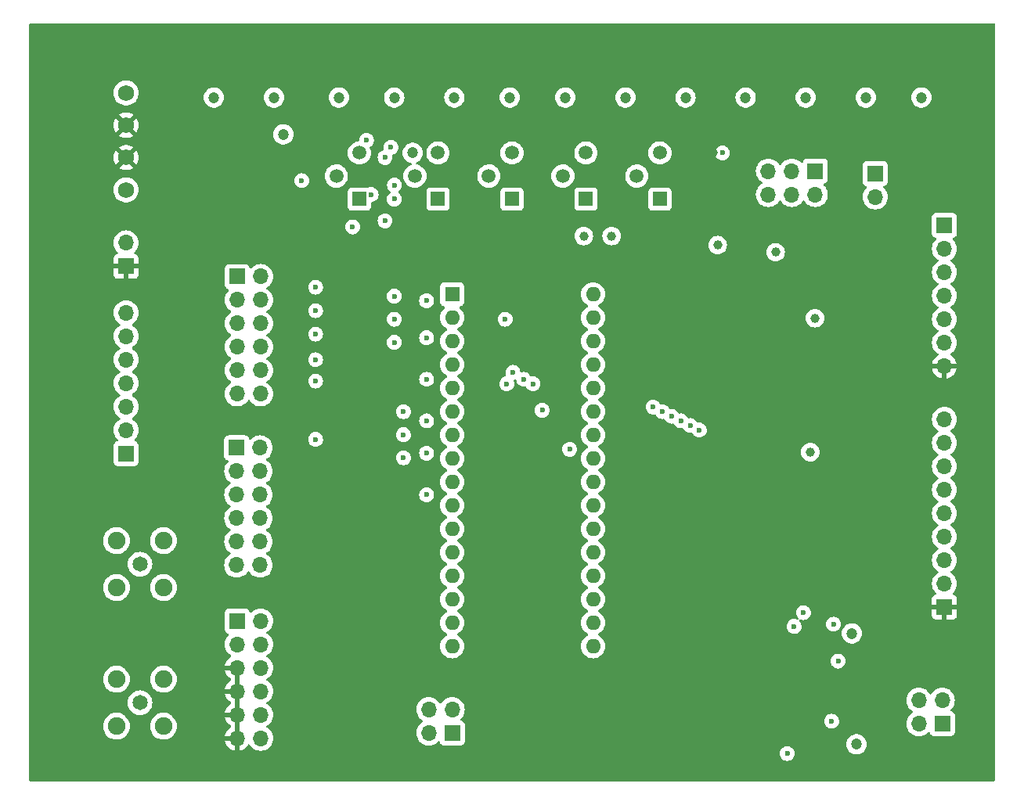
<source format=gbr>
%TF.GenerationSoftware,KiCad,Pcbnew,8.0.6-8.0.6-0~ubuntu24.04.1*%
%TF.CreationDate,2025-02-21T12:27:14-10:00*%
%TF.ProjectId,board_main,626f6172-645f-46d6-9169-6e2e6b696361,rev?*%
%TF.SameCoordinates,Original*%
%TF.FileFunction,Copper,L2,Inr*%
%TF.FilePolarity,Positive*%
%FSLAX46Y46*%
G04 Gerber Fmt 4.6, Leading zero omitted, Abs format (unit mm)*
G04 Created by KiCad (PCBNEW 8.0.6-8.0.6-0~ubuntu24.04.1) date 2025-02-21 12:27:14*
%MOMM*%
%LPD*%
G01*
G04 APERTURE LIST*
%TA.AperFunction,ComponentPad*%
%ADD10R,1.700000X1.700000*%
%TD*%
%TA.AperFunction,ComponentPad*%
%ADD11O,1.700000X1.700000*%
%TD*%
%TA.AperFunction,ComponentPad*%
%ADD12C,1.651000*%
%TD*%
%TA.AperFunction,ComponentPad*%
%ADD13C,1.905000*%
%TD*%
%TA.AperFunction,ComponentPad*%
%ADD14R,1.600000X1.600000*%
%TD*%
%TA.AperFunction,ComponentPad*%
%ADD15O,1.600000X1.600000*%
%TD*%
%TA.AperFunction,ComponentPad*%
%ADD16R,1.508000X1.508000*%
%TD*%
%TA.AperFunction,ComponentPad*%
%ADD17C,1.508000*%
%TD*%
%TA.AperFunction,ComponentPad*%
%ADD18C,1.727200*%
%TD*%
%TA.AperFunction,ViaPad*%
%ADD19C,0.600000*%
%TD*%
%TA.AperFunction,ViaPad*%
%ADD20C,1.200000*%
%TD*%
%TA.AperFunction,ViaPad*%
%ADD21C,1.000000*%
%TD*%
G04 APERTURE END LIST*
D10*
%TO.N,/ADC/IOVDD*%
%TO.C,J11*%
X160000000Y-74225000D03*
D11*
%TO.N,/Buffer/VCC*%
X160000000Y-76765000D03*
%TD*%
D10*
%TO.N,/ADC/IN1*%
%TO.C,J9*%
X91000000Y-85380000D03*
D11*
%TO.N,/ADC/IN2*%
X91000000Y-87920000D03*
%TO.N,/ADC/IN3*%
X91000000Y-90460000D03*
%TO.N,/ADC/IN4*%
X91000000Y-93000000D03*
%TO.N,/ADC/IN5*%
X91000000Y-95540000D03*
%TO.N,/ADC/IN6*%
X91000000Y-98080000D03*
%TO.N,/ADC/AVSS*%
X93540000Y-85380000D03*
X93540000Y-87920000D03*
X93540000Y-90460000D03*
X93540000Y-93000000D03*
X93540000Y-95540000D03*
X93540000Y-98080000D03*
%TD*%
D12*
%TO.N,Net-(J7-Signal)*%
%TO.C,J7*%
X80500000Y-116500000D03*
D13*
%TO.N,/ADC/AVSS*%
X83040000Y-113960000D03*
X77960000Y-113960000D03*
X77960000Y-119040000D03*
X83040000Y-119040000D03*
%TD*%
D12*
%TO.N,Net-(J6-Signal)*%
%TO.C,J6*%
X80500000Y-131500000D03*
D13*
%TO.N,/ADC/AVSS*%
X83040000Y-128960000D03*
X77960000Y-128960000D03*
X77960000Y-134040000D03*
X83040000Y-134040000D03*
%TD*%
D11*
%TO.N,/Buffer/RESX*%
%TO.C,J13*%
X114275000Y-132235000D03*
%TO.N,/ADC/RES*%
X111735000Y-134775000D03*
D10*
%TO.N,Net-(U6-M)*%
X114275000Y-134775000D03*
D11*
%TO.N,/ADC/RES*%
X111735000Y-132235000D03*
%TD*%
D14*
%TO.N,Net-(ADC1-IN1)*%
%TO.C,ADC2*%
X114260000Y-87300000D03*
D15*
%TO.N,Net-(ADC1-IN2)*%
X114260000Y-89840000D03*
%TO.N,Net-(ADC1-IN3)*%
X114260000Y-92380000D03*
%TO.N,/ADC/VHI*%
X114260000Y-94920000D03*
%TO.N,/ADC/VLO*%
X114260000Y-97460000D03*
%TO.N,Net-(ADC1-IN4)*%
X114260000Y-100000000D03*
%TO.N,Net-(ADC1-IN5)*%
X114260000Y-102540000D03*
%TO.N,Net-(ADC1-IN6)*%
X114260000Y-105080000D03*
%TO.N,Net-(ADC1-PAD)*%
X114260000Y-107620000D03*
%TO.N,Net-(ADC1-AVSS)*%
X114260000Y-110160000D03*
%TO.N,/ADC/RES*%
X114260000Y-112700000D03*
%TO.N,Net-(ADC1-IOVSS-Pad12)*%
X114260000Y-115240000D03*
%TO.N,/ADC/CK4*%
X114260000Y-117780000D03*
%TO.N,/ADC/CK5*%
X114260000Y-120320000D03*
%TO.N,/ADC/CK6*%
X114260000Y-122860000D03*
%TO.N,Net-(ADC1-VSS)*%
X114260000Y-125400000D03*
%TO.N,/ADC/OUT6*%
X129500000Y-125400000D03*
%TO.N,/ADC/OUT5*%
X129500000Y-122860000D03*
%TO.N,/ADC/OUT4*%
X129500000Y-120320000D03*
%TO.N,Net-(ADC1-IOVSS-Pad20)*%
X129500000Y-117780000D03*
%TO.N,Net-(ADC1-IOVDD-Pad21)*%
X129500000Y-115240000D03*
%TO.N,/ADC/OUT3*%
X129500000Y-112700000D03*
%TO.N,/ADC/OUT2*%
X129500000Y-110160000D03*
%TO.N,/ADC/OUT1*%
X129500000Y-107620000D03*
%TO.N,Net-(ADC1-VDD)*%
X129500000Y-105080000D03*
%TO.N,/ADC/CK1*%
X129500000Y-102540000D03*
%TO.N,/ADC/CK2*%
X129500000Y-100000000D03*
%TO.N,/ADC/CK3*%
X129500000Y-97460000D03*
%TO.N,Net-(ADC1-IOVDD-Pad29)*%
X129500000Y-94920000D03*
%TO.N,/ADC/VLDO*%
X129500000Y-92380000D03*
%TO.N,/ADC/VREF*%
X129500000Y-89840000D03*
%TO.N,/ADC/AVDD*%
X129500000Y-87300000D03*
%TD*%
D10*
%TO.N,/ADC/AVSS*%
%TO.C,J10*%
X91000000Y-122650000D03*
D11*
X91000000Y-125190000D03*
%TO.N,GND*%
X91000000Y-127730000D03*
X91000000Y-130270000D03*
X91000000Y-132810000D03*
X91000000Y-135350000D03*
%TO.N,Net-(ADC1-PAD)*%
X93540000Y-122650000D03*
%TO.N,Net-(ADC1-AVSS)*%
X93540000Y-125190000D03*
%TO.N,Net-(ADC1-IOVSS-Pad12)*%
X93540000Y-127730000D03*
%TO.N,Net-(ADC1-VSS)*%
X93540000Y-130270000D03*
%TO.N,Net-(ADC1-IOVSS-Pad20)*%
X93540000Y-132810000D03*
%TO.N,/ADC/AVSS*%
X93540000Y-135350000D03*
%TD*%
D10*
%TO.N,/Buffer/DO1*%
%TO.C,J4*%
X167500000Y-79840000D03*
D11*
%TO.N,/Buffer/DO2*%
X167500000Y-82380000D03*
%TO.N,/Buffer/DO3*%
X167500000Y-84920000D03*
%TO.N,/Buffer/DO4*%
X167500000Y-87460000D03*
%TO.N,/Buffer/DO5*%
X167500000Y-90000000D03*
%TO.N,/Buffer/DO6*%
X167500000Y-92540000D03*
%TO.N,GND*%
X167500000Y-95080000D03*
%TD*%
%TO.N,/ADC/IOVDD*%
%TO.C,J5*%
X148460000Y-73960000D03*
X151000000Y-73960000D03*
D10*
%TO.N,/ADC/VDD*%
X153540000Y-73960000D03*
D11*
%TO.N,Net-(ADC1-IOVDD-Pad29)*%
X148460000Y-76500000D03*
%TO.N,Net-(ADC1-IOVDD-Pad21)*%
X151000000Y-76500000D03*
%TO.N,Net-(ADC1-VDD)*%
X153540000Y-76500000D03*
%TD*%
D16*
%TO.N,Net-(U2-+IN)*%
%TO.C,R5*%
X112730000Y-77000000D03*
D17*
%TO.N,Net-(U3-+IN)*%
X110230000Y-74500000D03*
%TO.N,unconnected-(R5-Pad3)*%
X112730000Y-72000000D03*
%TD*%
D16*
%TO.N,Net-(R1-Pad2)*%
%TO.C,R2*%
X104230000Y-77000000D03*
D17*
%TO.N,Net-(U1-FB)*%
X101730000Y-74500000D03*
%TO.N,unconnected-(R2-Pad3)*%
X104230000Y-72000000D03*
%TD*%
D16*
%TO.N,Net-(U3-+IN)*%
%TO.C,R6*%
X120730000Y-77000000D03*
D17*
%TO.N,/ADC/AVSS*%
X118230000Y-74500000D03*
%TO.N,unconnected-(R6-Pad3)*%
X120730000Y-72000000D03*
%TD*%
D10*
%TO.N,GND*%
%TO.C,J1*%
X79000000Y-84275000D03*
D11*
%TO.N,/AnalogSupply/VSUP*%
X79000000Y-81735000D03*
%TD*%
D10*
%TO.N,/ADC/AVSS*%
%TO.C,J2*%
X79000000Y-104540000D03*
D11*
%TO.N,/ADC/IN6*%
X79000000Y-102000000D03*
%TO.N,/ADC/IN5*%
X79000000Y-99460000D03*
%TO.N,/ADC/IN4*%
X79000000Y-96920000D03*
%TO.N,/ADC/IN3*%
X79000000Y-94380000D03*
%TO.N,/ADC/IN2*%
X79000000Y-91840000D03*
%TO.N,/ADC/IN1*%
X79000000Y-89300000D03*
%TD*%
%TO.N,/ADC/IOVDD*%
%TO.C,J12*%
X167275000Y-131235000D03*
%TO.N,Net-(U5-\u002A1CLR)*%
X164735000Y-131235000D03*
D10*
%TO.N,/ADC/IOVDD*%
X167275000Y-133775000D03*
D11*
%TO.N,Net-(U6-VDD)*%
X164735000Y-133775000D03*
%TD*%
D18*
%TO.N,/AnalogSupply/VSUP*%
%TO.C,J14*%
X79000000Y-65499999D03*
%TO.N,GND*%
X79000000Y-69000000D03*
X79000000Y-72500000D03*
%TO.N,/ADC/AVSS*%
X79000000Y-76000001D03*
%TD*%
D16*
%TO.N,Net-(R17-Pad1)*%
%TO.C,R17*%
X128730000Y-77000000D03*
D17*
%TO.N,/ADC/VREF*%
X126230000Y-74500000D03*
%TO.N,Net-(R16-Pad2)*%
X128730000Y-72000000D03*
%TD*%
D10*
%TO.N,Net-(J6-Signal)*%
%TO.C,J8*%
X90960000Y-103920000D03*
D11*
%TO.N,Net-(J7-Signal)*%
X90960000Y-106460000D03*
%TO.N,Net-(J6-Signal)*%
X90960000Y-109000000D03*
%TO.N,Net-(J7-Signal)*%
X90960000Y-111540000D03*
%TO.N,Net-(J6-Signal)*%
X90960000Y-114080000D03*
%TO.N,Net-(J7-Signal)*%
X90960000Y-116620000D03*
%TO.N,/ADC/IN1*%
X93500000Y-103920000D03*
%TO.N,/ADC/IN2*%
X93500000Y-106460000D03*
%TO.N,/ADC/IN3*%
X93500000Y-109000000D03*
%TO.N,/ADC/IN4*%
X93500000Y-111540000D03*
%TO.N,/ADC/IN5*%
X93500000Y-114080000D03*
%TO.N,/ADC/IN6*%
X93500000Y-116620000D03*
%TD*%
D16*
%TO.N,unconnected-(R8-Pad1)*%
%TO.C,R8*%
X136730000Y-77000000D03*
D17*
%TO.N,Net-(U4-FB)*%
X134230000Y-74500000D03*
%TO.N,Net-(R7-Pad2)*%
X136730000Y-72000000D03*
%TD*%
D10*
%TO.N,GND*%
%TO.C,J3*%
X167500000Y-121160000D03*
D11*
%TO.N,/Buffer/CLK_IND*%
X167500000Y-118620000D03*
%TO.N,/Buffer/RES_IND*%
X167500000Y-116080000D03*
%TO.N,/Buffer/CLK_IN4*%
X167500000Y-113540000D03*
%TO.N,/Buffer/CLK_IN5*%
X167500000Y-111000000D03*
%TO.N,/Buffer/CLK_IN6*%
X167500000Y-108460000D03*
%TO.N,/Buffer/CLK_IN1*%
X167500000Y-105920000D03*
%TO.N,/Buffer/CLK_IN2*%
X167500000Y-103380000D03*
%TO.N,/Buffer/CLK_IN3*%
X167500000Y-100840000D03*
%TD*%
D19*
%TO.N,/ADC/VLDO*%
X122000000Y-96500000D03*
D20*
X133000000Y-66000000D03*
D19*
%TO.N,/ADC/VLO*%
X105000000Y-70627000D03*
D20*
X108000000Y-66000000D03*
D19*
%TO.N,/ADC/AVDD*%
X120173000Y-97000000D03*
D20*
X102000000Y-66000000D03*
D19*
X103500000Y-80010000D03*
%TO.N,Net-(ADC1-IN6)*%
X109000000Y-105000000D03*
%TO.N,/ADC/VHI*%
X107649999Y-71388750D03*
X108000000Y-77000000D03*
X107000000Y-72500000D03*
D20*
X114500000Y-66000000D03*
D19*
%TO.N,Net-(ADC1-IN2)*%
X108000000Y-90000000D03*
%TO.N,Net-(ADC1-IN4)*%
X109000000Y-100000000D03*
%TO.N,/ADC/OUT2*%
X137000000Y-100000000D03*
%TO.N,/ADC/OUT6*%
X141000000Y-102000000D03*
%TO.N,/ADC/OUT4*%
X139000000Y-101000000D03*
D20*
%TO.N,/ADC/VREF*%
X139500000Y-66000000D03*
D19*
X120827000Y-95750000D03*
%TO.N,Net-(ADC1-IN1)*%
X108000000Y-87500000D03*
%TO.N,Net-(ADC1-VDD)*%
X124000000Y-99850000D03*
%TO.N,/ADC/OUT3*%
X138000000Y-100500000D03*
%TO.N,Net-(ADC1-IN3)*%
X108000000Y-92500000D03*
%TO.N,/ADC/OUT1*%
X136000000Y-99500000D03*
%TO.N,Net-(ADC1-IN5)*%
X109000000Y-102500000D03*
D21*
%TO.N,Net-(ADC1-IOVDD-Pad29)*%
X142980000Y-81980000D03*
D19*
X123000000Y-97000000D03*
%TO.N,/ADC/OUT5*%
X140000000Y-101500000D03*
D21*
%TO.N,Net-(ADC1-IOVDD-Pad21)*%
X149250000Y-82750000D03*
D19*
X126968891Y-104080314D03*
D20*
%TO.N,/AnalogSupply/VSUP*%
X152500000Y-66000000D03*
D21*
%TO.N,GND*%
X109700578Y-81799422D03*
X150000000Y-106392800D03*
X151500000Y-132500000D03*
D19*
X148000000Y-122500000D03*
D21*
X132000000Y-73500000D03*
X127000000Y-94143000D03*
D19*
X143295000Y-68295000D03*
D21*
X121000000Y-103500000D03*
X148500000Y-132500000D03*
X151000000Y-92392800D03*
X96500000Y-77500000D03*
X91500000Y-79725000D03*
D19*
X153000000Y-128000000D03*
D21*
X142500000Y-72000000D03*
D19*
X107000000Y-74500000D03*
D20*
%TO.N,/AnalogSupply/VA*%
X88500000Y-66000000D03*
X96000000Y-70000000D03*
D19*
%TO.N,/ADC/AVSS*%
X111500000Y-109000000D03*
X111500000Y-88000000D03*
X111500000Y-101000000D03*
X111500000Y-92000000D03*
X111500000Y-104500000D03*
X120000000Y-90000000D03*
D21*
X131500000Y-81000000D03*
D19*
X98000000Y-75000000D03*
X111500000Y-96500000D03*
D20*
%TO.N,/ADC/IOVDD*%
X159000000Y-66000000D03*
D21*
%TO.N,/Buffer/VCC*%
X153000000Y-104392800D03*
X153500000Y-89892800D03*
D19*
%TO.N,Net-(U5-\u002A1CLR)*%
X156000000Y-127000000D03*
X151250000Y-123250000D03*
X155500000Y-123000000D03*
D20*
X157500000Y-124000000D03*
D19*
X152250000Y-121750000D03*
%TO.N,Net-(U6-VDD)*%
X155310000Y-133500000D03*
D20*
X158000000Y-136000000D03*
D19*
%TO.N,Net-(U6-M)*%
X150500000Y-137000000D03*
D20*
%TO.N,Net-(U1-FB)*%
X95000000Y-66000000D03*
D19*
%TO.N,Net-(U2-+IN)*%
X108019375Y-75480625D03*
X105500000Y-76500000D03*
D20*
X110000000Y-72000000D03*
X120500000Y-66000000D03*
D19*
%TO.N,Net-(U3-+IN)*%
X107000000Y-79350001D03*
D20*
X126500000Y-66000000D03*
%TO.N,/ADC/VDD*%
X165000000Y-66000000D03*
%TO.N,Net-(U4-FB)*%
X146000000Y-66000000D03*
D19*
X143500000Y-72000000D03*
%TO.N,/ADC/IN1*%
X99500000Y-86530000D03*
%TO.N,/ADC/IN2*%
X99500000Y-89070000D03*
%TO.N,/ADC/IN3*%
X99500000Y-91610000D03*
%TO.N,/ADC/IN4*%
X99500000Y-94390000D03*
%TO.N,/ADC/IN5*%
X99500000Y-96690000D03*
%TO.N,/ADC/IN6*%
X99500000Y-103000000D03*
D21*
%TO.N,Net-(R17-Pad1)*%
X128500000Y-81000000D03*
%TD*%
%TA.AperFunction,Conductor*%
%TO.N,GND*%
G36*
X91250000Y-134916988D02*
G01*
X91192993Y-134884075D01*
X91065826Y-134850000D01*
X90934174Y-134850000D01*
X90807007Y-134884075D01*
X90750000Y-134916988D01*
X90750000Y-133243012D01*
X90807007Y-133275925D01*
X90934174Y-133310000D01*
X91065826Y-133310000D01*
X91192993Y-133275925D01*
X91250000Y-133243012D01*
X91250000Y-134916988D01*
G37*
%TD.AperFunction*%
%TA.AperFunction,Conductor*%
G36*
X91250000Y-132376988D02*
G01*
X91192993Y-132344075D01*
X91065826Y-132310000D01*
X90934174Y-132310000D01*
X90807007Y-132344075D01*
X90750000Y-132376988D01*
X90750000Y-130703012D01*
X90807007Y-130735925D01*
X90934174Y-130770000D01*
X91065826Y-130770000D01*
X91192993Y-130735925D01*
X91250000Y-130703012D01*
X91250000Y-132376988D01*
G37*
%TD.AperFunction*%
%TA.AperFunction,Conductor*%
G36*
X91250000Y-129836988D02*
G01*
X91192993Y-129804075D01*
X91065826Y-129770000D01*
X90934174Y-129770000D01*
X90807007Y-129804075D01*
X90750000Y-129836988D01*
X90750000Y-128163012D01*
X90807007Y-128195925D01*
X90934174Y-128230000D01*
X91065826Y-128230000D01*
X91192993Y-128195925D01*
X91250000Y-128163012D01*
X91250000Y-129836988D01*
G37*
%TD.AperFunction*%
%TA.AperFunction,Conductor*%
G36*
X172942539Y-58020185D02*
G01*
X172988294Y-58072989D01*
X172999500Y-58124500D01*
X172999500Y-139875500D01*
X172979815Y-139942539D01*
X172927011Y-139988294D01*
X172875500Y-139999500D01*
X68624500Y-139999500D01*
X68557461Y-139979815D01*
X68511706Y-139927011D01*
X68500500Y-139875500D01*
X68500500Y-136999996D01*
X149694435Y-136999996D01*
X149694435Y-137000003D01*
X149714630Y-137179249D01*
X149714631Y-137179254D01*
X149774211Y-137349523D01*
X149870184Y-137502262D01*
X149997738Y-137629816D01*
X150150478Y-137725789D01*
X150320745Y-137785368D01*
X150320750Y-137785369D01*
X150499996Y-137805565D01*
X150500000Y-137805565D01*
X150500004Y-137805565D01*
X150679249Y-137785369D01*
X150679252Y-137785368D01*
X150679255Y-137785368D01*
X150849522Y-137725789D01*
X151002262Y-137629816D01*
X151129816Y-137502262D01*
X151225789Y-137349522D01*
X151285368Y-137179255D01*
X151285369Y-137179249D01*
X151305565Y-137000003D01*
X151305565Y-136999996D01*
X151285369Y-136820750D01*
X151285368Y-136820745D01*
X151258716Y-136744579D01*
X151225789Y-136650478D01*
X151208795Y-136623433D01*
X151182649Y-136581821D01*
X151129816Y-136497738D01*
X151002262Y-136370184D01*
X150849523Y-136274211D01*
X150679254Y-136214631D01*
X150679249Y-136214630D01*
X150500004Y-136194435D01*
X150499996Y-136194435D01*
X150320750Y-136214630D01*
X150320745Y-136214631D01*
X150150476Y-136274211D01*
X149997737Y-136370184D01*
X149870184Y-136497737D01*
X149774211Y-136650476D01*
X149714631Y-136820745D01*
X149714630Y-136820750D01*
X149694435Y-136999996D01*
X68500500Y-136999996D01*
X68500500Y-134039994D01*
X76502020Y-134039994D01*
X76502020Y-134040005D01*
X76521904Y-134279972D01*
X76581017Y-134513405D01*
X76666470Y-134708219D01*
X76677745Y-134733922D01*
X76809449Y-134935510D01*
X76972537Y-135112671D01*
X77162561Y-135260572D01*
X77374336Y-135375179D01*
X77492598Y-135415778D01*
X77602083Y-135453365D01*
X77602085Y-135453365D01*
X77602087Y-135453366D01*
X77839601Y-135493000D01*
X77839602Y-135493000D01*
X78080398Y-135493000D01*
X78080399Y-135493000D01*
X78317913Y-135453366D01*
X78545664Y-135375179D01*
X78757439Y-135260572D01*
X78947463Y-135112671D01*
X79110551Y-134935510D01*
X79242255Y-134733922D01*
X79338983Y-134513405D01*
X79398095Y-134279976D01*
X79417980Y-134040000D01*
X79417980Y-134039994D01*
X81582020Y-134039994D01*
X81582020Y-134040005D01*
X81601904Y-134279972D01*
X81661017Y-134513405D01*
X81746470Y-134708219D01*
X81757745Y-134733922D01*
X81889449Y-134935510D01*
X82052537Y-135112671D01*
X82242561Y-135260572D01*
X82454336Y-135375179D01*
X82572598Y-135415778D01*
X82682083Y-135453365D01*
X82682085Y-135453365D01*
X82682087Y-135453366D01*
X82919601Y-135493000D01*
X82919602Y-135493000D01*
X83160398Y-135493000D01*
X83160399Y-135493000D01*
X83397913Y-135453366D01*
X83625664Y-135375179D01*
X83837439Y-135260572D01*
X84027463Y-135112671D01*
X84190551Y-134935510D01*
X84322255Y-134733922D01*
X84418983Y-134513405D01*
X84478095Y-134279976D01*
X84497980Y-134040000D01*
X84497400Y-134033003D01*
X84482197Y-133849523D01*
X84478095Y-133800024D01*
X84418983Y-133566595D01*
X84322255Y-133346078D01*
X84190551Y-133144490D01*
X84027463Y-132967329D01*
X83887549Y-132858430D01*
X83837441Y-132819429D01*
X83625665Y-132704821D01*
X83625656Y-132704818D01*
X83397916Y-132626634D01*
X83219777Y-132596908D01*
X83160399Y-132587000D01*
X82919601Y-132587000D01*
X82872098Y-132594926D01*
X82682083Y-132626634D01*
X82454343Y-132704818D01*
X82454334Y-132704821D01*
X82242558Y-132819429D01*
X82122552Y-132912834D01*
X82052537Y-132967329D01*
X82052534Y-132967331D01*
X82052534Y-132967332D01*
X81889449Y-133144490D01*
X81757743Y-133346081D01*
X81661017Y-133566594D01*
X81601904Y-133800027D01*
X81582020Y-134039994D01*
X79417980Y-134039994D01*
X79417400Y-134033003D01*
X79402197Y-133849523D01*
X79398095Y-133800024D01*
X79338983Y-133566595D01*
X79242255Y-133346078D01*
X79110551Y-133144490D01*
X78947463Y-132967329D01*
X78807549Y-132858430D01*
X78757441Y-132819429D01*
X78545665Y-132704821D01*
X78545656Y-132704818D01*
X78317916Y-132626634D01*
X78139777Y-132596908D01*
X78080399Y-132587000D01*
X77839601Y-132587000D01*
X77792098Y-132594926D01*
X77602083Y-132626634D01*
X77374343Y-132704818D01*
X77374334Y-132704821D01*
X77162558Y-132819429D01*
X77042552Y-132912834D01*
X76972537Y-132967329D01*
X76972534Y-132967331D01*
X76972534Y-132967332D01*
X76809449Y-133144490D01*
X76677743Y-133346081D01*
X76581017Y-133566594D01*
X76521904Y-133800027D01*
X76502020Y-134039994D01*
X68500500Y-134039994D01*
X68500500Y-131499999D01*
X79168935Y-131499999D01*
X79168935Y-131500000D01*
X79189156Y-131731132D01*
X79189158Y-131731142D01*
X79249205Y-131955243D01*
X79249207Y-131955247D01*
X79249208Y-131955251D01*
X79298236Y-132060392D01*
X79347263Y-132165532D01*
X79354181Y-132175412D01*
X79480345Y-132355592D01*
X79644408Y-132519655D01*
X79834467Y-132652736D01*
X80044749Y-132750792D01*
X80268863Y-132810843D01*
X80453772Y-132827020D01*
X80499999Y-132831065D01*
X80500000Y-132831065D01*
X80500001Y-132831065D01*
X80538522Y-132827694D01*
X80731137Y-132810843D01*
X80955251Y-132750792D01*
X81165533Y-132652736D01*
X81355592Y-132519655D01*
X81519655Y-132355592D01*
X81652736Y-132165533D01*
X81750792Y-131955251D01*
X81810843Y-131731137D01*
X81831065Y-131500000D01*
X81810843Y-131268863D01*
X81750792Y-131044749D01*
X81652736Y-130834468D01*
X81652734Y-130834465D01*
X81652733Y-130834463D01*
X81519654Y-130644406D01*
X81355596Y-130480349D01*
X81355592Y-130480345D01*
X81165533Y-130347264D01*
X81165534Y-130347264D01*
X81165532Y-130347263D01*
X81060392Y-130298236D01*
X80955251Y-130249208D01*
X80955247Y-130249207D01*
X80955243Y-130249205D01*
X80731142Y-130189158D01*
X80731132Y-130189156D01*
X80500001Y-130168935D01*
X80499999Y-130168935D01*
X80268867Y-130189156D01*
X80268857Y-130189158D01*
X80044756Y-130249205D01*
X80044747Y-130249209D01*
X79834467Y-130347264D01*
X79834463Y-130347266D01*
X79644406Y-130480345D01*
X79480345Y-130644406D01*
X79347266Y-130834463D01*
X79347264Y-130834467D01*
X79249209Y-131044747D01*
X79249205Y-131044756D01*
X79189158Y-131268857D01*
X79189156Y-131268867D01*
X79168935Y-131499999D01*
X68500500Y-131499999D01*
X68500500Y-128959994D01*
X76502020Y-128959994D01*
X76502020Y-128960005D01*
X76521904Y-129199972D01*
X76581017Y-129433405D01*
X76666470Y-129628219D01*
X76677745Y-129653922D01*
X76809449Y-129855510D01*
X76972537Y-130032671D01*
X77128908Y-130154379D01*
X77147609Y-130168935D01*
X77162561Y-130180572D01*
X77374336Y-130295179D01*
X77492598Y-130335778D01*
X77602083Y-130373365D01*
X77602085Y-130373365D01*
X77602087Y-130373366D01*
X77839601Y-130413000D01*
X77839602Y-130413000D01*
X78080398Y-130413000D01*
X78080399Y-130413000D01*
X78317913Y-130373366D01*
X78545664Y-130295179D01*
X78757439Y-130180572D01*
X78947463Y-130032671D01*
X79110551Y-129855510D01*
X79242255Y-129653922D01*
X79338983Y-129433405D01*
X79398095Y-129199976D01*
X79417980Y-128960000D01*
X79417980Y-128959994D01*
X81582020Y-128959994D01*
X81582020Y-128960005D01*
X81601904Y-129199972D01*
X81661017Y-129433405D01*
X81746470Y-129628219D01*
X81757745Y-129653922D01*
X81889449Y-129855510D01*
X82052537Y-130032671D01*
X82208908Y-130154379D01*
X82227609Y-130168935D01*
X82242561Y-130180572D01*
X82454336Y-130295179D01*
X82572598Y-130335778D01*
X82682083Y-130373365D01*
X82682085Y-130373365D01*
X82682087Y-130373366D01*
X82919601Y-130413000D01*
X82919602Y-130413000D01*
X83160398Y-130413000D01*
X83160399Y-130413000D01*
X83397913Y-130373366D01*
X83625664Y-130295179D01*
X83837439Y-130180572D01*
X84027463Y-130032671D01*
X84190551Y-129855510D01*
X84322255Y-129653922D01*
X84418983Y-129433405D01*
X84478095Y-129199976D01*
X84497980Y-128960000D01*
X84497400Y-128953003D01*
X84478095Y-128720027D01*
X84478095Y-128720024D01*
X84418983Y-128486595D01*
X84322255Y-128266078D01*
X84190551Y-128064490D01*
X84027463Y-127887329D01*
X83893358Y-127782951D01*
X83837441Y-127739429D01*
X83625665Y-127624821D01*
X83625656Y-127624818D01*
X83397916Y-127546634D01*
X83219777Y-127516908D01*
X83160399Y-127507000D01*
X82919601Y-127507000D01*
X82872098Y-127514926D01*
X82682083Y-127546634D01*
X82454343Y-127624818D01*
X82454334Y-127624821D01*
X82242558Y-127739429D01*
X82108456Y-127843805D01*
X82052537Y-127887329D01*
X82052534Y-127887331D01*
X82052534Y-127887332D01*
X81889449Y-128064490D01*
X81757743Y-128266081D01*
X81661017Y-128486594D01*
X81601904Y-128720027D01*
X81582020Y-128959994D01*
X79417980Y-128959994D01*
X79417400Y-128953003D01*
X79398095Y-128720027D01*
X79398095Y-128720024D01*
X79338983Y-128486595D01*
X79242255Y-128266078D01*
X79110551Y-128064490D01*
X78947463Y-127887329D01*
X78813358Y-127782951D01*
X78757441Y-127739429D01*
X78545665Y-127624821D01*
X78545656Y-127624818D01*
X78317916Y-127546634D01*
X78139777Y-127516908D01*
X78080399Y-127507000D01*
X77839601Y-127507000D01*
X77792098Y-127514926D01*
X77602083Y-127546634D01*
X77374343Y-127624818D01*
X77374334Y-127624821D01*
X77162558Y-127739429D01*
X77028456Y-127843805D01*
X76972537Y-127887329D01*
X76972534Y-127887331D01*
X76972534Y-127887332D01*
X76809449Y-128064490D01*
X76677743Y-128266081D01*
X76581017Y-128486594D01*
X76521904Y-128720027D01*
X76502020Y-128959994D01*
X68500500Y-128959994D01*
X68500500Y-125189999D01*
X89644341Y-125189999D01*
X89644341Y-125190000D01*
X89664936Y-125425403D01*
X89664938Y-125425413D01*
X89726094Y-125653655D01*
X89726096Y-125653659D01*
X89726097Y-125653663D01*
X89730000Y-125662032D01*
X89825965Y-125867830D01*
X89825967Y-125867834D01*
X89934281Y-126022521D01*
X89961501Y-126061396D01*
X89961506Y-126061402D01*
X90128597Y-126228493D01*
X90128603Y-126228498D01*
X90314594Y-126358730D01*
X90358219Y-126413307D01*
X90365413Y-126482805D01*
X90333890Y-126545160D01*
X90314595Y-126561880D01*
X90128922Y-126691890D01*
X90128920Y-126691891D01*
X89961891Y-126858920D01*
X89961886Y-126858926D01*
X89826400Y-127052420D01*
X89826399Y-127052422D01*
X89726570Y-127266507D01*
X89726567Y-127266513D01*
X89669364Y-127479999D01*
X89669364Y-127480000D01*
X90566988Y-127480000D01*
X90534075Y-127537007D01*
X90500000Y-127664174D01*
X90500000Y-127795826D01*
X90534075Y-127922993D01*
X90566988Y-127980000D01*
X89669364Y-127980000D01*
X89726567Y-128193486D01*
X89726570Y-128193492D01*
X89826399Y-128407578D01*
X89961894Y-128601082D01*
X90128917Y-128768105D01*
X90315031Y-128898425D01*
X90358656Y-128953003D01*
X90365848Y-129022501D01*
X90334326Y-129084856D01*
X90315031Y-129101575D01*
X90128922Y-129231890D01*
X90128920Y-129231891D01*
X89961891Y-129398920D01*
X89961886Y-129398926D01*
X89826400Y-129592420D01*
X89826399Y-129592422D01*
X89726570Y-129806507D01*
X89726567Y-129806513D01*
X89669364Y-130019999D01*
X89669364Y-130020000D01*
X90566988Y-130020000D01*
X90534075Y-130077007D01*
X90500000Y-130204174D01*
X90500000Y-130335826D01*
X90534075Y-130462993D01*
X90566988Y-130520000D01*
X89669364Y-130520000D01*
X89726567Y-130733486D01*
X89726570Y-130733492D01*
X89826399Y-130947578D01*
X89961894Y-131141082D01*
X90128917Y-131308105D01*
X90315031Y-131438425D01*
X90358656Y-131493003D01*
X90365848Y-131562501D01*
X90334326Y-131624856D01*
X90315031Y-131641575D01*
X90128922Y-131771890D01*
X90128920Y-131771891D01*
X89961891Y-131938920D01*
X89961886Y-131938926D01*
X89826400Y-132132420D01*
X89826399Y-132132422D01*
X89726570Y-132346507D01*
X89726567Y-132346513D01*
X89669364Y-132559999D01*
X89669364Y-132560000D01*
X90566988Y-132560000D01*
X90534075Y-132617007D01*
X90500000Y-132744174D01*
X90500000Y-132875826D01*
X90534075Y-133002993D01*
X90566988Y-133060000D01*
X89669364Y-133060000D01*
X89726567Y-133273486D01*
X89726570Y-133273492D01*
X89826399Y-133487578D01*
X89961894Y-133681082D01*
X90128917Y-133848105D01*
X90315031Y-133978425D01*
X90358656Y-134033003D01*
X90365848Y-134102501D01*
X90334326Y-134164856D01*
X90315031Y-134181575D01*
X90128922Y-134311890D01*
X90128920Y-134311891D01*
X89961891Y-134478920D01*
X89961886Y-134478926D01*
X89826400Y-134672420D01*
X89826399Y-134672422D01*
X89726570Y-134886507D01*
X89726567Y-134886513D01*
X89669364Y-135099999D01*
X89669364Y-135100000D01*
X90566988Y-135100000D01*
X90534075Y-135157007D01*
X90500000Y-135284174D01*
X90500000Y-135415826D01*
X90534075Y-135542993D01*
X90566988Y-135600000D01*
X89669364Y-135600000D01*
X89726567Y-135813486D01*
X89726570Y-135813492D01*
X89826399Y-136027578D01*
X89961894Y-136221082D01*
X90128917Y-136388105D01*
X90322421Y-136523600D01*
X90536507Y-136623429D01*
X90536516Y-136623433D01*
X90750000Y-136680634D01*
X90750000Y-135783012D01*
X90807007Y-135815925D01*
X90934174Y-135850000D01*
X91065826Y-135850000D01*
X91192993Y-135815925D01*
X91250000Y-135783012D01*
X91250000Y-136680633D01*
X91463483Y-136623433D01*
X91463492Y-136623429D01*
X91677578Y-136523600D01*
X91871082Y-136388105D01*
X92038105Y-136221082D01*
X92168119Y-136035405D01*
X92222696Y-135991781D01*
X92292195Y-135984588D01*
X92354549Y-136016110D01*
X92371269Y-136035405D01*
X92501505Y-136221401D01*
X92668599Y-136388495D01*
X92765384Y-136456265D01*
X92862165Y-136524032D01*
X92862167Y-136524033D01*
X92862170Y-136524035D01*
X93076337Y-136623903D01*
X93304592Y-136685063D01*
X93492918Y-136701539D01*
X93539999Y-136705659D01*
X93540000Y-136705659D01*
X93540001Y-136705659D01*
X93579234Y-136702226D01*
X93775408Y-136685063D01*
X94003663Y-136623903D01*
X94217830Y-136524035D01*
X94411401Y-136388495D01*
X94578495Y-136221401D01*
X94714035Y-136027830D01*
X94813903Y-135813663D01*
X94875063Y-135585408D01*
X94895659Y-135350000D01*
X94875063Y-135114592D01*
X94813903Y-134886337D01*
X94714035Y-134672171D01*
X94708731Y-134664595D01*
X94578494Y-134478597D01*
X94411402Y-134311506D01*
X94411396Y-134311501D01*
X94225842Y-134181575D01*
X94182217Y-134126998D01*
X94175023Y-134057500D01*
X94206546Y-133995145D01*
X94225842Y-133978425D01*
X94332707Y-133903597D01*
X94411401Y-133848495D01*
X94578495Y-133681401D01*
X94714035Y-133487830D01*
X94813903Y-133273663D01*
X94875063Y-133045408D01*
X94895659Y-132810000D01*
X94875063Y-132574592D01*
X94813903Y-132346337D01*
X94761985Y-132234999D01*
X110379341Y-132234999D01*
X110379341Y-132235000D01*
X110399936Y-132470403D01*
X110399938Y-132470413D01*
X110461094Y-132698655D01*
X110461096Y-132698659D01*
X110461097Y-132698663D01*
X110541004Y-132870023D01*
X110560965Y-132912830D01*
X110560967Y-132912834D01*
X110620418Y-132997738D01*
X110696501Y-133106396D01*
X110696506Y-133106402D01*
X110863597Y-133273493D01*
X110863603Y-133273498D01*
X111049158Y-133403425D01*
X111092783Y-133458002D01*
X111099977Y-133527500D01*
X111068454Y-133589855D01*
X111049158Y-133606575D01*
X110863597Y-133736505D01*
X110696505Y-133903597D01*
X110560965Y-134097169D01*
X110560964Y-134097171D01*
X110461098Y-134311335D01*
X110461094Y-134311344D01*
X110399938Y-134539586D01*
X110399936Y-134539596D01*
X110379341Y-134774999D01*
X110379341Y-134775000D01*
X110399936Y-135010403D01*
X110399938Y-135010413D01*
X110461094Y-135238655D01*
X110461096Y-135238659D01*
X110461097Y-135238663D01*
X110544807Y-135418179D01*
X110560965Y-135452830D01*
X110560967Y-135452834D01*
X110561340Y-135453366D01*
X110696505Y-135646401D01*
X110863599Y-135813495D01*
X110960384Y-135881265D01*
X111057165Y-135949032D01*
X111057167Y-135949033D01*
X111057170Y-135949035D01*
X111271337Y-136048903D01*
X111499592Y-136110063D01*
X111676034Y-136125500D01*
X111734999Y-136130659D01*
X111735000Y-136130659D01*
X111735001Y-136130659D01*
X111793966Y-136125500D01*
X111970408Y-136110063D01*
X112198663Y-136048903D01*
X112412830Y-135949035D01*
X112606401Y-135813495D01*
X112728329Y-135691566D01*
X112789648Y-135658084D01*
X112859340Y-135663068D01*
X112915274Y-135704939D01*
X112932189Y-135735917D01*
X112981202Y-135867328D01*
X112981206Y-135867335D01*
X113067452Y-135982544D01*
X113067455Y-135982547D01*
X113182664Y-136068793D01*
X113182671Y-136068797D01*
X113317517Y-136119091D01*
X113317516Y-136119091D01*
X113324444Y-136119835D01*
X113377127Y-136125500D01*
X115172872Y-136125499D01*
X115232483Y-136119091D01*
X115367331Y-136068796D01*
X115459232Y-135999999D01*
X156894785Y-135999999D01*
X156894785Y-136000000D01*
X156913602Y-136203082D01*
X156969417Y-136399247D01*
X156969422Y-136399260D01*
X157060327Y-136581821D01*
X157183237Y-136744581D01*
X157333958Y-136881980D01*
X157333960Y-136881982D01*
X157433141Y-136943392D01*
X157507363Y-136989348D01*
X157697544Y-137063024D01*
X157898024Y-137100500D01*
X157898026Y-137100500D01*
X158101974Y-137100500D01*
X158101976Y-137100500D01*
X158302456Y-137063024D01*
X158492637Y-136989348D01*
X158666041Y-136881981D01*
X158816764Y-136744579D01*
X158939673Y-136581821D01*
X159030582Y-136399250D01*
X159086397Y-136203083D01*
X159105215Y-136000000D01*
X159104453Y-135991781D01*
X159086397Y-135796917D01*
X159068063Y-135732482D01*
X159030582Y-135600750D01*
X159022945Y-135585413D01*
X158956927Y-135452830D01*
X158939673Y-135418179D01*
X158820654Y-135260572D01*
X158816762Y-135255418D01*
X158666041Y-135118019D01*
X158666039Y-135118017D01*
X158492642Y-135010655D01*
X158492635Y-135010651D01*
X158397546Y-134973814D01*
X158302456Y-134936976D01*
X158101976Y-134899500D01*
X157898024Y-134899500D01*
X157697544Y-134936976D01*
X157697541Y-134936976D01*
X157697541Y-134936977D01*
X157507364Y-135010651D01*
X157507357Y-135010655D01*
X157333960Y-135118017D01*
X157333958Y-135118019D01*
X157183237Y-135255418D01*
X157060327Y-135418178D01*
X156969422Y-135600739D01*
X156969417Y-135600752D01*
X156913602Y-135796917D01*
X156894785Y-135999999D01*
X115459232Y-135999999D01*
X115482546Y-135982546D01*
X115568796Y-135867331D01*
X115619091Y-135732483D01*
X115625500Y-135672873D01*
X115625499Y-133877128D01*
X115619091Y-133817517D01*
X115617810Y-133814083D01*
X115568797Y-133682671D01*
X115568793Y-133682664D01*
X115482547Y-133567455D01*
X115482544Y-133567452D01*
X115392435Y-133499996D01*
X154504435Y-133499996D01*
X154504435Y-133500003D01*
X154524630Y-133679249D01*
X154524631Y-133679254D01*
X154584211Y-133849523D01*
X154665206Y-133978425D01*
X154680184Y-134002262D01*
X154807738Y-134129816D01*
X154960478Y-134225789D01*
X154997270Y-134238663D01*
X155130745Y-134285368D01*
X155130750Y-134285369D01*
X155309996Y-134305565D01*
X155310000Y-134305565D01*
X155310004Y-134305565D01*
X155489249Y-134285369D01*
X155489252Y-134285368D01*
X155489255Y-134285368D01*
X155659522Y-134225789D01*
X155812262Y-134129816D01*
X155939816Y-134002262D01*
X156035789Y-133849522D01*
X156095368Y-133679255D01*
X156108062Y-133566594D01*
X156115565Y-133500003D01*
X156115565Y-133499996D01*
X156095369Y-133320750D01*
X156095368Y-133320745D01*
X156078890Y-133273655D01*
X156035789Y-133150478D01*
X156032026Y-133144490D01*
X155939815Y-132997737D01*
X155812262Y-132870184D01*
X155659523Y-132774211D01*
X155489254Y-132714631D01*
X155489249Y-132714630D01*
X155310004Y-132694435D01*
X155309996Y-132694435D01*
X155130750Y-132714630D01*
X155130745Y-132714631D01*
X154960476Y-132774211D01*
X154807737Y-132870184D01*
X154680184Y-132997737D01*
X154584211Y-133150476D01*
X154524631Y-133320745D01*
X154524630Y-133320750D01*
X154504435Y-133499996D01*
X115392435Y-133499996D01*
X115367335Y-133481206D01*
X115367328Y-133481202D01*
X115235917Y-133432189D01*
X115179983Y-133390318D01*
X115155566Y-133324853D01*
X115170418Y-133256580D01*
X115191563Y-133228332D01*
X115313495Y-133106401D01*
X115449035Y-132912830D01*
X115548903Y-132698663D01*
X115610063Y-132470408D01*
X115630659Y-132235000D01*
X115610063Y-131999592D01*
X115549052Y-131771894D01*
X115548905Y-131771344D01*
X115548904Y-131771343D01*
X115548903Y-131771337D01*
X115449035Y-131557171D01*
X115443425Y-131549158D01*
X115313494Y-131363597D01*
X115184895Y-131234999D01*
X163379341Y-131234999D01*
X163379341Y-131235000D01*
X163399936Y-131470403D01*
X163399938Y-131470413D01*
X163461094Y-131698655D01*
X163461096Y-131698659D01*
X163461097Y-131698663D01*
X163541004Y-131870023D01*
X163560965Y-131912830D01*
X163560967Y-131912834D01*
X163590669Y-131955252D01*
X163696501Y-132106396D01*
X163696506Y-132106402D01*
X163863597Y-132273493D01*
X163863603Y-132273498D01*
X164049158Y-132403425D01*
X164092783Y-132458002D01*
X164099977Y-132527500D01*
X164068454Y-132589855D01*
X164049158Y-132606575D01*
X163863597Y-132736505D01*
X163696505Y-132903597D01*
X163560965Y-133097169D01*
X163560964Y-133097171D01*
X163478665Y-133273663D01*
X163461721Y-133310000D01*
X163461098Y-133311335D01*
X163461094Y-133311344D01*
X163399938Y-133539586D01*
X163399936Y-133539596D01*
X163379341Y-133774999D01*
X163379341Y-133775000D01*
X163399936Y-134010403D01*
X163399938Y-134010413D01*
X163461094Y-134238655D01*
X163461096Y-134238659D01*
X163461097Y-134238663D01*
X163545499Y-134419663D01*
X163560965Y-134452830D01*
X163560967Y-134452834D01*
X163603380Y-134513405D01*
X163696505Y-134646401D01*
X163863599Y-134813495D01*
X163960384Y-134881265D01*
X164057165Y-134949032D01*
X164057167Y-134949033D01*
X164057170Y-134949035D01*
X164271337Y-135048903D01*
X164499592Y-135110063D01*
X164676034Y-135125500D01*
X164734999Y-135130659D01*
X164735000Y-135130659D01*
X164735001Y-135130659D01*
X164793966Y-135125500D01*
X164970408Y-135110063D01*
X165198663Y-135048903D01*
X165412830Y-134949035D01*
X165606401Y-134813495D01*
X165728329Y-134691566D01*
X165789648Y-134658084D01*
X165859340Y-134663068D01*
X165915274Y-134704939D01*
X165932189Y-134735917D01*
X165981202Y-134867328D01*
X165981206Y-134867335D01*
X166067452Y-134982544D01*
X166067455Y-134982547D01*
X166182664Y-135068793D01*
X166182671Y-135068797D01*
X166317517Y-135119091D01*
X166317516Y-135119091D01*
X166324444Y-135119835D01*
X166377127Y-135125500D01*
X168172872Y-135125499D01*
X168232483Y-135119091D01*
X168367331Y-135068796D01*
X168482546Y-134982546D01*
X168568796Y-134867331D01*
X168619091Y-134732483D01*
X168625500Y-134672873D01*
X168625499Y-132877128D01*
X168619297Y-132819429D01*
X168619091Y-132817516D01*
X168568797Y-132682671D01*
X168568793Y-132682664D01*
X168482547Y-132567455D01*
X168482544Y-132567452D01*
X168367335Y-132481206D01*
X168367328Y-132481202D01*
X168235917Y-132432189D01*
X168179983Y-132390318D01*
X168155566Y-132324853D01*
X168170418Y-132256580D01*
X168191563Y-132228332D01*
X168313495Y-132106401D01*
X168449035Y-131912830D01*
X168548903Y-131698663D01*
X168610063Y-131470408D01*
X168630659Y-131235000D01*
X168610063Y-130999592D01*
X168548903Y-130771337D01*
X168449035Y-130557171D01*
X168443425Y-130549158D01*
X168313494Y-130363597D01*
X168146402Y-130196506D01*
X168146395Y-130196501D01*
X168135905Y-130189156D01*
X168107027Y-130168935D01*
X167952834Y-130060967D01*
X167952830Y-130060965D01*
X167952828Y-130060964D01*
X167738663Y-129961097D01*
X167738659Y-129961096D01*
X167738655Y-129961094D01*
X167510413Y-129899938D01*
X167510403Y-129899936D01*
X167275001Y-129879341D01*
X167274999Y-129879341D01*
X167039596Y-129899936D01*
X167039586Y-129899938D01*
X166811344Y-129961094D01*
X166811335Y-129961098D01*
X166597171Y-130060964D01*
X166597169Y-130060965D01*
X166403597Y-130196505D01*
X166236505Y-130363597D01*
X166106575Y-130549158D01*
X166051998Y-130592783D01*
X165982500Y-130599977D01*
X165920145Y-130568454D01*
X165903425Y-130549158D01*
X165773494Y-130363597D01*
X165606402Y-130196506D01*
X165606395Y-130196501D01*
X165595905Y-130189156D01*
X165567027Y-130168935D01*
X165412834Y-130060967D01*
X165412830Y-130060965D01*
X165412828Y-130060964D01*
X165198663Y-129961097D01*
X165198659Y-129961096D01*
X165198655Y-129961094D01*
X164970413Y-129899938D01*
X164970403Y-129899936D01*
X164735001Y-129879341D01*
X164734999Y-129879341D01*
X164499596Y-129899936D01*
X164499586Y-129899938D01*
X164271344Y-129961094D01*
X164271335Y-129961098D01*
X164057171Y-130060964D01*
X164057169Y-130060965D01*
X163863597Y-130196505D01*
X163696505Y-130363597D01*
X163560965Y-130557169D01*
X163560964Y-130557171D01*
X163478665Y-130733663D01*
X163461721Y-130770000D01*
X163461098Y-130771335D01*
X163461094Y-130771344D01*
X163399938Y-130999586D01*
X163399936Y-130999596D01*
X163379341Y-131234999D01*
X115184895Y-131234999D01*
X115146402Y-131196506D01*
X115146395Y-131196501D01*
X114952834Y-131060967D01*
X114952830Y-131060965D01*
X114918050Y-131044747D01*
X114738663Y-130961097D01*
X114738659Y-130961096D01*
X114738655Y-130961094D01*
X114510413Y-130899938D01*
X114510403Y-130899936D01*
X114275001Y-130879341D01*
X114274999Y-130879341D01*
X114039596Y-130899936D01*
X114039586Y-130899938D01*
X113811344Y-130961094D01*
X113811335Y-130961098D01*
X113597171Y-131060964D01*
X113597169Y-131060965D01*
X113403597Y-131196505D01*
X113236505Y-131363597D01*
X113106575Y-131549158D01*
X113051998Y-131592783D01*
X112982500Y-131599977D01*
X112920145Y-131568454D01*
X112903425Y-131549158D01*
X112773494Y-131363597D01*
X112606402Y-131196506D01*
X112606395Y-131196501D01*
X112412834Y-131060967D01*
X112412830Y-131060965D01*
X112378050Y-131044747D01*
X112198663Y-130961097D01*
X112198659Y-130961096D01*
X112198655Y-130961094D01*
X111970413Y-130899938D01*
X111970403Y-130899936D01*
X111735001Y-130879341D01*
X111734999Y-130879341D01*
X111499596Y-130899936D01*
X111499586Y-130899938D01*
X111271344Y-130961094D01*
X111271335Y-130961098D01*
X111057171Y-131060964D01*
X111057169Y-131060965D01*
X110863597Y-131196505D01*
X110696505Y-131363597D01*
X110560965Y-131557169D01*
X110560964Y-131557171D01*
X110461098Y-131771335D01*
X110461094Y-131771344D01*
X110399938Y-131999586D01*
X110399936Y-131999596D01*
X110379341Y-132234999D01*
X94761985Y-132234999D01*
X94714035Y-132132171D01*
X94708731Y-132124595D01*
X94578494Y-131938597D01*
X94411402Y-131771506D01*
X94411396Y-131771501D01*
X94225842Y-131641575D01*
X94182217Y-131586998D01*
X94175023Y-131517500D01*
X94206546Y-131455145D01*
X94225842Y-131438425D01*
X94332707Y-131363597D01*
X94411401Y-131308495D01*
X94578495Y-131141401D01*
X94714035Y-130947830D01*
X94813903Y-130733663D01*
X94875063Y-130505408D01*
X94895659Y-130270000D01*
X94875063Y-130034592D01*
X94813903Y-129806337D01*
X94714035Y-129592171D01*
X94708731Y-129584595D01*
X94578494Y-129398597D01*
X94411402Y-129231506D01*
X94411396Y-129231501D01*
X94225842Y-129101575D01*
X94182217Y-129046998D01*
X94175023Y-128977500D01*
X94206546Y-128915145D01*
X94225842Y-128898425D01*
X94248026Y-128882891D01*
X94411401Y-128768495D01*
X94578495Y-128601401D01*
X94714035Y-128407830D01*
X94813903Y-128193663D01*
X94875063Y-127965408D01*
X94895659Y-127730000D01*
X94895290Y-127725788D01*
X94886457Y-127624821D01*
X94875063Y-127494592D01*
X94813903Y-127266337D01*
X94714035Y-127052171D01*
X94708731Y-127044595D01*
X94677502Y-126999996D01*
X155194435Y-126999996D01*
X155194435Y-127000003D01*
X155214630Y-127179249D01*
X155214631Y-127179254D01*
X155274211Y-127349523D01*
X155320376Y-127422993D01*
X155370184Y-127502262D01*
X155497738Y-127629816D01*
X155650478Y-127725789D01*
X155820745Y-127785368D01*
X155820750Y-127785369D01*
X155999996Y-127805565D01*
X156000000Y-127805565D01*
X156000004Y-127805565D01*
X156179249Y-127785369D01*
X156179252Y-127785368D01*
X156179255Y-127785368D01*
X156349522Y-127725789D01*
X156502262Y-127629816D01*
X156629816Y-127502262D01*
X156725789Y-127349522D01*
X156785368Y-127179255D01*
X156794815Y-127095412D01*
X156805565Y-127000003D01*
X156805565Y-126999996D01*
X156785369Y-126820750D01*
X156785368Y-126820745D01*
X156740280Y-126691891D01*
X156725789Y-126650478D01*
X156629816Y-126497738D01*
X156502262Y-126370184D01*
X156483548Y-126358425D01*
X156349523Y-126274211D01*
X156179254Y-126214631D01*
X156179249Y-126214630D01*
X156000004Y-126194435D01*
X155999996Y-126194435D01*
X155820750Y-126214630D01*
X155820745Y-126214631D01*
X155650476Y-126274211D01*
X155497737Y-126370184D01*
X155370184Y-126497737D01*
X155274211Y-126650476D01*
X155214631Y-126820745D01*
X155214630Y-126820750D01*
X155194435Y-126999996D01*
X94677502Y-126999996D01*
X94578494Y-126858597D01*
X94411402Y-126691506D01*
X94411396Y-126691501D01*
X94225842Y-126561575D01*
X94182217Y-126506998D01*
X94175023Y-126437500D01*
X94206546Y-126375145D01*
X94225842Y-126358425D01*
X94248026Y-126342891D01*
X94411401Y-126228495D01*
X94578495Y-126061401D01*
X94714035Y-125867830D01*
X94813903Y-125653663D01*
X94875063Y-125425408D01*
X94895659Y-125190000D01*
X94875063Y-124954592D01*
X94813903Y-124726337D01*
X94714035Y-124512171D01*
X94708425Y-124504158D01*
X94578494Y-124318597D01*
X94411402Y-124151506D01*
X94411396Y-124151501D01*
X94225842Y-124021575D01*
X94182217Y-123966998D01*
X94175023Y-123897500D01*
X94206546Y-123835145D01*
X94225842Y-123818425D01*
X94320332Y-123752262D01*
X94411401Y-123688495D01*
X94578495Y-123521401D01*
X94714035Y-123327830D01*
X94813903Y-123113663D01*
X94875063Y-122885408D01*
X94895659Y-122650000D01*
X94875063Y-122414592D01*
X94813903Y-122186337D01*
X94714035Y-121972171D01*
X94683985Y-121929254D01*
X94578494Y-121778597D01*
X94411402Y-121611506D01*
X94411395Y-121611501D01*
X94217834Y-121475967D01*
X94217830Y-121475965D01*
X94217828Y-121475964D01*
X94003663Y-121376097D01*
X94003659Y-121376096D01*
X94003655Y-121376094D01*
X93775413Y-121314938D01*
X93775403Y-121314936D01*
X93540001Y-121294341D01*
X93539999Y-121294341D01*
X93304596Y-121314936D01*
X93304586Y-121314938D01*
X93076344Y-121376094D01*
X93076335Y-121376098D01*
X92862171Y-121475964D01*
X92862169Y-121475965D01*
X92668600Y-121611503D01*
X92546673Y-121733430D01*
X92485350Y-121766914D01*
X92415658Y-121761930D01*
X92359725Y-121720058D01*
X92342810Y-121689081D01*
X92293797Y-121557671D01*
X92293793Y-121557664D01*
X92207547Y-121442455D01*
X92207544Y-121442452D01*
X92092335Y-121356206D01*
X92092328Y-121356202D01*
X91957482Y-121305908D01*
X91957483Y-121305908D01*
X91897883Y-121299501D01*
X91897881Y-121299500D01*
X91897873Y-121299500D01*
X91897864Y-121299500D01*
X90102129Y-121299500D01*
X90102123Y-121299501D01*
X90042516Y-121305908D01*
X89907671Y-121356202D01*
X89907664Y-121356206D01*
X89792455Y-121442452D01*
X89792452Y-121442455D01*
X89706206Y-121557664D01*
X89706202Y-121557671D01*
X89655908Y-121692517D01*
X89649501Y-121752116D01*
X89649500Y-121752135D01*
X89649500Y-123547870D01*
X89649501Y-123547876D01*
X89655908Y-123607483D01*
X89706202Y-123742328D01*
X89706206Y-123742335D01*
X89792452Y-123857544D01*
X89792455Y-123857547D01*
X89907664Y-123943793D01*
X89907671Y-123943797D01*
X90039081Y-123992810D01*
X90095015Y-124034681D01*
X90119432Y-124100145D01*
X90104580Y-124168418D01*
X90083430Y-124196673D01*
X89961503Y-124318600D01*
X89825965Y-124512169D01*
X89825964Y-124512171D01*
X89726098Y-124726335D01*
X89726094Y-124726344D01*
X89664938Y-124954586D01*
X89664936Y-124954596D01*
X89644341Y-125189999D01*
X68500500Y-125189999D01*
X68500500Y-119039994D01*
X76502020Y-119039994D01*
X76502020Y-119040005D01*
X76521904Y-119279972D01*
X76581017Y-119513405D01*
X76667357Y-119710241D01*
X76677745Y-119733922D01*
X76809449Y-119935510D01*
X76972537Y-120112671D01*
X77162561Y-120260572D01*
X77374336Y-120375179D01*
X77492598Y-120415778D01*
X77602083Y-120453365D01*
X77602085Y-120453365D01*
X77602087Y-120453366D01*
X77839601Y-120493000D01*
X77839602Y-120493000D01*
X78080398Y-120493000D01*
X78080399Y-120493000D01*
X78317913Y-120453366D01*
X78545664Y-120375179D01*
X78757439Y-120260572D01*
X78947463Y-120112671D01*
X79110551Y-119935510D01*
X79242255Y-119733922D01*
X79338983Y-119513405D01*
X79398095Y-119279976D01*
X79417070Y-119050984D01*
X79417980Y-119040005D01*
X79417980Y-119039994D01*
X81582020Y-119039994D01*
X81582020Y-119040005D01*
X81601904Y-119279972D01*
X81661017Y-119513405D01*
X81747357Y-119710241D01*
X81757745Y-119733922D01*
X81889449Y-119935510D01*
X82052537Y-120112671D01*
X82242561Y-120260572D01*
X82454336Y-120375179D01*
X82572598Y-120415778D01*
X82682083Y-120453365D01*
X82682085Y-120453365D01*
X82682087Y-120453366D01*
X82919601Y-120493000D01*
X82919602Y-120493000D01*
X83160398Y-120493000D01*
X83160399Y-120493000D01*
X83397913Y-120453366D01*
X83625664Y-120375179D01*
X83837439Y-120260572D01*
X84027463Y-120112671D01*
X84190551Y-119935510D01*
X84322255Y-119733922D01*
X84418983Y-119513405D01*
X84478095Y-119279976D01*
X84497070Y-119050984D01*
X84497980Y-119040005D01*
X84497980Y-119039994D01*
X84478095Y-118800027D01*
X84478095Y-118800024D01*
X84418983Y-118566595D01*
X84322255Y-118346078D01*
X84190551Y-118144490D01*
X84027463Y-117967329D01*
X83893358Y-117862951D01*
X83837441Y-117819429D01*
X83625665Y-117704821D01*
X83625656Y-117704818D01*
X83397916Y-117626634D01*
X83219777Y-117596908D01*
X83160399Y-117587000D01*
X82919601Y-117587000D01*
X82872098Y-117594926D01*
X82682083Y-117626634D01*
X82454343Y-117704818D01*
X82454334Y-117704821D01*
X82242558Y-117819429D01*
X82108456Y-117923805D01*
X82052537Y-117967329D01*
X82052534Y-117967331D01*
X82052534Y-117967332D01*
X81889449Y-118144490D01*
X81757743Y-118346081D01*
X81661017Y-118566594D01*
X81601904Y-118800027D01*
X81582020Y-119039994D01*
X79417980Y-119039994D01*
X79398095Y-118800027D01*
X79398095Y-118800024D01*
X79338983Y-118566595D01*
X79242255Y-118346078D01*
X79110551Y-118144490D01*
X78947463Y-117967329D01*
X78813358Y-117862951D01*
X78757441Y-117819429D01*
X78545665Y-117704821D01*
X78545656Y-117704818D01*
X78317916Y-117626634D01*
X78139777Y-117596908D01*
X78080399Y-117587000D01*
X77839601Y-117587000D01*
X77792098Y-117594926D01*
X77602083Y-117626634D01*
X77374343Y-117704818D01*
X77374334Y-117704821D01*
X77162558Y-117819429D01*
X77028456Y-117923805D01*
X76972537Y-117967329D01*
X76972534Y-117967331D01*
X76972534Y-117967332D01*
X76809449Y-118144490D01*
X76677743Y-118346081D01*
X76581017Y-118566594D01*
X76521904Y-118800027D01*
X76502020Y-119039994D01*
X68500500Y-119039994D01*
X68500500Y-116499999D01*
X79168935Y-116499999D01*
X79168935Y-116500000D01*
X79189156Y-116731132D01*
X79189158Y-116731142D01*
X79249205Y-116955243D01*
X79249207Y-116955247D01*
X79249208Y-116955251D01*
X79298236Y-117060392D01*
X79347263Y-117165532D01*
X79347264Y-117165533D01*
X79480345Y-117355592D01*
X79644408Y-117519655D01*
X79834467Y-117652736D01*
X80044749Y-117750792D01*
X80268863Y-117810843D01*
X80453772Y-117827020D01*
X80499999Y-117831065D01*
X80500000Y-117831065D01*
X80500001Y-117831065D01*
X80538522Y-117827694D01*
X80731137Y-117810843D01*
X80955251Y-117750792D01*
X81165533Y-117652736D01*
X81355592Y-117519655D01*
X81519655Y-117355592D01*
X81652736Y-117165533D01*
X81750792Y-116955251D01*
X81810843Y-116731137D01*
X81831065Y-116500000D01*
X81810843Y-116268863D01*
X81750792Y-116044749D01*
X81652736Y-115834468D01*
X81652734Y-115834465D01*
X81652733Y-115834463D01*
X81519654Y-115644406D01*
X81355596Y-115480349D01*
X81355592Y-115480345D01*
X81201574Y-115372500D01*
X81165532Y-115347263D01*
X81060392Y-115298236D01*
X80955251Y-115249208D01*
X80955247Y-115249207D01*
X80955243Y-115249205D01*
X80731142Y-115189158D01*
X80731132Y-115189156D01*
X80500001Y-115168935D01*
X80499999Y-115168935D01*
X80268867Y-115189156D01*
X80268857Y-115189158D01*
X80044756Y-115249205D01*
X80044747Y-115249209D01*
X79834467Y-115347264D01*
X79834463Y-115347266D01*
X79644406Y-115480345D01*
X79480345Y-115644406D01*
X79347266Y-115834463D01*
X79347264Y-115834467D01*
X79249209Y-116044747D01*
X79249205Y-116044756D01*
X79189158Y-116268857D01*
X79189156Y-116268867D01*
X79168935Y-116499999D01*
X68500500Y-116499999D01*
X68500500Y-113959994D01*
X76502020Y-113959994D01*
X76502020Y-113960005D01*
X76521904Y-114199972D01*
X76521904Y-114199975D01*
X76521905Y-114199976D01*
X76572775Y-114400858D01*
X76581017Y-114433405D01*
X76644659Y-114578495D01*
X76677745Y-114653922D01*
X76809449Y-114855510D01*
X76972537Y-115032671D01*
X77128908Y-115154379D01*
X77147609Y-115168935D01*
X77162561Y-115180572D01*
X77374336Y-115295179D01*
X77468484Y-115327500D01*
X77602083Y-115373365D01*
X77602085Y-115373365D01*
X77602087Y-115373366D01*
X77839601Y-115413000D01*
X77839602Y-115413000D01*
X78080398Y-115413000D01*
X78080399Y-115413000D01*
X78317913Y-115373366D01*
X78545664Y-115295179D01*
X78757439Y-115180572D01*
X78947463Y-115032671D01*
X79110551Y-114855510D01*
X79242255Y-114653922D01*
X79338983Y-114433405D01*
X79398095Y-114199976D01*
X79417070Y-113970984D01*
X79417980Y-113960005D01*
X79417980Y-113959994D01*
X81582020Y-113959994D01*
X81582020Y-113960005D01*
X81601904Y-114199972D01*
X81601904Y-114199975D01*
X81601905Y-114199976D01*
X81652775Y-114400858D01*
X81661017Y-114433405D01*
X81724659Y-114578495D01*
X81757745Y-114653922D01*
X81889449Y-114855510D01*
X82052537Y-115032671D01*
X82208908Y-115154379D01*
X82227609Y-115168935D01*
X82242561Y-115180572D01*
X82454336Y-115295179D01*
X82548484Y-115327500D01*
X82682083Y-115373365D01*
X82682085Y-115373365D01*
X82682087Y-115373366D01*
X82919601Y-115413000D01*
X82919602Y-115413000D01*
X83160398Y-115413000D01*
X83160399Y-115413000D01*
X83397913Y-115373366D01*
X83625664Y-115295179D01*
X83837439Y-115180572D01*
X84027463Y-115032671D01*
X84190551Y-114855510D01*
X84322255Y-114653922D01*
X84418983Y-114433405D01*
X84478095Y-114199976D01*
X84497070Y-113970984D01*
X84497980Y-113960005D01*
X84497980Y-113959994D01*
X84478095Y-113720027D01*
X84478095Y-113720024D01*
X84418983Y-113486595D01*
X84322255Y-113266078D01*
X84190551Y-113064490D01*
X84027463Y-112887329D01*
X83867727Y-112763002D01*
X83837441Y-112739429D01*
X83625665Y-112624821D01*
X83625656Y-112624818D01*
X83397916Y-112546634D01*
X83219777Y-112516908D01*
X83160399Y-112507000D01*
X82919601Y-112507000D01*
X82872098Y-112514926D01*
X82682083Y-112546634D01*
X82454343Y-112624818D01*
X82454334Y-112624821D01*
X82242558Y-112739429D01*
X82108456Y-112843805D01*
X82052537Y-112887329D01*
X82052534Y-112887331D01*
X82052534Y-112887332D01*
X81889449Y-113064490D01*
X81757743Y-113266081D01*
X81661017Y-113486594D01*
X81601904Y-113720027D01*
X81582020Y-113959994D01*
X79417980Y-113959994D01*
X79398095Y-113720027D01*
X79398095Y-113720024D01*
X79338983Y-113486595D01*
X79242255Y-113266078D01*
X79110551Y-113064490D01*
X78947463Y-112887329D01*
X78787727Y-112763002D01*
X78757441Y-112739429D01*
X78545665Y-112624821D01*
X78545656Y-112624818D01*
X78317916Y-112546634D01*
X78139777Y-112516908D01*
X78080399Y-112507000D01*
X77839601Y-112507000D01*
X77792098Y-112514926D01*
X77602083Y-112546634D01*
X77374343Y-112624818D01*
X77374334Y-112624821D01*
X77162558Y-112739429D01*
X77028456Y-112843805D01*
X76972537Y-112887329D01*
X76972534Y-112887331D01*
X76972534Y-112887332D01*
X76809449Y-113064490D01*
X76677743Y-113266081D01*
X76581017Y-113486594D01*
X76521904Y-113720027D01*
X76502020Y-113959994D01*
X68500500Y-113959994D01*
X68500500Y-106459999D01*
X89604341Y-106459999D01*
X89604341Y-106460000D01*
X89624936Y-106695403D01*
X89624938Y-106695413D01*
X89686094Y-106923655D01*
X89686096Y-106923659D01*
X89686097Y-106923663D01*
X89706430Y-106967267D01*
X89785965Y-107137830D01*
X89785967Y-107137834D01*
X89855403Y-107236998D01*
X89921501Y-107331396D01*
X89921506Y-107331402D01*
X90088597Y-107498493D01*
X90088603Y-107498498D01*
X90274158Y-107628425D01*
X90317783Y-107683002D01*
X90324977Y-107752500D01*
X90293454Y-107814855D01*
X90274158Y-107831575D01*
X90088597Y-107961505D01*
X89921505Y-108128597D01*
X89785965Y-108322169D01*
X89785964Y-108322171D01*
X89686098Y-108536335D01*
X89686094Y-108536344D01*
X89624938Y-108764586D01*
X89624936Y-108764596D01*
X89604341Y-108999999D01*
X89604341Y-109000000D01*
X89624936Y-109235403D01*
X89624938Y-109235413D01*
X89686094Y-109463655D01*
X89686096Y-109463659D01*
X89686097Y-109463663D01*
X89706430Y-109507267D01*
X89785965Y-109677830D01*
X89785967Y-109677834D01*
X89875406Y-109805565D01*
X89921501Y-109871396D01*
X89921506Y-109871402D01*
X90088597Y-110038493D01*
X90088603Y-110038498D01*
X90274158Y-110168425D01*
X90317783Y-110223002D01*
X90324977Y-110292500D01*
X90293454Y-110354855D01*
X90274158Y-110371575D01*
X90088597Y-110501505D01*
X89921505Y-110668597D01*
X89785965Y-110862169D01*
X89785964Y-110862171D01*
X89686098Y-111076335D01*
X89686094Y-111076344D01*
X89624938Y-111304586D01*
X89624936Y-111304596D01*
X89604341Y-111539999D01*
X89604341Y-111540000D01*
X89624936Y-111775403D01*
X89624938Y-111775413D01*
X89686094Y-112003655D01*
X89686096Y-112003659D01*
X89686097Y-112003663D01*
X89706430Y-112047267D01*
X89785965Y-112217830D01*
X89785967Y-112217834D01*
X89855403Y-112316998D01*
X89921501Y-112411396D01*
X89921506Y-112411402D01*
X90088597Y-112578493D01*
X90088603Y-112578498D01*
X90274158Y-112708425D01*
X90317783Y-112763002D01*
X90324977Y-112832500D01*
X90293454Y-112894855D01*
X90274158Y-112911575D01*
X90088597Y-113041505D01*
X89921505Y-113208597D01*
X89785965Y-113402169D01*
X89785964Y-113402171D01*
X89686098Y-113616335D01*
X89686094Y-113616344D01*
X89624938Y-113844586D01*
X89624936Y-113844596D01*
X89604341Y-114079999D01*
X89604341Y-114080000D01*
X89624936Y-114315403D01*
X89624938Y-114315413D01*
X89686094Y-114543655D01*
X89686096Y-114543659D01*
X89686097Y-114543663D01*
X89706430Y-114587267D01*
X89785965Y-114757830D01*
X89785967Y-114757834D01*
X89854361Y-114855510D01*
X89921501Y-114951396D01*
X89921506Y-114951402D01*
X90088597Y-115118493D01*
X90088603Y-115118498D01*
X90274158Y-115248425D01*
X90317783Y-115303002D01*
X90324977Y-115372500D01*
X90293454Y-115434855D01*
X90274158Y-115451575D01*
X90088597Y-115581505D01*
X89921505Y-115748597D01*
X89785965Y-115942169D01*
X89785964Y-115942171D01*
X89686098Y-116156335D01*
X89686094Y-116156344D01*
X89624938Y-116384586D01*
X89624936Y-116384596D01*
X89604341Y-116619999D01*
X89604341Y-116620000D01*
X89624936Y-116855403D01*
X89624938Y-116855413D01*
X89686094Y-117083655D01*
X89686096Y-117083659D01*
X89686097Y-117083663D01*
X89724274Y-117165533D01*
X89785965Y-117297830D01*
X89785967Y-117297834D01*
X89855403Y-117396998D01*
X89921505Y-117491401D01*
X90088599Y-117658495D01*
X90185384Y-117726265D01*
X90282165Y-117794032D01*
X90282167Y-117794033D01*
X90282170Y-117794035D01*
X90496337Y-117893903D01*
X90724592Y-117955063D01*
X90912918Y-117971539D01*
X90959999Y-117975659D01*
X90960000Y-117975659D01*
X90960001Y-117975659D01*
X90999234Y-117972226D01*
X91195408Y-117955063D01*
X91423663Y-117893903D01*
X91637830Y-117794035D01*
X91831401Y-117658495D01*
X91998495Y-117491401D01*
X92128425Y-117305842D01*
X92183002Y-117262217D01*
X92252500Y-117255023D01*
X92314855Y-117286546D01*
X92331575Y-117305842D01*
X92461500Y-117491395D01*
X92461505Y-117491401D01*
X92628599Y-117658495D01*
X92725384Y-117726265D01*
X92822165Y-117794032D01*
X92822167Y-117794033D01*
X92822170Y-117794035D01*
X93036337Y-117893903D01*
X93264592Y-117955063D01*
X93452918Y-117971539D01*
X93499999Y-117975659D01*
X93500000Y-117975659D01*
X93500001Y-117975659D01*
X93539234Y-117972226D01*
X93735408Y-117955063D01*
X93963663Y-117893903D01*
X94177830Y-117794035D01*
X94371401Y-117658495D01*
X94538495Y-117491401D01*
X94674035Y-117297830D01*
X94773903Y-117083663D01*
X94835063Y-116855408D01*
X94855659Y-116620000D01*
X94835063Y-116384592D01*
X94773903Y-116156337D01*
X94674035Y-115942171D01*
X94668425Y-115934158D01*
X94538494Y-115748597D01*
X94371402Y-115581506D01*
X94371396Y-115581501D01*
X94185842Y-115451575D01*
X94142217Y-115396998D01*
X94135023Y-115327500D01*
X94166546Y-115265145D01*
X94185842Y-115248425D01*
X94270485Y-115189157D01*
X94371401Y-115118495D01*
X94538495Y-114951401D01*
X94674035Y-114757830D01*
X94773903Y-114543663D01*
X94835063Y-114315408D01*
X94855659Y-114080000D01*
X94835063Y-113844592D01*
X94773903Y-113616337D01*
X94674035Y-113402171D01*
X94668425Y-113394158D01*
X94538494Y-113208597D01*
X94371402Y-113041506D01*
X94371396Y-113041501D01*
X94185842Y-112911575D01*
X94142217Y-112856998D01*
X94135023Y-112787500D01*
X94166546Y-112725145D01*
X94185842Y-112708425D01*
X94242722Y-112668597D01*
X94371401Y-112578495D01*
X94538495Y-112411401D01*
X94674035Y-112217830D01*
X94773903Y-112003663D01*
X94835063Y-111775408D01*
X94855659Y-111540000D01*
X94835063Y-111304592D01*
X94773903Y-111076337D01*
X94674035Y-110862171D01*
X94668425Y-110854158D01*
X94538494Y-110668597D01*
X94371402Y-110501506D01*
X94371396Y-110501501D01*
X94185842Y-110371575D01*
X94142217Y-110316998D01*
X94135023Y-110247500D01*
X94166546Y-110185145D01*
X94185842Y-110168425D01*
X94242722Y-110128597D01*
X94371401Y-110038495D01*
X94538495Y-109871401D01*
X94674035Y-109677830D01*
X94773903Y-109463663D01*
X94835063Y-109235408D01*
X94855659Y-109000000D01*
X94855659Y-108999996D01*
X110694435Y-108999996D01*
X110694435Y-109000003D01*
X110714630Y-109179249D01*
X110714631Y-109179254D01*
X110774211Y-109349523D01*
X110845931Y-109463664D01*
X110870184Y-109502262D01*
X110997738Y-109629816D01*
X111074152Y-109677830D01*
X111130937Y-109713511D01*
X111150478Y-109725789D01*
X111226814Y-109752500D01*
X111320745Y-109785368D01*
X111320750Y-109785369D01*
X111499996Y-109805565D01*
X111500000Y-109805565D01*
X111500004Y-109805565D01*
X111679249Y-109785369D01*
X111679252Y-109785368D01*
X111679255Y-109785368D01*
X111849522Y-109725789D01*
X112002262Y-109629816D01*
X112129816Y-109502262D01*
X112225789Y-109349522D01*
X112285368Y-109179255D01*
X112290035Y-109137834D01*
X112305565Y-109000003D01*
X112305565Y-108999996D01*
X112285369Y-108820750D01*
X112285368Y-108820745D01*
X112241512Y-108695413D01*
X112225789Y-108650478D01*
X112129816Y-108497738D01*
X112002262Y-108370184D01*
X111925847Y-108322169D01*
X111849523Y-108274211D01*
X111679254Y-108214631D01*
X111679249Y-108214630D01*
X111500004Y-108194435D01*
X111499996Y-108194435D01*
X111320750Y-108214630D01*
X111320745Y-108214631D01*
X111150476Y-108274211D01*
X110997737Y-108370184D01*
X110870184Y-108497737D01*
X110774211Y-108650476D01*
X110714631Y-108820745D01*
X110714630Y-108820750D01*
X110694435Y-108999996D01*
X94855659Y-108999996D01*
X94835063Y-108764592D01*
X94773903Y-108536337D01*
X94674035Y-108322171D01*
X94668425Y-108314158D01*
X94538494Y-108128597D01*
X94371402Y-107961506D01*
X94371396Y-107961501D01*
X94185842Y-107831575D01*
X94142217Y-107776998D01*
X94135023Y-107707500D01*
X94166546Y-107645145D01*
X94185842Y-107628425D01*
X94242722Y-107588597D01*
X94371401Y-107498495D01*
X94538495Y-107331401D01*
X94674035Y-107137830D01*
X94773903Y-106923663D01*
X94835063Y-106695408D01*
X94855659Y-106460000D01*
X94835063Y-106224592D01*
X94773903Y-105996337D01*
X94674035Y-105782171D01*
X94668425Y-105774158D01*
X94538494Y-105588597D01*
X94371402Y-105421506D01*
X94371396Y-105421501D01*
X94185842Y-105291575D01*
X94142217Y-105236998D01*
X94135023Y-105167500D01*
X94166546Y-105105145D01*
X94185842Y-105088425D01*
X94242722Y-105048597D01*
X94312131Y-104999996D01*
X108194435Y-104999996D01*
X108194435Y-105000003D01*
X108214630Y-105179249D01*
X108214631Y-105179254D01*
X108274211Y-105349523D01*
X108367181Y-105497482D01*
X108370184Y-105502262D01*
X108497738Y-105629816D01*
X108650478Y-105725789D01*
X108820745Y-105785368D01*
X108820750Y-105785369D01*
X108999996Y-105805565D01*
X109000000Y-105805565D01*
X109000004Y-105805565D01*
X109179249Y-105785369D01*
X109179252Y-105785368D01*
X109179255Y-105785368D01*
X109349522Y-105725789D01*
X109502262Y-105629816D01*
X109629816Y-105502262D01*
X109725789Y-105349522D01*
X109785368Y-105179255D01*
X109785369Y-105179249D01*
X109805565Y-105000003D01*
X109805565Y-104999996D01*
X109785369Y-104820750D01*
X109785368Y-104820745D01*
X109742067Y-104696998D01*
X109725789Y-104650478D01*
X109631235Y-104499996D01*
X110694435Y-104499996D01*
X110694435Y-104500003D01*
X110714630Y-104679249D01*
X110714631Y-104679254D01*
X110774211Y-104849523D01*
X110838186Y-104951338D01*
X110870184Y-105002262D01*
X110997738Y-105129816D01*
X111057712Y-105167500D01*
X111129328Y-105212500D01*
X111150478Y-105225789D01*
X111256278Y-105262810D01*
X111320745Y-105285368D01*
X111320750Y-105285369D01*
X111499996Y-105305565D01*
X111500000Y-105305565D01*
X111500004Y-105305565D01*
X111679249Y-105285369D01*
X111679252Y-105285368D01*
X111679255Y-105285368D01*
X111849522Y-105225789D01*
X112002262Y-105129816D01*
X112129816Y-105002262D01*
X112225789Y-104849522D01*
X112285368Y-104679255D01*
X112286129Y-104672500D01*
X112305565Y-104500003D01*
X112305565Y-104499996D01*
X112285369Y-104320750D01*
X112285368Y-104320745D01*
X112269085Y-104274211D01*
X112225789Y-104150478D01*
X112129816Y-103997738D01*
X112002262Y-103870184D01*
X111960054Y-103843663D01*
X111849523Y-103774211D01*
X111679254Y-103714631D01*
X111679249Y-103714630D01*
X111500004Y-103694435D01*
X111499996Y-103694435D01*
X111320750Y-103714630D01*
X111320745Y-103714631D01*
X111150476Y-103774211D01*
X110997737Y-103870184D01*
X110870184Y-103997737D01*
X110774211Y-104150476D01*
X110714631Y-104320745D01*
X110714630Y-104320750D01*
X110694435Y-104499996D01*
X109631235Y-104499996D01*
X109629816Y-104497738D01*
X109502262Y-104370184D01*
X109349523Y-104274211D01*
X109179254Y-104214631D01*
X109179249Y-104214630D01*
X109000004Y-104194435D01*
X108999996Y-104194435D01*
X108820750Y-104214630D01*
X108820745Y-104214631D01*
X108650476Y-104274211D01*
X108497737Y-104370184D01*
X108370184Y-104497737D01*
X108274211Y-104650476D01*
X108214631Y-104820745D01*
X108214630Y-104820750D01*
X108194435Y-104999996D01*
X94312131Y-104999996D01*
X94371401Y-104958495D01*
X94538495Y-104791401D01*
X94674035Y-104597830D01*
X94773903Y-104383663D01*
X94835063Y-104155408D01*
X94855659Y-103920000D01*
X94835063Y-103684592D01*
X94773903Y-103456337D01*
X94674035Y-103242171D01*
X94662565Y-103225789D01*
X94538494Y-103048597D01*
X94489893Y-102999996D01*
X98694435Y-102999996D01*
X98694435Y-103000003D01*
X98714630Y-103179249D01*
X98714631Y-103179254D01*
X98774211Y-103349523D01*
X98846135Y-103463988D01*
X98870184Y-103502262D01*
X98997738Y-103629816D01*
X99062598Y-103670570D01*
X99132721Y-103714632D01*
X99150478Y-103725789D01*
X99288860Y-103774211D01*
X99320745Y-103785368D01*
X99320750Y-103785369D01*
X99499996Y-103805565D01*
X99500000Y-103805565D01*
X99500004Y-103805565D01*
X99679249Y-103785369D01*
X99679252Y-103785368D01*
X99679255Y-103785368D01*
X99849522Y-103725789D01*
X100002262Y-103629816D01*
X100129816Y-103502262D01*
X100225789Y-103349522D01*
X100285368Y-103179255D01*
X100289274Y-103144592D01*
X100305565Y-103000003D01*
X100305565Y-102999996D01*
X100285369Y-102820750D01*
X100285368Y-102820745D01*
X100252141Y-102725788D01*
X100225789Y-102650478D01*
X100223034Y-102646094D01*
X100178934Y-102575909D01*
X100131235Y-102499996D01*
X108194435Y-102499996D01*
X108194435Y-102500003D01*
X108214630Y-102679249D01*
X108214631Y-102679254D01*
X108274211Y-102849523D01*
X108364569Y-102993326D01*
X108370184Y-103002262D01*
X108497738Y-103129816D01*
X108650478Y-103225789D01*
X108790398Y-103274749D01*
X108820745Y-103285368D01*
X108820750Y-103285369D01*
X108999996Y-103305565D01*
X109000000Y-103305565D01*
X109000004Y-103305565D01*
X109179249Y-103285369D01*
X109179252Y-103285368D01*
X109179255Y-103285368D01*
X109349522Y-103225789D01*
X109502262Y-103129816D01*
X109629816Y-103002262D01*
X109725789Y-102849522D01*
X109785368Y-102679255D01*
X109785529Y-102677830D01*
X109805565Y-102500003D01*
X109805565Y-102499996D01*
X109785369Y-102320750D01*
X109785368Y-102320745D01*
X109769085Y-102274211D01*
X109725789Y-102150478D01*
X109629816Y-101997738D01*
X109502262Y-101870184D01*
X109463121Y-101845590D01*
X109349523Y-101774211D01*
X109179254Y-101714631D01*
X109179249Y-101714630D01*
X109000004Y-101694435D01*
X108999996Y-101694435D01*
X108820750Y-101714630D01*
X108820745Y-101714631D01*
X108650476Y-101774211D01*
X108497737Y-101870184D01*
X108370184Y-101997737D01*
X108274211Y-102150476D01*
X108214631Y-102320745D01*
X108214630Y-102320750D01*
X108194435Y-102499996D01*
X100131235Y-102499996D01*
X100129816Y-102497738D01*
X100002262Y-102370184D01*
X99963121Y-102345590D01*
X99849523Y-102274211D01*
X99679254Y-102214631D01*
X99679249Y-102214630D01*
X99500004Y-102194435D01*
X99499996Y-102194435D01*
X99320750Y-102214630D01*
X99320745Y-102214631D01*
X99150476Y-102274211D01*
X98997737Y-102370184D01*
X98870184Y-102497737D01*
X98774211Y-102650476D01*
X98714631Y-102820745D01*
X98714630Y-102820750D01*
X98694435Y-102999996D01*
X94489893Y-102999996D01*
X94371402Y-102881506D01*
X94371395Y-102881501D01*
X94177834Y-102745967D01*
X94177830Y-102745965D01*
X94177828Y-102745964D01*
X93963663Y-102646097D01*
X93963659Y-102646096D01*
X93963655Y-102646094D01*
X93735413Y-102584938D01*
X93735403Y-102584936D01*
X93500001Y-102564341D01*
X93499999Y-102564341D01*
X93264596Y-102584936D01*
X93264586Y-102584938D01*
X93036344Y-102646094D01*
X93036335Y-102646098D01*
X92822171Y-102745964D01*
X92822169Y-102745965D01*
X92628600Y-102881503D01*
X92506673Y-103003430D01*
X92445350Y-103036914D01*
X92375658Y-103031930D01*
X92319725Y-102990058D01*
X92302810Y-102959081D01*
X92253797Y-102827671D01*
X92253793Y-102827664D01*
X92167547Y-102712455D01*
X92167544Y-102712452D01*
X92052335Y-102626206D01*
X92052328Y-102626202D01*
X91917482Y-102575908D01*
X91917483Y-102575908D01*
X91857883Y-102569501D01*
X91857881Y-102569500D01*
X91857873Y-102569500D01*
X91857864Y-102569500D01*
X90062129Y-102569500D01*
X90062123Y-102569501D01*
X90002516Y-102575908D01*
X89867671Y-102626202D01*
X89867664Y-102626206D01*
X89752455Y-102712452D01*
X89752452Y-102712455D01*
X89666206Y-102827664D01*
X89666202Y-102827671D01*
X89615908Y-102962517D01*
X89609501Y-103022116D01*
X89609500Y-103022135D01*
X89609500Y-104817870D01*
X89609501Y-104817876D01*
X89615908Y-104877483D01*
X89666202Y-105012328D01*
X89666206Y-105012335D01*
X89752452Y-105127544D01*
X89752455Y-105127547D01*
X89867664Y-105213793D01*
X89867671Y-105213797D01*
X89999081Y-105262810D01*
X90055015Y-105304681D01*
X90079432Y-105370145D01*
X90064580Y-105438418D01*
X90043430Y-105466673D01*
X89921503Y-105588600D01*
X89785965Y-105782169D01*
X89785964Y-105782171D01*
X89686098Y-105996335D01*
X89686094Y-105996344D01*
X89624938Y-106224586D01*
X89624936Y-106224596D01*
X89604341Y-106459999D01*
X68500500Y-106459999D01*
X68500500Y-89299999D01*
X77644341Y-89299999D01*
X77644341Y-89300000D01*
X77664936Y-89535403D01*
X77664938Y-89535413D01*
X77726094Y-89763655D01*
X77726096Y-89763659D01*
X77726097Y-89763663D01*
X77778278Y-89875565D01*
X77825965Y-89977830D01*
X77825967Y-89977834D01*
X77961501Y-90171395D01*
X77961506Y-90171402D01*
X78128597Y-90338493D01*
X78128603Y-90338498D01*
X78314158Y-90468425D01*
X78357783Y-90523002D01*
X78364977Y-90592500D01*
X78333454Y-90654855D01*
X78314158Y-90671575D01*
X78128597Y-90801505D01*
X77961505Y-90968597D01*
X77825965Y-91162169D01*
X77825964Y-91162171D01*
X77726098Y-91376335D01*
X77726094Y-91376344D01*
X77664938Y-91604586D01*
X77664936Y-91604596D01*
X77644341Y-91839999D01*
X77644341Y-91840000D01*
X77664936Y-92075403D01*
X77664938Y-92075413D01*
X77726094Y-92303655D01*
X77726096Y-92303659D01*
X77726097Y-92303663D01*
X77778278Y-92415565D01*
X77825965Y-92517830D01*
X77825967Y-92517834D01*
X77961501Y-92711395D01*
X77961506Y-92711402D01*
X78128597Y-92878493D01*
X78128603Y-92878498D01*
X78314158Y-93008425D01*
X78357783Y-93063002D01*
X78364977Y-93132500D01*
X78333454Y-93194855D01*
X78314158Y-93211575D01*
X78128597Y-93341505D01*
X77961505Y-93508597D01*
X77825965Y-93702169D01*
X77825964Y-93702171D01*
X77726098Y-93916335D01*
X77726094Y-93916344D01*
X77664938Y-94144586D01*
X77664936Y-94144596D01*
X77644341Y-94379999D01*
X77644341Y-94380000D01*
X77664936Y-94615403D01*
X77664938Y-94615413D01*
X77726094Y-94843655D01*
X77726096Y-94843659D01*
X77726097Y-94843663D01*
X77782506Y-94964632D01*
X77825965Y-95057830D01*
X77825967Y-95057834D01*
X77888187Y-95146692D01*
X77958939Y-95247737D01*
X77961501Y-95251395D01*
X77961506Y-95251402D01*
X78128597Y-95418493D01*
X78128603Y-95418498D01*
X78314158Y-95548425D01*
X78357783Y-95603002D01*
X78364977Y-95672500D01*
X78333454Y-95734855D01*
X78314158Y-95751575D01*
X78128597Y-95881505D01*
X77961505Y-96048597D01*
X77825965Y-96242169D01*
X77825964Y-96242171D01*
X77726098Y-96456335D01*
X77726094Y-96456344D01*
X77664938Y-96684586D01*
X77664936Y-96684596D01*
X77644341Y-96919999D01*
X77644341Y-96920000D01*
X77664936Y-97155403D01*
X77664938Y-97155413D01*
X77726094Y-97383655D01*
X77726096Y-97383659D01*
X77726097Y-97383663D01*
X77778278Y-97495565D01*
X77825965Y-97597830D01*
X77825967Y-97597834D01*
X77888187Y-97686692D01*
X77957281Y-97785369D01*
X77961501Y-97791395D01*
X77961506Y-97791402D01*
X78128597Y-97958493D01*
X78128603Y-97958498D01*
X78314158Y-98088425D01*
X78357783Y-98143002D01*
X78364977Y-98212500D01*
X78333454Y-98274855D01*
X78314158Y-98291575D01*
X78128597Y-98421505D01*
X77961505Y-98588597D01*
X77825965Y-98782169D01*
X77825964Y-98782171D01*
X77726098Y-98996335D01*
X77726094Y-98996344D01*
X77664938Y-99224586D01*
X77664936Y-99224596D01*
X77644341Y-99459999D01*
X77644341Y-99460000D01*
X77664936Y-99695403D01*
X77664938Y-99695413D01*
X77726094Y-99923655D01*
X77726096Y-99923659D01*
X77726097Y-99923663D01*
X77775333Y-100029249D01*
X77825965Y-100137830D01*
X77825967Y-100137834D01*
X77961501Y-100331395D01*
X77961506Y-100331402D01*
X78128597Y-100498493D01*
X78128603Y-100498498D01*
X78314158Y-100628425D01*
X78357783Y-100683002D01*
X78364977Y-100752500D01*
X78333454Y-100814855D01*
X78314158Y-100831575D01*
X78128597Y-100961505D01*
X77961505Y-101128597D01*
X77825965Y-101322169D01*
X77825964Y-101322171D01*
X77726098Y-101536335D01*
X77726094Y-101536344D01*
X77664938Y-101764586D01*
X77664936Y-101764596D01*
X77644341Y-101999999D01*
X77644341Y-102000000D01*
X77664936Y-102235403D01*
X77664938Y-102235413D01*
X77726094Y-102463655D01*
X77726096Y-102463659D01*
X77726097Y-102463663D01*
X77801891Y-102626204D01*
X77825965Y-102677830D01*
X77825967Y-102677834D01*
X77915406Y-102805565D01*
X77961501Y-102871396D01*
X77961506Y-102871402D01*
X78083430Y-102993326D01*
X78116915Y-103054649D01*
X78111931Y-103124341D01*
X78070059Y-103180274D01*
X78039083Y-103197189D01*
X77907669Y-103246203D01*
X77907664Y-103246206D01*
X77792455Y-103332452D01*
X77792452Y-103332455D01*
X77706206Y-103447664D01*
X77706202Y-103447671D01*
X77655908Y-103582517D01*
X77649501Y-103642116D01*
X77649501Y-103642123D01*
X77649500Y-103642135D01*
X77649500Y-105437870D01*
X77649501Y-105437876D01*
X77655908Y-105497483D01*
X77706202Y-105632328D01*
X77706206Y-105632335D01*
X77792452Y-105747544D01*
X77792455Y-105747547D01*
X77907664Y-105833793D01*
X77907671Y-105833797D01*
X78042517Y-105884091D01*
X78042516Y-105884091D01*
X78049444Y-105884835D01*
X78102127Y-105890500D01*
X79897872Y-105890499D01*
X79957483Y-105884091D01*
X80092331Y-105833796D01*
X80207546Y-105747546D01*
X80293796Y-105632331D01*
X80344091Y-105497483D01*
X80350500Y-105437873D01*
X80350499Y-103642128D01*
X80344091Y-103582517D01*
X80342425Y-103578051D01*
X80293797Y-103447671D01*
X80293793Y-103447664D01*
X80207547Y-103332455D01*
X80207544Y-103332452D01*
X80092335Y-103246206D01*
X80092328Y-103246202D01*
X79960917Y-103197189D01*
X79904983Y-103155318D01*
X79880566Y-103089853D01*
X79895418Y-103021580D01*
X79916563Y-102993332D01*
X80038495Y-102871401D01*
X80174035Y-102677830D01*
X80273903Y-102463663D01*
X80335063Y-102235408D01*
X80355659Y-102000000D01*
X80335063Y-101764592D01*
X80273903Y-101536337D01*
X80174035Y-101322171D01*
X80167797Y-101313261D01*
X80038494Y-101128597D01*
X79909892Y-100999996D01*
X110694435Y-100999996D01*
X110694435Y-101000003D01*
X110714630Y-101179249D01*
X110714631Y-101179254D01*
X110774211Y-101349523D01*
X110794858Y-101382382D01*
X110870184Y-101502262D01*
X110997738Y-101629816D01*
X111088080Y-101686582D01*
X111132721Y-101714632D01*
X111150478Y-101725789D01*
X111261371Y-101764592D01*
X111320745Y-101785368D01*
X111320750Y-101785369D01*
X111499996Y-101805565D01*
X111500000Y-101805565D01*
X111500004Y-101805565D01*
X111679249Y-101785369D01*
X111679252Y-101785368D01*
X111679255Y-101785368D01*
X111849522Y-101725789D01*
X112002262Y-101629816D01*
X112129816Y-101502262D01*
X112225789Y-101349522D01*
X112285368Y-101179255D01*
X112287806Y-101157618D01*
X112305565Y-101000003D01*
X112305565Y-100999996D01*
X112285369Y-100820750D01*
X112285368Y-100820745D01*
X112269085Y-100774211D01*
X112225789Y-100650478D01*
X112216295Y-100635369D01*
X112178858Y-100575788D01*
X112129816Y-100497738D01*
X112002262Y-100370184D01*
X111849523Y-100274211D01*
X111679254Y-100214631D01*
X111679249Y-100214630D01*
X111500004Y-100194435D01*
X111499996Y-100194435D01*
X111320750Y-100214630D01*
X111320745Y-100214631D01*
X111150476Y-100274211D01*
X110997737Y-100370184D01*
X110870184Y-100497737D01*
X110774211Y-100650476D01*
X110714631Y-100820745D01*
X110714630Y-100820750D01*
X110694435Y-100999996D01*
X79909892Y-100999996D01*
X79871402Y-100961506D01*
X79871396Y-100961501D01*
X79685842Y-100831575D01*
X79642217Y-100776998D01*
X79635023Y-100707500D01*
X79666546Y-100645145D01*
X79685842Y-100628425D01*
X79761015Y-100575788D01*
X79871401Y-100498495D01*
X80038495Y-100331401D01*
X80174035Y-100137830D01*
X80238308Y-99999996D01*
X108194435Y-99999996D01*
X108194435Y-100000003D01*
X108214630Y-100179249D01*
X108214631Y-100179254D01*
X108274211Y-100349523D01*
X108291064Y-100376344D01*
X108370184Y-100502262D01*
X108497738Y-100629816D01*
X108582383Y-100683002D01*
X108632721Y-100714632D01*
X108650478Y-100725789D01*
X108788860Y-100774211D01*
X108820745Y-100785368D01*
X108820750Y-100785369D01*
X108999996Y-100805565D01*
X109000000Y-100805565D01*
X109000004Y-100805565D01*
X109179249Y-100785369D01*
X109179252Y-100785368D01*
X109179255Y-100785368D01*
X109349522Y-100725789D01*
X109502262Y-100629816D01*
X109629816Y-100502262D01*
X109725789Y-100349522D01*
X109785368Y-100179255D01*
X109787293Y-100162169D01*
X109805565Y-100000003D01*
X109805565Y-99999996D01*
X109785369Y-99820750D01*
X109785368Y-99820745D01*
X109768767Y-99773302D01*
X109725789Y-99650478D01*
X109629816Y-99497738D01*
X109502262Y-99370184D01*
X109476348Y-99353901D01*
X109349523Y-99274211D01*
X109179254Y-99214631D01*
X109179249Y-99214630D01*
X109000004Y-99194435D01*
X108999996Y-99194435D01*
X108820750Y-99214630D01*
X108820745Y-99214631D01*
X108650476Y-99274211D01*
X108497737Y-99370184D01*
X108370184Y-99497737D01*
X108274211Y-99650476D01*
X108214631Y-99820745D01*
X108214630Y-99820750D01*
X108194435Y-99999996D01*
X80238308Y-99999996D01*
X80273903Y-99923663D01*
X80335063Y-99695408D01*
X80355659Y-99460000D01*
X80335063Y-99224592D01*
X80274872Y-98999953D01*
X80273905Y-98996344D01*
X80273904Y-98996343D01*
X80273903Y-98996337D01*
X80174035Y-98782171D01*
X80168462Y-98774211D01*
X80038494Y-98588597D01*
X79871402Y-98421506D01*
X79871396Y-98421501D01*
X79685842Y-98291575D01*
X79642217Y-98236998D01*
X79635023Y-98167500D01*
X79666546Y-98105145D01*
X79685842Y-98088425D01*
X79708026Y-98072891D01*
X79871401Y-97958495D01*
X80038495Y-97791401D01*
X80174035Y-97597830D01*
X80273903Y-97383663D01*
X80335063Y-97155408D01*
X80355659Y-96920000D01*
X80335063Y-96684592D01*
X80273903Y-96456337D01*
X80174035Y-96242171D01*
X80167797Y-96233261D01*
X80038494Y-96048597D01*
X79871402Y-95881506D01*
X79871396Y-95881501D01*
X79685842Y-95751575D01*
X79642217Y-95696998D01*
X79635023Y-95627500D01*
X79666546Y-95565145D01*
X79685842Y-95548425D01*
X79783421Y-95480099D01*
X79871401Y-95418495D01*
X80038495Y-95251401D01*
X80174035Y-95057830D01*
X80273903Y-94843663D01*
X80335063Y-94615408D01*
X80355659Y-94380000D01*
X80335063Y-94144592D01*
X80273903Y-93916337D01*
X80174035Y-93702171D01*
X80167797Y-93693261D01*
X80038494Y-93508597D01*
X79871402Y-93341506D01*
X79871396Y-93341501D01*
X79685842Y-93211575D01*
X79642217Y-93156998D01*
X79635023Y-93087500D01*
X79666546Y-93025145D01*
X79685842Y-93008425D01*
X79708026Y-92992891D01*
X79871401Y-92878495D01*
X80038495Y-92711401D01*
X80174035Y-92517830D01*
X80273903Y-92303663D01*
X80335063Y-92075408D01*
X80355659Y-91840000D01*
X80335063Y-91604592D01*
X80273903Y-91376337D01*
X80174035Y-91162171D01*
X80167797Y-91153261D01*
X80038494Y-90968597D01*
X79871402Y-90801506D01*
X79871396Y-90801501D01*
X79685842Y-90671575D01*
X79642217Y-90616998D01*
X79635023Y-90547500D01*
X79666546Y-90485145D01*
X79685842Y-90468425D01*
X79855651Y-90349523D01*
X79871401Y-90338495D01*
X80038495Y-90171401D01*
X80174035Y-89977830D01*
X80273903Y-89763663D01*
X80335063Y-89535408D01*
X80355659Y-89300000D01*
X80335063Y-89064592D01*
X80273903Y-88836337D01*
X80174035Y-88622171D01*
X80167797Y-88613261D01*
X80038494Y-88428597D01*
X79871402Y-88261506D01*
X79871395Y-88261501D01*
X79677834Y-88125967D01*
X79677830Y-88125965D01*
X79677828Y-88125964D01*
X79463663Y-88026097D01*
X79463659Y-88026096D01*
X79463655Y-88026094D01*
X79235413Y-87964938D01*
X79235403Y-87964936D01*
X79000001Y-87944341D01*
X78999999Y-87944341D01*
X78764596Y-87964936D01*
X78764586Y-87964938D01*
X78536344Y-88026094D01*
X78536335Y-88026098D01*
X78322171Y-88125964D01*
X78322169Y-88125965D01*
X78128597Y-88261505D01*
X77961505Y-88428597D01*
X77825965Y-88622169D01*
X77825964Y-88622171D01*
X77726098Y-88836335D01*
X77726094Y-88836344D01*
X77664938Y-89064586D01*
X77664936Y-89064596D01*
X77644341Y-89299999D01*
X68500500Y-89299999D01*
X68500500Y-87919999D01*
X89644341Y-87919999D01*
X89644341Y-87920000D01*
X89664936Y-88155403D01*
X89664938Y-88155413D01*
X89726094Y-88383655D01*
X89726096Y-88383659D01*
X89726097Y-88383663D01*
X89820703Y-88586546D01*
X89825965Y-88597830D01*
X89825967Y-88597834D01*
X89933787Y-88751816D01*
X89961501Y-88791396D01*
X89961506Y-88791402D01*
X90128597Y-88958493D01*
X90128603Y-88958498D01*
X90314158Y-89088425D01*
X90357783Y-89143002D01*
X90364977Y-89212500D01*
X90333454Y-89274855D01*
X90314158Y-89291575D01*
X90128597Y-89421505D01*
X89961505Y-89588597D01*
X89825965Y-89782169D01*
X89825964Y-89782171D01*
X89726098Y-89996335D01*
X89726094Y-89996344D01*
X89664938Y-90224586D01*
X89664936Y-90224596D01*
X89644341Y-90459999D01*
X89644341Y-90460000D01*
X89664936Y-90695403D01*
X89664938Y-90695413D01*
X89726094Y-90923655D01*
X89726096Y-90923659D01*
X89726097Y-90923663D01*
X89820703Y-91126546D01*
X89825965Y-91137830D01*
X89825967Y-91137834D01*
X89921460Y-91274211D01*
X89961501Y-91331396D01*
X89961506Y-91331402D01*
X90128597Y-91498493D01*
X90128603Y-91498498D01*
X90314158Y-91628425D01*
X90357783Y-91683002D01*
X90364977Y-91752500D01*
X90333454Y-91814855D01*
X90314158Y-91831575D01*
X90128597Y-91961505D01*
X89961505Y-92128597D01*
X89825965Y-92322169D01*
X89825964Y-92322171D01*
X89726098Y-92536335D01*
X89726094Y-92536344D01*
X89664938Y-92764586D01*
X89664936Y-92764596D01*
X89644341Y-92999999D01*
X89644341Y-93000000D01*
X89664936Y-93235403D01*
X89664938Y-93235413D01*
X89726094Y-93463655D01*
X89726096Y-93463659D01*
X89726097Y-93463663D01*
X89819614Y-93664211D01*
X89825965Y-93677830D01*
X89825967Y-93677834D01*
X89921244Y-93813903D01*
X89961501Y-93871396D01*
X89961506Y-93871402D01*
X90128597Y-94038493D01*
X90128603Y-94038498D01*
X90314158Y-94168425D01*
X90357783Y-94223002D01*
X90364977Y-94292500D01*
X90333454Y-94354855D01*
X90314158Y-94371575D01*
X90128597Y-94501505D01*
X89961505Y-94668597D01*
X89825965Y-94862169D01*
X89825964Y-94862171D01*
X89726098Y-95076335D01*
X89726094Y-95076344D01*
X89664938Y-95304586D01*
X89664936Y-95304596D01*
X89644341Y-95539999D01*
X89644341Y-95540000D01*
X89664936Y-95775403D01*
X89664938Y-95775413D01*
X89726094Y-96003655D01*
X89726096Y-96003659D01*
X89726097Y-96003663D01*
X89815056Y-96194435D01*
X89825965Y-96217830D01*
X89825967Y-96217834D01*
X89920915Y-96353433D01*
X89961501Y-96411396D01*
X89961506Y-96411402D01*
X90128597Y-96578493D01*
X90128603Y-96578498D01*
X90314158Y-96708425D01*
X90357783Y-96763002D01*
X90364977Y-96832500D01*
X90333454Y-96894855D01*
X90314158Y-96911575D01*
X90128597Y-97041505D01*
X89961505Y-97208597D01*
X89825965Y-97402169D01*
X89825964Y-97402171D01*
X89726098Y-97616335D01*
X89726094Y-97616344D01*
X89664938Y-97844586D01*
X89664936Y-97844596D01*
X89644341Y-98079999D01*
X89644341Y-98080000D01*
X89664936Y-98315403D01*
X89664938Y-98315413D01*
X89726094Y-98543655D01*
X89726096Y-98543659D01*
X89726097Y-98543663D01*
X89820703Y-98746546D01*
X89825965Y-98757830D01*
X89825967Y-98757834D01*
X89904636Y-98870184D01*
X89961505Y-98951401D01*
X90128599Y-99118495D01*
X90189100Y-99160858D01*
X90322165Y-99254032D01*
X90322167Y-99254033D01*
X90322170Y-99254035D01*
X90536337Y-99353903D01*
X90764592Y-99415063D01*
X90952918Y-99431539D01*
X90999999Y-99435659D01*
X91000000Y-99435659D01*
X91000001Y-99435659D01*
X91039234Y-99432226D01*
X91235408Y-99415063D01*
X91463663Y-99353903D01*
X91677830Y-99254035D01*
X91871401Y-99118495D01*
X92038495Y-98951401D01*
X92168425Y-98765842D01*
X92223002Y-98722217D01*
X92292500Y-98715023D01*
X92354855Y-98746546D01*
X92371575Y-98765842D01*
X92501500Y-98951395D01*
X92501505Y-98951401D01*
X92668599Y-99118495D01*
X92729100Y-99160858D01*
X92862165Y-99254032D01*
X92862167Y-99254033D01*
X92862170Y-99254035D01*
X93076337Y-99353903D01*
X93304592Y-99415063D01*
X93492918Y-99431539D01*
X93539999Y-99435659D01*
X93540000Y-99435659D01*
X93540001Y-99435659D01*
X93579234Y-99432226D01*
X93775408Y-99415063D01*
X94003663Y-99353903D01*
X94217830Y-99254035D01*
X94411401Y-99118495D01*
X94578495Y-98951401D01*
X94714035Y-98757830D01*
X94813903Y-98543663D01*
X94875063Y-98315408D01*
X94895659Y-98080000D01*
X94875063Y-97844592D01*
X94813903Y-97616337D01*
X94714035Y-97402171D01*
X94708425Y-97394158D01*
X94578494Y-97208597D01*
X94411402Y-97041506D01*
X94411396Y-97041501D01*
X94225842Y-96911575D01*
X94182217Y-96856998D01*
X94175023Y-96787500D01*
X94206546Y-96725145D01*
X94225842Y-96708425D01*
X94252151Y-96690003D01*
X94252161Y-96689996D01*
X98694435Y-96689996D01*
X98694435Y-96690003D01*
X98714630Y-96869249D01*
X98714631Y-96869254D01*
X98774211Y-97039523D01*
X98862011Y-97179255D01*
X98870184Y-97192262D01*
X98997738Y-97319816D01*
X99088080Y-97376582D01*
X99146761Y-97413454D01*
X99150478Y-97415789D01*
X99233893Y-97444977D01*
X99320745Y-97475368D01*
X99320750Y-97475369D01*
X99499996Y-97495565D01*
X99500000Y-97495565D01*
X99500004Y-97495565D01*
X99679249Y-97475369D01*
X99679252Y-97475368D01*
X99679255Y-97475368D01*
X99849522Y-97415789D01*
X100002262Y-97319816D01*
X100129816Y-97192262D01*
X100225789Y-97039522D01*
X100285368Y-96869255D01*
X100286749Y-96856998D01*
X100305565Y-96690003D01*
X100305565Y-96689996D01*
X100285369Y-96510750D01*
X100285368Y-96510745D01*
X100281607Y-96499996D01*
X110694435Y-96499996D01*
X110694435Y-96500003D01*
X110714630Y-96679249D01*
X110714631Y-96679254D01*
X110774211Y-96849523D01*
X110818495Y-96920000D01*
X110870184Y-97002262D01*
X110997738Y-97129816D01*
X111150478Y-97225789D01*
X111320745Y-97285368D01*
X111320750Y-97285369D01*
X111499996Y-97305565D01*
X111500000Y-97305565D01*
X111500004Y-97305565D01*
X111679249Y-97285369D01*
X111679252Y-97285368D01*
X111679255Y-97285368D01*
X111849522Y-97225789D01*
X112002262Y-97129816D01*
X112129816Y-97002262D01*
X112225789Y-96849522D01*
X112285368Y-96679255D01*
X112285369Y-96679249D01*
X112305565Y-96500003D01*
X112305565Y-96499996D01*
X112285369Y-96320750D01*
X112285368Y-96320745D01*
X112225789Y-96150478D01*
X112209020Y-96123791D01*
X112164184Y-96052435D01*
X112129816Y-95997738D01*
X112002262Y-95870184D01*
X111849523Y-95774211D01*
X111679254Y-95714631D01*
X111679249Y-95714630D01*
X111500004Y-95694435D01*
X111499996Y-95694435D01*
X111320750Y-95714630D01*
X111320745Y-95714631D01*
X111150476Y-95774211D01*
X110997737Y-95870184D01*
X110870184Y-95997737D01*
X110774211Y-96150476D01*
X110714631Y-96320745D01*
X110714630Y-96320750D01*
X110694435Y-96499996D01*
X100281607Y-96499996D01*
X100250604Y-96411395D01*
X100225789Y-96340478D01*
X100218848Y-96329432D01*
X100171200Y-96253600D01*
X100129816Y-96187738D01*
X100002262Y-96060184D01*
X99989930Y-96052435D01*
X99849523Y-95964211D01*
X99679254Y-95904631D01*
X99679249Y-95904630D01*
X99500004Y-95884435D01*
X99499996Y-95884435D01*
X99320750Y-95904630D01*
X99320745Y-95904631D01*
X99150476Y-95964211D01*
X98997737Y-96060184D01*
X98870184Y-96187737D01*
X98774211Y-96340476D01*
X98714631Y-96510745D01*
X98714630Y-96510750D01*
X98694435Y-96689996D01*
X94252161Y-96689996D01*
X94411401Y-96578495D01*
X94578495Y-96411401D01*
X94714035Y-96217830D01*
X94813903Y-96003663D01*
X94875063Y-95775408D01*
X94895659Y-95540000D01*
X94875063Y-95304592D01*
X94813903Y-95076337D01*
X94714035Y-94862171D01*
X94708425Y-94854158D01*
X94578494Y-94668597D01*
X94411402Y-94501506D01*
X94411396Y-94501501D01*
X94252150Y-94389996D01*
X98694435Y-94389996D01*
X98694435Y-94390003D01*
X98714630Y-94569249D01*
X98714631Y-94569254D01*
X98774211Y-94739523D01*
X98858366Y-94873454D01*
X98870184Y-94892262D01*
X98997738Y-95019816D01*
X99150478Y-95115789D01*
X99236319Y-95145826D01*
X99320745Y-95175368D01*
X99320750Y-95175369D01*
X99499996Y-95195565D01*
X99500000Y-95195565D01*
X99500004Y-95195565D01*
X99679249Y-95175369D01*
X99679252Y-95175368D01*
X99679255Y-95175368D01*
X99849522Y-95115789D01*
X100002262Y-95019816D01*
X100129816Y-94892262D01*
X100225789Y-94739522D01*
X100285368Y-94569255D01*
X100285369Y-94569249D01*
X100305565Y-94390003D01*
X100305565Y-94389996D01*
X100285369Y-94210750D01*
X100285368Y-94210745D01*
X100262218Y-94144586D01*
X100225789Y-94040478D01*
X100129816Y-93887738D01*
X100002262Y-93760184D01*
X99932278Y-93716210D01*
X99849523Y-93664211D01*
X99679254Y-93604631D01*
X99679249Y-93604630D01*
X99500004Y-93584435D01*
X99499996Y-93584435D01*
X99320750Y-93604630D01*
X99320745Y-93604631D01*
X99150476Y-93664211D01*
X98997737Y-93760184D01*
X98870184Y-93887737D01*
X98774211Y-94040476D01*
X98714631Y-94210745D01*
X98714630Y-94210750D01*
X98694435Y-94389996D01*
X94252150Y-94389996D01*
X94225842Y-94371575D01*
X94182217Y-94316998D01*
X94175023Y-94247500D01*
X94206546Y-94185145D01*
X94225842Y-94168425D01*
X94350900Y-94080858D01*
X94411401Y-94038495D01*
X94578495Y-93871401D01*
X94714035Y-93677830D01*
X94813903Y-93463663D01*
X94875063Y-93235408D01*
X94895659Y-93000000D01*
X94875063Y-92764592D01*
X94828626Y-92591285D01*
X94813905Y-92536344D01*
X94813904Y-92536343D01*
X94813903Y-92536337D01*
X94796957Y-92499996D01*
X107194435Y-92499996D01*
X107194435Y-92500003D01*
X107214630Y-92679249D01*
X107214631Y-92679254D01*
X107274211Y-92849523D01*
X107368762Y-92999999D01*
X107370184Y-93002262D01*
X107497738Y-93129816D01*
X107502010Y-93132500D01*
X107639897Y-93219141D01*
X107650478Y-93225789D01*
X107820745Y-93285368D01*
X107820750Y-93285369D01*
X107999996Y-93305565D01*
X108000000Y-93305565D01*
X108000004Y-93305565D01*
X108179249Y-93285369D01*
X108179252Y-93285368D01*
X108179255Y-93285368D01*
X108349522Y-93225789D01*
X108502262Y-93129816D01*
X108629816Y-93002262D01*
X108725789Y-92849522D01*
X108785368Y-92679255D01*
X108785369Y-92679249D01*
X108805565Y-92500003D01*
X108805565Y-92499996D01*
X108785369Y-92320750D01*
X108785368Y-92320745D01*
X108757049Y-92239815D01*
X108725789Y-92150478D01*
X108712041Y-92128599D01*
X108631237Y-92000000D01*
X108631234Y-91999996D01*
X110694435Y-91999996D01*
X110694435Y-92000003D01*
X110714630Y-92179249D01*
X110714631Y-92179254D01*
X110774211Y-92349523D01*
X110868760Y-92499996D01*
X110870184Y-92502262D01*
X110997738Y-92629816D01*
X111076410Y-92679249D01*
X111127579Y-92711401D01*
X111150478Y-92725789D01*
X111261371Y-92764592D01*
X111320745Y-92785368D01*
X111320750Y-92785369D01*
X111499996Y-92805565D01*
X111500000Y-92805565D01*
X111500004Y-92805565D01*
X111679249Y-92785369D01*
X111679252Y-92785368D01*
X111679255Y-92785368D01*
X111849522Y-92725789D01*
X112002262Y-92629816D01*
X112129816Y-92502262D01*
X112225789Y-92349522D01*
X112285368Y-92179255D01*
X112288291Y-92153313D01*
X112305565Y-92000003D01*
X112305565Y-91999996D01*
X112285369Y-91820750D01*
X112285368Y-91820745D01*
X112253615Y-91730000D01*
X112225789Y-91650478D01*
X112200352Y-91609996D01*
X112156910Y-91540858D01*
X112129816Y-91497738D01*
X112002262Y-91370184D01*
X111940541Y-91331402D01*
X111849523Y-91274211D01*
X111679254Y-91214631D01*
X111679249Y-91214630D01*
X111500004Y-91194435D01*
X111499996Y-91194435D01*
X111320750Y-91214630D01*
X111320745Y-91214631D01*
X111150476Y-91274211D01*
X110997737Y-91370184D01*
X110870184Y-91497737D01*
X110774211Y-91650476D01*
X110714631Y-91820745D01*
X110714630Y-91820750D01*
X110694435Y-91999996D01*
X108631234Y-91999996D01*
X108629816Y-91997738D01*
X108502262Y-91870184D01*
X108489506Y-91862169D01*
X108349523Y-91774211D01*
X108179254Y-91714631D01*
X108179249Y-91714630D01*
X108000004Y-91694435D01*
X107999996Y-91694435D01*
X107820750Y-91714630D01*
X107820745Y-91714631D01*
X107650476Y-91774211D01*
X107497737Y-91870184D01*
X107370184Y-91997737D01*
X107274211Y-92150476D01*
X107214631Y-92320745D01*
X107214630Y-92320750D01*
X107194435Y-92499996D01*
X94796957Y-92499996D01*
X94714035Y-92322171D01*
X94708425Y-92314158D01*
X94578494Y-92128597D01*
X94411402Y-91961506D01*
X94411396Y-91961501D01*
X94225842Y-91831575D01*
X94182217Y-91776998D01*
X94175023Y-91707500D01*
X94206546Y-91645145D01*
X94225842Y-91628425D01*
X94252151Y-91610003D01*
X94252161Y-91609996D01*
X98694435Y-91609996D01*
X98694435Y-91610003D01*
X98714630Y-91789249D01*
X98714631Y-91789254D01*
X98774211Y-91959523D01*
X98847611Y-92076337D01*
X98870184Y-92112262D01*
X98997738Y-92239816D01*
X99088080Y-92296582D01*
X99146761Y-92333454D01*
X99150478Y-92335789D01*
X99233893Y-92364977D01*
X99320745Y-92395368D01*
X99320750Y-92395369D01*
X99499996Y-92415565D01*
X99500000Y-92415565D01*
X99500004Y-92415565D01*
X99679249Y-92395369D01*
X99679252Y-92395368D01*
X99679255Y-92395368D01*
X99849522Y-92335789D01*
X100002262Y-92239816D01*
X100129816Y-92112262D01*
X100225789Y-91959522D01*
X100285368Y-91789255D01*
X100287063Y-91774211D01*
X100305565Y-91610003D01*
X100305565Y-91609996D01*
X100285369Y-91430750D01*
X100285368Y-91430745D01*
X100266329Y-91376335D01*
X100225789Y-91260478D01*
X100218848Y-91249432D01*
X100167948Y-91168425D01*
X100129816Y-91107738D01*
X100002262Y-90980184D01*
X99849523Y-90884211D01*
X99679254Y-90824631D01*
X99679249Y-90824630D01*
X99500004Y-90804435D01*
X99499996Y-90804435D01*
X99320750Y-90824630D01*
X99320745Y-90824631D01*
X99150476Y-90884211D01*
X98997737Y-90980184D01*
X98870184Y-91107737D01*
X98774211Y-91260476D01*
X98714631Y-91430745D01*
X98714630Y-91430750D01*
X98694435Y-91609996D01*
X94252161Y-91609996D01*
X94411401Y-91498495D01*
X94578495Y-91331401D01*
X94714035Y-91137830D01*
X94813903Y-90923663D01*
X94875063Y-90695408D01*
X94895659Y-90460000D01*
X94875063Y-90224592D01*
X94814885Y-90000003D01*
X94814883Y-89999996D01*
X107194435Y-89999996D01*
X107194435Y-90000003D01*
X107214630Y-90179249D01*
X107214631Y-90179254D01*
X107274211Y-90349523D01*
X107345931Y-90463664D01*
X107370184Y-90502262D01*
X107497738Y-90629816D01*
X107650478Y-90725789D01*
X107820745Y-90785368D01*
X107820750Y-90785369D01*
X107999996Y-90805565D01*
X108000000Y-90805565D01*
X108000004Y-90805565D01*
X108179249Y-90785369D01*
X108179252Y-90785368D01*
X108179255Y-90785368D01*
X108349522Y-90725789D01*
X108502262Y-90629816D01*
X108629816Y-90502262D01*
X108725789Y-90349522D01*
X108785368Y-90179255D01*
X108795545Y-90088932D01*
X108805565Y-90000003D01*
X108805565Y-89999996D01*
X108787538Y-89839998D01*
X112954532Y-89839998D01*
X112954532Y-89840001D01*
X112974364Y-90066686D01*
X112974366Y-90066697D01*
X113033258Y-90286488D01*
X113033261Y-90286497D01*
X113129431Y-90492732D01*
X113129432Y-90492734D01*
X113259954Y-90679141D01*
X113420858Y-90840045D01*
X113420861Y-90840047D01*
X113607266Y-90970568D01*
X113665275Y-90997618D01*
X113717714Y-91043791D01*
X113736866Y-91110984D01*
X113716650Y-91177865D01*
X113665275Y-91222382D01*
X113607267Y-91249431D01*
X113607265Y-91249432D01*
X113420858Y-91379954D01*
X113259954Y-91540858D01*
X113129432Y-91727265D01*
X113129431Y-91727267D01*
X113033261Y-91933502D01*
X113033258Y-91933511D01*
X112974366Y-92153302D01*
X112974364Y-92153313D01*
X112954532Y-92379998D01*
X112954532Y-92380001D01*
X112974364Y-92606686D01*
X112974366Y-92606697D01*
X113033258Y-92826488D01*
X113033261Y-92826497D01*
X113129431Y-93032732D01*
X113129432Y-93032734D01*
X113259954Y-93219141D01*
X113420858Y-93380045D01*
X113420861Y-93380047D01*
X113607266Y-93510568D01*
X113665275Y-93537618D01*
X113717714Y-93583791D01*
X113736866Y-93650984D01*
X113716650Y-93717865D01*
X113665275Y-93762382D01*
X113607267Y-93789431D01*
X113607265Y-93789432D01*
X113420858Y-93919954D01*
X113259954Y-94080858D01*
X113129432Y-94267265D01*
X113129431Y-94267267D01*
X113033261Y-94473502D01*
X113033258Y-94473511D01*
X112974366Y-94693302D01*
X112974364Y-94693313D01*
X112954532Y-94919998D01*
X112954532Y-94920001D01*
X112974364Y-95146686D01*
X112974366Y-95146697D01*
X113033258Y-95366488D01*
X113033261Y-95366497D01*
X113129431Y-95572732D01*
X113129432Y-95572734D01*
X113259954Y-95759141D01*
X113420858Y-95920045D01*
X113434014Y-95929257D01*
X113607266Y-96050568D01*
X113665275Y-96077618D01*
X113717714Y-96123791D01*
X113736866Y-96190984D01*
X113716650Y-96257865D01*
X113665275Y-96302382D01*
X113607267Y-96329431D01*
X113607265Y-96329432D01*
X113420858Y-96459954D01*
X113259954Y-96620858D01*
X113129432Y-96807265D01*
X113129431Y-96807267D01*
X113033261Y-97013502D01*
X113033258Y-97013511D01*
X112974366Y-97233302D01*
X112974364Y-97233313D01*
X112954532Y-97459998D01*
X112954532Y-97460001D01*
X112974364Y-97686686D01*
X112974366Y-97686697D01*
X113033258Y-97906488D01*
X113033261Y-97906497D01*
X113129431Y-98112732D01*
X113129432Y-98112734D01*
X113259954Y-98299141D01*
X113420858Y-98460045D01*
X113420861Y-98460047D01*
X113607266Y-98590568D01*
X113665275Y-98617618D01*
X113717714Y-98663791D01*
X113736866Y-98730984D01*
X113716650Y-98797865D01*
X113665275Y-98842382D01*
X113607267Y-98869431D01*
X113607265Y-98869432D01*
X113420858Y-98999954D01*
X113259954Y-99160858D01*
X113129432Y-99347265D01*
X113129431Y-99347267D01*
X113033261Y-99553502D01*
X113033258Y-99553511D01*
X112974366Y-99773302D01*
X112974364Y-99773313D01*
X112954532Y-99999998D01*
X112954532Y-100000001D01*
X112974364Y-100226686D01*
X112974366Y-100226697D01*
X113033258Y-100446488D01*
X113033261Y-100446497D01*
X113129431Y-100652732D01*
X113129432Y-100652734D01*
X113259954Y-100839141D01*
X113420858Y-101000045D01*
X113420861Y-101000047D01*
X113607266Y-101130568D01*
X113649963Y-101150478D01*
X113665275Y-101157618D01*
X113717714Y-101203791D01*
X113736866Y-101270984D01*
X113716650Y-101337865D01*
X113665275Y-101382382D01*
X113607267Y-101409431D01*
X113607265Y-101409432D01*
X113420858Y-101539954D01*
X113259954Y-101700858D01*
X113129432Y-101887265D01*
X113129431Y-101887267D01*
X113033261Y-102093502D01*
X113033258Y-102093511D01*
X112974366Y-102313302D01*
X112974364Y-102313313D01*
X112954532Y-102539998D01*
X112954532Y-102540001D01*
X112974364Y-102766686D01*
X112974366Y-102766697D01*
X113033258Y-102986488D01*
X113033261Y-102986497D01*
X113129431Y-103192732D01*
X113129432Y-103192734D01*
X113259954Y-103379141D01*
X113420858Y-103540045D01*
X113467693Y-103572839D01*
X113607266Y-103670568D01*
X113658449Y-103694435D01*
X113665275Y-103697618D01*
X113717714Y-103743791D01*
X113736866Y-103810984D01*
X113716650Y-103877865D01*
X113665275Y-103922382D01*
X113607267Y-103949431D01*
X113607265Y-103949432D01*
X113420858Y-104079954D01*
X113259954Y-104240858D01*
X113129432Y-104427265D01*
X113129431Y-104427267D01*
X113033261Y-104633502D01*
X113033258Y-104633511D01*
X112974366Y-104853302D01*
X112974364Y-104853313D01*
X112954532Y-105079998D01*
X112954532Y-105080001D01*
X112974364Y-105306686D01*
X112974366Y-105306697D01*
X113033258Y-105526488D01*
X113033261Y-105526497D01*
X113129431Y-105732732D01*
X113129432Y-105732734D01*
X113259954Y-105919141D01*
X113420858Y-106080045D01*
X113420861Y-106080047D01*
X113607266Y-106210568D01*
X113665275Y-106237618D01*
X113717714Y-106283791D01*
X113736866Y-106350984D01*
X113716650Y-106417865D01*
X113665275Y-106462382D01*
X113607267Y-106489431D01*
X113607265Y-106489432D01*
X113420858Y-106619954D01*
X113259954Y-106780858D01*
X113129432Y-106967265D01*
X113129431Y-106967267D01*
X113033261Y-107173502D01*
X113033258Y-107173511D01*
X112974366Y-107393302D01*
X112974364Y-107393313D01*
X112954532Y-107619998D01*
X112954532Y-107620001D01*
X112974364Y-107846686D01*
X112974366Y-107846697D01*
X113033258Y-108066488D01*
X113033261Y-108066497D01*
X113129431Y-108272732D01*
X113129432Y-108272734D01*
X113259954Y-108459141D01*
X113420858Y-108620045D01*
X113420861Y-108620047D01*
X113607266Y-108750568D01*
X113665275Y-108777618D01*
X113717714Y-108823791D01*
X113736866Y-108890984D01*
X113716650Y-108957865D01*
X113665275Y-109002382D01*
X113607267Y-109029431D01*
X113607265Y-109029432D01*
X113420858Y-109159954D01*
X113259954Y-109320858D01*
X113129432Y-109507265D01*
X113129431Y-109507267D01*
X113033261Y-109713502D01*
X113033258Y-109713511D01*
X112974366Y-109933302D01*
X112974364Y-109933313D01*
X112954532Y-110159998D01*
X112954532Y-110160001D01*
X112974364Y-110386686D01*
X112974366Y-110386697D01*
X113033258Y-110606488D01*
X113033261Y-110606497D01*
X113129431Y-110812732D01*
X113129432Y-110812734D01*
X113259954Y-110999141D01*
X113420858Y-111160045D01*
X113420861Y-111160047D01*
X113607266Y-111290568D01*
X113665275Y-111317618D01*
X113717714Y-111363791D01*
X113736866Y-111430984D01*
X113716650Y-111497865D01*
X113665275Y-111542382D01*
X113607267Y-111569431D01*
X113607265Y-111569432D01*
X113420858Y-111699954D01*
X113259954Y-111860858D01*
X113129432Y-112047265D01*
X113129431Y-112047267D01*
X113033261Y-112253502D01*
X113033258Y-112253511D01*
X112974366Y-112473302D01*
X112974364Y-112473313D01*
X112954532Y-112699998D01*
X112954532Y-112700001D01*
X112974364Y-112926686D01*
X112974366Y-112926697D01*
X113033258Y-113146488D01*
X113033261Y-113146497D01*
X113129431Y-113352732D01*
X113129432Y-113352734D01*
X113259954Y-113539141D01*
X113420858Y-113700045D01*
X113420861Y-113700047D01*
X113607266Y-113830568D01*
X113665275Y-113857618D01*
X113717714Y-113903791D01*
X113736866Y-113970984D01*
X113716650Y-114037865D01*
X113665275Y-114082382D01*
X113607267Y-114109431D01*
X113607265Y-114109432D01*
X113420858Y-114239954D01*
X113259954Y-114400858D01*
X113129432Y-114587265D01*
X113129431Y-114587267D01*
X113033261Y-114793502D01*
X113033258Y-114793511D01*
X112974366Y-115013302D01*
X112974364Y-115013313D01*
X112954532Y-115239998D01*
X112954532Y-115240001D01*
X112974364Y-115466686D01*
X112974366Y-115466697D01*
X113033258Y-115686488D01*
X113033261Y-115686497D01*
X113129431Y-115892732D01*
X113129432Y-115892734D01*
X113259954Y-116079141D01*
X113420858Y-116240045D01*
X113420861Y-116240047D01*
X113607266Y-116370568D01*
X113665275Y-116397618D01*
X113717714Y-116443791D01*
X113736866Y-116510984D01*
X113716650Y-116577865D01*
X113665275Y-116622382D01*
X113607267Y-116649431D01*
X113607265Y-116649432D01*
X113420858Y-116779954D01*
X113259954Y-116940858D01*
X113129432Y-117127265D01*
X113129431Y-117127267D01*
X113033261Y-117333502D01*
X113033258Y-117333511D01*
X112974366Y-117553302D01*
X112974364Y-117553313D01*
X112954532Y-117779998D01*
X112954532Y-117780001D01*
X112974364Y-118006686D01*
X112974366Y-118006697D01*
X113033258Y-118226488D01*
X113033261Y-118226497D01*
X113129431Y-118432732D01*
X113129432Y-118432734D01*
X113259954Y-118619141D01*
X113420858Y-118780045D01*
X113420861Y-118780047D01*
X113607266Y-118910568D01*
X113665275Y-118937618D01*
X113717714Y-118983791D01*
X113736866Y-119050984D01*
X113716650Y-119117865D01*
X113665275Y-119162382D01*
X113607267Y-119189431D01*
X113607265Y-119189432D01*
X113420858Y-119319954D01*
X113259954Y-119480858D01*
X113129432Y-119667265D01*
X113129431Y-119667267D01*
X113033261Y-119873502D01*
X113033258Y-119873511D01*
X112974366Y-120093302D01*
X112974364Y-120093313D01*
X112954532Y-120319998D01*
X112954532Y-120320001D01*
X112974364Y-120546686D01*
X112974366Y-120546697D01*
X113033258Y-120766488D01*
X113033261Y-120766497D01*
X113129431Y-120972732D01*
X113129432Y-120972734D01*
X113259954Y-121159141D01*
X113420858Y-121320045D01*
X113420861Y-121320047D01*
X113607266Y-121450568D01*
X113661728Y-121475964D01*
X113665275Y-121477618D01*
X113717714Y-121523791D01*
X113736866Y-121590984D01*
X113716650Y-121657865D01*
X113665275Y-121702382D01*
X113607267Y-121729431D01*
X113607265Y-121729432D01*
X113420858Y-121859954D01*
X113259954Y-122020858D01*
X113129432Y-122207265D01*
X113129431Y-122207267D01*
X113033261Y-122413502D01*
X113033258Y-122413511D01*
X112974366Y-122633302D01*
X112974364Y-122633313D01*
X112954532Y-122859998D01*
X112954532Y-122860001D01*
X112974364Y-123086686D01*
X112974366Y-123086697D01*
X113033258Y-123306488D01*
X113033261Y-123306497D01*
X113129431Y-123512732D01*
X113129432Y-123512734D01*
X113259954Y-123699141D01*
X113420858Y-123860045D01*
X113420861Y-123860047D01*
X113607266Y-123990568D01*
X113661730Y-124015965D01*
X113665275Y-124017618D01*
X113717714Y-124063791D01*
X113736866Y-124130984D01*
X113716650Y-124197865D01*
X113665275Y-124242382D01*
X113607267Y-124269431D01*
X113607265Y-124269432D01*
X113420858Y-124399954D01*
X113259954Y-124560858D01*
X113129432Y-124747265D01*
X113129431Y-124747267D01*
X113033261Y-124953502D01*
X113033258Y-124953511D01*
X112974366Y-125173302D01*
X112974364Y-125173313D01*
X112954532Y-125399998D01*
X112954532Y-125400001D01*
X112974364Y-125626686D01*
X112974366Y-125626697D01*
X113033258Y-125846488D01*
X113033261Y-125846497D01*
X113129431Y-126052732D01*
X113129432Y-126052734D01*
X113259954Y-126239141D01*
X113420858Y-126400045D01*
X113420861Y-126400047D01*
X113607266Y-126530568D01*
X113813504Y-126626739D01*
X114033308Y-126685635D01*
X114195230Y-126699801D01*
X114259998Y-126705468D01*
X114260000Y-126705468D01*
X114260002Y-126705468D01*
X114316673Y-126700509D01*
X114486692Y-126685635D01*
X114706496Y-126626739D01*
X114912734Y-126530568D01*
X115099139Y-126400047D01*
X115260047Y-126239139D01*
X115390568Y-126052734D01*
X115486739Y-125846496D01*
X115545635Y-125626692D01*
X115565468Y-125400000D01*
X115545635Y-125173308D01*
X115486739Y-124953504D01*
X115390568Y-124747266D01*
X115260047Y-124560861D01*
X115260045Y-124560858D01*
X115099141Y-124399954D01*
X114912734Y-124269432D01*
X114912728Y-124269429D01*
X114854725Y-124242382D01*
X114802285Y-124196210D01*
X114783133Y-124129017D01*
X114803348Y-124062135D01*
X114854725Y-124017618D01*
X114858270Y-124015965D01*
X114912734Y-123990568D01*
X115099139Y-123860047D01*
X115260047Y-123699139D01*
X115390568Y-123512734D01*
X115486739Y-123306496D01*
X115545635Y-123086692D01*
X115565468Y-122860000D01*
X115545635Y-122633308D01*
X115486739Y-122413504D01*
X115390568Y-122207266D01*
X115260047Y-122020861D01*
X115260045Y-122020858D01*
X115099141Y-121859954D01*
X114912734Y-121729432D01*
X114912728Y-121729429D01*
X114854725Y-121702382D01*
X114802285Y-121656210D01*
X114783133Y-121589017D01*
X114803348Y-121522135D01*
X114854725Y-121477618D01*
X114912734Y-121450568D01*
X115099139Y-121320047D01*
X115260047Y-121159139D01*
X115390568Y-120972734D01*
X115486739Y-120766496D01*
X115545635Y-120546692D01*
X115565468Y-120320000D01*
X115545635Y-120093308D01*
X115486739Y-119873504D01*
X115390568Y-119667266D01*
X115260047Y-119480861D01*
X115260045Y-119480858D01*
X115099141Y-119319954D01*
X114912734Y-119189432D01*
X114912728Y-119189429D01*
X114854725Y-119162382D01*
X114802285Y-119116210D01*
X114783133Y-119049017D01*
X114803348Y-118982135D01*
X114854725Y-118937618D01*
X114912734Y-118910568D01*
X115099139Y-118780047D01*
X115260047Y-118619139D01*
X115390568Y-118432734D01*
X115486739Y-118226496D01*
X115545635Y-118006692D01*
X115565468Y-117780000D01*
X115562912Y-117750790D01*
X115554838Y-117658495D01*
X115545635Y-117553308D01*
X115492659Y-117355596D01*
X115486741Y-117333511D01*
X115486738Y-117333502D01*
X115473840Y-117305842D01*
X115390568Y-117127266D01*
X115260047Y-116940861D01*
X115260045Y-116940858D01*
X115099141Y-116779954D01*
X114912734Y-116649432D01*
X114912728Y-116649429D01*
X114854725Y-116622382D01*
X114802285Y-116576210D01*
X114783133Y-116509017D01*
X114803348Y-116442135D01*
X114854725Y-116397618D01*
X114912734Y-116370568D01*
X115099139Y-116240047D01*
X115260047Y-116079139D01*
X115390568Y-115892734D01*
X115486739Y-115686496D01*
X115545635Y-115466692D01*
X115565468Y-115240000D01*
X115545635Y-115013308D01*
X115486739Y-114793504D01*
X115390568Y-114587266D01*
X115260047Y-114400861D01*
X115260045Y-114400858D01*
X115099141Y-114239954D01*
X114912734Y-114109432D01*
X114912728Y-114109429D01*
X114854725Y-114082382D01*
X114802285Y-114036210D01*
X114783133Y-113969017D01*
X114803348Y-113902135D01*
X114854725Y-113857618D01*
X114912734Y-113830568D01*
X115099139Y-113700047D01*
X115260047Y-113539139D01*
X115390568Y-113352734D01*
X115486739Y-113146496D01*
X115545635Y-112926692D01*
X115565468Y-112700000D01*
X115545635Y-112473308D01*
X115486739Y-112253504D01*
X115390568Y-112047266D01*
X115260047Y-111860861D01*
X115260045Y-111860858D01*
X115099141Y-111699954D01*
X114912734Y-111569432D01*
X114912728Y-111569429D01*
X114854725Y-111542382D01*
X114802285Y-111496210D01*
X114783133Y-111429017D01*
X114803348Y-111362135D01*
X114854725Y-111317618D01*
X114912734Y-111290568D01*
X115099139Y-111160047D01*
X115260047Y-110999139D01*
X115390568Y-110812734D01*
X115486739Y-110606496D01*
X115545635Y-110386692D01*
X115565468Y-110160000D01*
X115545635Y-109933308D01*
X115490031Y-109725789D01*
X115486741Y-109713511D01*
X115486738Y-109713502D01*
X115473840Y-109685842D01*
X115390568Y-109507266D01*
X115280116Y-109349523D01*
X115260045Y-109320858D01*
X115099141Y-109159954D01*
X114912734Y-109029432D01*
X114912728Y-109029429D01*
X114854725Y-109002382D01*
X114802285Y-108956210D01*
X114783133Y-108889017D01*
X114803348Y-108822135D01*
X114854725Y-108777618D01*
X114912734Y-108750568D01*
X115099139Y-108620047D01*
X115260047Y-108459139D01*
X115390568Y-108272734D01*
X115486739Y-108066496D01*
X115545635Y-107846692D01*
X115565468Y-107620000D01*
X115545635Y-107393308D01*
X115486739Y-107173504D01*
X115390568Y-106967266D01*
X115260047Y-106780861D01*
X115260045Y-106780858D01*
X115099141Y-106619954D01*
X114912734Y-106489432D01*
X114912728Y-106489429D01*
X114854725Y-106462382D01*
X114802285Y-106416210D01*
X114783133Y-106349017D01*
X114803348Y-106282135D01*
X114854725Y-106237618D01*
X114912734Y-106210568D01*
X115099139Y-106080047D01*
X115260047Y-105919139D01*
X115390568Y-105732734D01*
X115486739Y-105526496D01*
X115545635Y-105306692D01*
X115565468Y-105080000D01*
X115545635Y-104853308D01*
X115486739Y-104633504D01*
X115390568Y-104427266D01*
X115260047Y-104240861D01*
X115260045Y-104240858D01*
X115099497Y-104080310D01*
X126163326Y-104080310D01*
X126163326Y-104080317D01*
X126183521Y-104259563D01*
X126183522Y-104259568D01*
X126243102Y-104429837D01*
X126287186Y-104499996D01*
X126339075Y-104582576D01*
X126466629Y-104710130D01*
X126505979Y-104734855D01*
X126595972Y-104791402D01*
X126619369Y-104806103D01*
X126789636Y-104865682D01*
X126789641Y-104865683D01*
X126968887Y-104885879D01*
X126968891Y-104885879D01*
X126968895Y-104885879D01*
X127148140Y-104865683D01*
X127148143Y-104865682D01*
X127148146Y-104865682D01*
X127318413Y-104806103D01*
X127471153Y-104710130D01*
X127598707Y-104582576D01*
X127694680Y-104429836D01*
X127754259Y-104259569D01*
X127754260Y-104259563D01*
X127774456Y-104080317D01*
X127774456Y-104080310D01*
X127754260Y-103901064D01*
X127754259Y-103901059D01*
X127707258Y-103766739D01*
X127694680Y-103730792D01*
X127691536Y-103725789D01*
X127638968Y-103642127D01*
X127598707Y-103578052D01*
X127471153Y-103450498D01*
X127401570Y-103406776D01*
X127318414Y-103354525D01*
X127148145Y-103294945D01*
X127148140Y-103294944D01*
X126968895Y-103274749D01*
X126968887Y-103274749D01*
X126789641Y-103294944D01*
X126789636Y-103294945D01*
X126619367Y-103354525D01*
X126466628Y-103450498D01*
X126339075Y-103578051D01*
X126243102Y-103730790D01*
X126183522Y-103901059D01*
X126183521Y-103901064D01*
X126163326Y-104080310D01*
X115099497Y-104080310D01*
X115099141Y-104079954D01*
X114912734Y-103949432D01*
X114912728Y-103949429D01*
X114854725Y-103922382D01*
X114802285Y-103876210D01*
X114783133Y-103809017D01*
X114803348Y-103742135D01*
X114854725Y-103697618D01*
X114861551Y-103694435D01*
X114912734Y-103670568D01*
X115099139Y-103540047D01*
X115260047Y-103379139D01*
X115390568Y-103192734D01*
X115486739Y-102986496D01*
X115545635Y-102766692D01*
X115565468Y-102540000D01*
X115561968Y-102500000D01*
X115548102Y-102341505D01*
X115545635Y-102313308D01*
X115486739Y-102093504D01*
X115390568Y-101887266D01*
X115277501Y-101725788D01*
X115260045Y-101700858D01*
X115099141Y-101539954D01*
X114912734Y-101409432D01*
X114912728Y-101409429D01*
X114854725Y-101382382D01*
X114802285Y-101336210D01*
X114783133Y-101269017D01*
X114803348Y-101202135D01*
X114854725Y-101157618D01*
X114861607Y-101154409D01*
X114912734Y-101130568D01*
X115099139Y-101000047D01*
X115260047Y-100839139D01*
X115390568Y-100652734D01*
X115486739Y-100446496D01*
X115545635Y-100226692D01*
X115565468Y-100000000D01*
X115552344Y-99849996D01*
X123194435Y-99849996D01*
X123194435Y-99850003D01*
X123214630Y-100029249D01*
X123214631Y-100029254D01*
X123274211Y-100199523D01*
X123328152Y-100285369D01*
X123370184Y-100352262D01*
X123497738Y-100479816D01*
X123650478Y-100575789D01*
X123804878Y-100629816D01*
X123820745Y-100635368D01*
X123820750Y-100635369D01*
X123999996Y-100655565D01*
X124000000Y-100655565D01*
X124000004Y-100655565D01*
X124179249Y-100635369D01*
X124179252Y-100635368D01*
X124179255Y-100635368D01*
X124349522Y-100575789D01*
X124502262Y-100479816D01*
X124629816Y-100352262D01*
X124725789Y-100199522D01*
X124785368Y-100029255D01*
X124785369Y-100029249D01*
X124805565Y-99850003D01*
X124805565Y-99849996D01*
X124785369Y-99670750D01*
X124785368Y-99670745D01*
X124744346Y-99553511D01*
X124725789Y-99500478D01*
X124724067Y-99497738D01*
X124672118Y-99415061D01*
X124629816Y-99347738D01*
X124502262Y-99220184D01*
X124493426Y-99214632D01*
X124349523Y-99124211D01*
X124179254Y-99064631D01*
X124179249Y-99064630D01*
X124000004Y-99044435D01*
X123999996Y-99044435D01*
X123820750Y-99064630D01*
X123820745Y-99064631D01*
X123650476Y-99124211D01*
X123497737Y-99220184D01*
X123370184Y-99347737D01*
X123274211Y-99500476D01*
X123214631Y-99670745D01*
X123214630Y-99670750D01*
X123194435Y-99849996D01*
X115552344Y-99849996D01*
X115545635Y-99773308D01*
X115490113Y-99566097D01*
X115486741Y-99553511D01*
X115486738Y-99553502D01*
X115461791Y-99500003D01*
X115390568Y-99347266D01*
X115292839Y-99207693D01*
X115260045Y-99160858D01*
X115099141Y-98999954D01*
X114912734Y-98869432D01*
X114912728Y-98869429D01*
X114854725Y-98842382D01*
X114802285Y-98796210D01*
X114783133Y-98729017D01*
X114803348Y-98662135D01*
X114854725Y-98617618D01*
X114912734Y-98590568D01*
X115099139Y-98460047D01*
X115260047Y-98299139D01*
X115390568Y-98112734D01*
X115486739Y-97906496D01*
X115545635Y-97686692D01*
X115564123Y-97475369D01*
X115565468Y-97460001D01*
X115565468Y-97459998D01*
X115558789Y-97383655D01*
X115545635Y-97233308D01*
X115493711Y-97039523D01*
X115486741Y-97013511D01*
X115486738Y-97013502D01*
X115480440Y-96999996D01*
X119367435Y-96999996D01*
X119367435Y-97000003D01*
X119387630Y-97179249D01*
X119387631Y-97179254D01*
X119447211Y-97349523D01*
X119526285Y-97475368D01*
X119543184Y-97502262D01*
X119670738Y-97629816D01*
X119823478Y-97725789D01*
X119993745Y-97785368D01*
X119993750Y-97785369D01*
X120172996Y-97805565D01*
X120173000Y-97805565D01*
X120173004Y-97805565D01*
X120352249Y-97785369D01*
X120352252Y-97785368D01*
X120352255Y-97785368D01*
X120522522Y-97725789D01*
X120675262Y-97629816D01*
X120802816Y-97502262D01*
X120898789Y-97349522D01*
X120958368Y-97179255D01*
X120958369Y-97179249D01*
X120978565Y-97000003D01*
X120978565Y-96999996D01*
X120958369Y-96820750D01*
X120958366Y-96820737D01*
X120915266Y-96697565D01*
X120911704Y-96627786D01*
X120946432Y-96567159D01*
X120999906Y-96538317D01*
X120999680Y-96537669D01*
X121003749Y-96536244D01*
X121004732Y-96535715D01*
X121006245Y-96535369D01*
X121006255Y-96535368D01*
X121044364Y-96522032D01*
X121114141Y-96518470D01*
X121174769Y-96553198D01*
X121206997Y-96615190D01*
X121208539Y-96625189D01*
X121214630Y-96679250D01*
X121214631Y-96679254D01*
X121274211Y-96849523D01*
X121318495Y-96920000D01*
X121370184Y-97002262D01*
X121497738Y-97129816D01*
X121650478Y-97225789D01*
X121820745Y-97285368D01*
X121820750Y-97285369D01*
X121999996Y-97305565D01*
X122000000Y-97305565D01*
X122000003Y-97305565D01*
X122152862Y-97288342D01*
X122221684Y-97300396D01*
X122271740Y-97345590D01*
X122314382Y-97413454D01*
X122370184Y-97502262D01*
X122497738Y-97629816D01*
X122650478Y-97725789D01*
X122820745Y-97785368D01*
X122820750Y-97785369D01*
X122999996Y-97805565D01*
X123000000Y-97805565D01*
X123000004Y-97805565D01*
X123179249Y-97785369D01*
X123179252Y-97785368D01*
X123179255Y-97785368D01*
X123349522Y-97725789D01*
X123502262Y-97629816D01*
X123629816Y-97502262D01*
X123725789Y-97349522D01*
X123785368Y-97179255D01*
X123785369Y-97179249D01*
X123805565Y-97000003D01*
X123805565Y-96999996D01*
X123785369Y-96820750D01*
X123785368Y-96820745D01*
X123751916Y-96725145D01*
X123725789Y-96650478D01*
X123707179Y-96620861D01*
X123664664Y-96553198D01*
X123629816Y-96497738D01*
X123502262Y-96370184D01*
X123475597Y-96353429D01*
X123349523Y-96274211D01*
X123179254Y-96214631D01*
X123179249Y-96214630D01*
X123000004Y-96194435D01*
X122999996Y-96194435D01*
X122847136Y-96211657D01*
X122778314Y-96199602D01*
X122728259Y-96154409D01*
X122664184Y-96052435D01*
X122629816Y-95997738D01*
X122502262Y-95870184D01*
X122349523Y-95774211D01*
X122179254Y-95714631D01*
X122179249Y-95714630D01*
X122000004Y-95694435D01*
X121999996Y-95694435D01*
X121820750Y-95714630D01*
X121820739Y-95714633D01*
X121782632Y-95727967D01*
X121712853Y-95731528D01*
X121652226Y-95696798D01*
X121620000Y-95634805D01*
X121618462Y-95624833D01*
X121612368Y-95570745D01*
X121552789Y-95400478D01*
X121456816Y-95247738D01*
X121329262Y-95120184D01*
X121322266Y-95115788D01*
X121176523Y-95024211D01*
X121006254Y-94964631D01*
X121006249Y-94964630D01*
X120827004Y-94944435D01*
X120826996Y-94944435D01*
X120647750Y-94964630D01*
X120647745Y-94964631D01*
X120477476Y-95024211D01*
X120324737Y-95120184D01*
X120197184Y-95247737D01*
X120101211Y-95400476D01*
X120041631Y-95570745D01*
X120041630Y-95570750D01*
X120021435Y-95749996D01*
X120021435Y-95750003D01*
X120041630Y-95929249D01*
X120041632Y-95929257D01*
X120084734Y-96052435D01*
X120088295Y-96122213D01*
X120053566Y-96182841D01*
X120000092Y-96211690D01*
X120000317Y-96212333D01*
X119996288Y-96213742D01*
X119995298Y-96214277D01*
X119993752Y-96214629D01*
X119823478Y-96274210D01*
X119670737Y-96370184D01*
X119543184Y-96497737D01*
X119447211Y-96650476D01*
X119387631Y-96820745D01*
X119387630Y-96820750D01*
X119367435Y-96999996D01*
X115480440Y-96999996D01*
X115443137Y-96920000D01*
X115390568Y-96807266D01*
X115264896Y-96627786D01*
X115260045Y-96620858D01*
X115099141Y-96459954D01*
X114912734Y-96329432D01*
X114912728Y-96329429D01*
X114854725Y-96302382D01*
X114802285Y-96256210D01*
X114783133Y-96189017D01*
X114803348Y-96122135D01*
X114854725Y-96077618D01*
X114912734Y-96050568D01*
X115099139Y-95920047D01*
X115260047Y-95759139D01*
X115390568Y-95572734D01*
X115486739Y-95366496D01*
X115545635Y-95146692D01*
X115565468Y-94920000D01*
X115562581Y-94887007D01*
X115557594Y-94829999D01*
X115545635Y-94693308D01*
X115486739Y-94473504D01*
X115390568Y-94267266D01*
X115260047Y-94080861D01*
X115260045Y-94080858D01*
X115099141Y-93919954D01*
X114912734Y-93789432D01*
X114912728Y-93789429D01*
X114854725Y-93762382D01*
X114802285Y-93716210D01*
X114783133Y-93649017D01*
X114803348Y-93582135D01*
X114854725Y-93537618D01*
X114912734Y-93510568D01*
X115099139Y-93380047D01*
X115260047Y-93219139D01*
X115390568Y-93032734D01*
X115486739Y-92826496D01*
X115545635Y-92606692D01*
X115564123Y-92395369D01*
X115565468Y-92380001D01*
X115565468Y-92379998D01*
X115547905Y-92179254D01*
X115545635Y-92153308D01*
X115493711Y-91959523D01*
X115486741Y-91933511D01*
X115486738Y-91933502D01*
X115457212Y-91870184D01*
X115390568Y-91727266D01*
X115260047Y-91540861D01*
X115260045Y-91540858D01*
X115099141Y-91379954D01*
X114912734Y-91249432D01*
X114912728Y-91249429D01*
X114854725Y-91222382D01*
X114802285Y-91176210D01*
X114783133Y-91109017D01*
X114803348Y-91042135D01*
X114854725Y-90997618D01*
X114912734Y-90970568D01*
X115099139Y-90840047D01*
X115260047Y-90679139D01*
X115390568Y-90492734D01*
X115486739Y-90286496D01*
X115545635Y-90066692D01*
X115551470Y-89999996D01*
X119194435Y-89999996D01*
X119194435Y-90000003D01*
X119214630Y-90179249D01*
X119214631Y-90179254D01*
X119274211Y-90349523D01*
X119345931Y-90463664D01*
X119370184Y-90502262D01*
X119497738Y-90629816D01*
X119650478Y-90725789D01*
X119820745Y-90785368D01*
X119820750Y-90785369D01*
X119999996Y-90805565D01*
X120000000Y-90805565D01*
X120000004Y-90805565D01*
X120179249Y-90785369D01*
X120179252Y-90785368D01*
X120179255Y-90785368D01*
X120349522Y-90725789D01*
X120502262Y-90629816D01*
X120629816Y-90502262D01*
X120725789Y-90349522D01*
X120785368Y-90179255D01*
X120795545Y-90088932D01*
X120805565Y-90000003D01*
X120805565Y-89999996D01*
X120785369Y-89820750D01*
X120785368Y-89820745D01*
X120784332Y-89817783D01*
X120725789Y-89650478D01*
X120629816Y-89497738D01*
X120502262Y-89370184D01*
X120349523Y-89274211D01*
X120179254Y-89214631D01*
X120179249Y-89214630D01*
X120000004Y-89194435D01*
X119999996Y-89194435D01*
X119820750Y-89214630D01*
X119820745Y-89214631D01*
X119650476Y-89274211D01*
X119497737Y-89370184D01*
X119370184Y-89497737D01*
X119274211Y-89650476D01*
X119214631Y-89820745D01*
X119214630Y-89820750D01*
X119194435Y-89999996D01*
X115551470Y-89999996D01*
X115564123Y-89855369D01*
X115565468Y-89840001D01*
X115565468Y-89839998D01*
X115548887Y-89650478D01*
X115545635Y-89613308D01*
X115493711Y-89419523D01*
X115486741Y-89393511D01*
X115486738Y-89393502D01*
X115459113Y-89334260D01*
X115390568Y-89187266D01*
X115260047Y-89000861D01*
X115260045Y-89000858D01*
X115099143Y-88839956D01*
X115074536Y-88822726D01*
X115030912Y-88768149D01*
X115023719Y-88698650D01*
X115055241Y-88636296D01*
X115115471Y-88600882D01*
X115132404Y-88597861D01*
X115167483Y-88594091D01*
X115302331Y-88543796D01*
X115417546Y-88457546D01*
X115503796Y-88342331D01*
X115554091Y-88207483D01*
X115560500Y-88147873D01*
X115560499Y-87299998D01*
X128194532Y-87299998D01*
X128194532Y-87300001D01*
X128214364Y-87526686D01*
X128214366Y-87526697D01*
X128273258Y-87746488D01*
X128273261Y-87746497D01*
X128369431Y-87952732D01*
X128369432Y-87952734D01*
X128499954Y-88139141D01*
X128660858Y-88300045D01*
X128705631Y-88331395D01*
X128847266Y-88430568D01*
X128905275Y-88457618D01*
X128957714Y-88503791D01*
X128976866Y-88570984D01*
X128956650Y-88637865D01*
X128905275Y-88682382D01*
X128847267Y-88709431D01*
X128847265Y-88709432D01*
X128660858Y-88839954D01*
X128499954Y-89000858D01*
X128369432Y-89187265D01*
X128369431Y-89187267D01*
X128273261Y-89393502D01*
X128273258Y-89393511D01*
X128214366Y-89613302D01*
X128214364Y-89613313D01*
X128194532Y-89839998D01*
X128194532Y-89840001D01*
X128214364Y-90066686D01*
X128214366Y-90066697D01*
X128273258Y-90286488D01*
X128273261Y-90286497D01*
X128369431Y-90492732D01*
X128369432Y-90492734D01*
X128499954Y-90679141D01*
X128660858Y-90840045D01*
X128660861Y-90840047D01*
X128847266Y-90970568D01*
X128905275Y-90997618D01*
X128957714Y-91043791D01*
X128976866Y-91110984D01*
X128956650Y-91177865D01*
X128905275Y-91222382D01*
X128847267Y-91249431D01*
X128847265Y-91249432D01*
X128660858Y-91379954D01*
X128499954Y-91540858D01*
X128369432Y-91727265D01*
X128369431Y-91727267D01*
X128273261Y-91933502D01*
X128273258Y-91933511D01*
X128214366Y-92153302D01*
X128214364Y-92153313D01*
X128194532Y-92379998D01*
X128194532Y-92380001D01*
X128214364Y-92606686D01*
X128214366Y-92606697D01*
X128273258Y-92826488D01*
X128273261Y-92826497D01*
X128369431Y-93032732D01*
X128369432Y-93032734D01*
X128499954Y-93219141D01*
X128660858Y-93380045D01*
X128660861Y-93380047D01*
X128847266Y-93510568D01*
X128905275Y-93537618D01*
X128957714Y-93583791D01*
X128976866Y-93650984D01*
X128956650Y-93717865D01*
X128905275Y-93762382D01*
X128847267Y-93789431D01*
X128847265Y-93789432D01*
X128660858Y-93919954D01*
X128499954Y-94080858D01*
X128369432Y-94267265D01*
X128369431Y-94267267D01*
X128273261Y-94473502D01*
X128273258Y-94473511D01*
X128214366Y-94693302D01*
X128214364Y-94693313D01*
X128194532Y-94919998D01*
X128194532Y-94920001D01*
X128214364Y-95146686D01*
X128214366Y-95146697D01*
X128273258Y-95366488D01*
X128273261Y-95366497D01*
X128369431Y-95572732D01*
X128369432Y-95572734D01*
X128499954Y-95759141D01*
X128660858Y-95920045D01*
X128674014Y-95929257D01*
X128847266Y-96050568D01*
X128905275Y-96077618D01*
X128957714Y-96123791D01*
X128976866Y-96190984D01*
X128956650Y-96257865D01*
X128905275Y-96302382D01*
X128847267Y-96329431D01*
X128847265Y-96329432D01*
X128660858Y-96459954D01*
X128499954Y-96620858D01*
X128369432Y-96807265D01*
X128369431Y-96807267D01*
X128273261Y-97013502D01*
X128273258Y-97013511D01*
X128214366Y-97233302D01*
X128214364Y-97233313D01*
X128194532Y-97459998D01*
X128194532Y-97460001D01*
X128214364Y-97686686D01*
X128214366Y-97686697D01*
X128273258Y-97906488D01*
X128273261Y-97906497D01*
X128369431Y-98112732D01*
X128369432Y-98112734D01*
X128499954Y-98299141D01*
X128660858Y-98460045D01*
X128660861Y-98460047D01*
X128847266Y-98590568D01*
X128905275Y-98617618D01*
X128957714Y-98663791D01*
X128976866Y-98730984D01*
X128956650Y-98797865D01*
X128905275Y-98842382D01*
X128847267Y-98869431D01*
X128847265Y-98869432D01*
X128660858Y-98999954D01*
X128499954Y-99160858D01*
X128369432Y-99347265D01*
X128369431Y-99347267D01*
X128273261Y-99553502D01*
X128273258Y-99553511D01*
X128214366Y-99773302D01*
X128214364Y-99773313D01*
X128194532Y-99999998D01*
X128194532Y-100000001D01*
X128214364Y-100226686D01*
X128214366Y-100226697D01*
X128273258Y-100446488D01*
X128273261Y-100446497D01*
X128369431Y-100652732D01*
X128369432Y-100652734D01*
X128499954Y-100839141D01*
X128660858Y-101000045D01*
X128660861Y-101000047D01*
X128847266Y-101130568D01*
X128889963Y-101150478D01*
X128905275Y-101157618D01*
X128957714Y-101203791D01*
X128976866Y-101270984D01*
X128956650Y-101337865D01*
X128905275Y-101382382D01*
X128847267Y-101409431D01*
X128847265Y-101409432D01*
X128660858Y-101539954D01*
X128499954Y-101700858D01*
X128369432Y-101887265D01*
X128369431Y-101887267D01*
X128273261Y-102093502D01*
X128273258Y-102093511D01*
X128214366Y-102313302D01*
X128214364Y-102313313D01*
X128194532Y-102539998D01*
X128194532Y-102540001D01*
X128214364Y-102766686D01*
X128214366Y-102766697D01*
X128273258Y-102986488D01*
X128273261Y-102986497D01*
X128369431Y-103192732D01*
X128369432Y-103192734D01*
X128499954Y-103379141D01*
X128660858Y-103540045D01*
X128707693Y-103572839D01*
X128847266Y-103670568D01*
X128898449Y-103694435D01*
X128905275Y-103697618D01*
X128957714Y-103743791D01*
X128976866Y-103810984D01*
X128956650Y-103877865D01*
X128905275Y-103922382D01*
X128847267Y-103949431D01*
X128847265Y-103949432D01*
X128660858Y-104079954D01*
X128499954Y-104240858D01*
X128369432Y-104427265D01*
X128369431Y-104427267D01*
X128273261Y-104633502D01*
X128273258Y-104633511D01*
X128214366Y-104853302D01*
X128214364Y-104853313D01*
X128194532Y-105079998D01*
X128194532Y-105080001D01*
X128214364Y-105306686D01*
X128214366Y-105306697D01*
X128273258Y-105526488D01*
X128273261Y-105526497D01*
X128369431Y-105732732D01*
X128369432Y-105732734D01*
X128499954Y-105919141D01*
X128660858Y-106080045D01*
X128660861Y-106080047D01*
X128847266Y-106210568D01*
X128905275Y-106237618D01*
X128957714Y-106283791D01*
X128976866Y-106350984D01*
X128956650Y-106417865D01*
X128905275Y-106462382D01*
X128847267Y-106489431D01*
X128847265Y-106489432D01*
X128660858Y-106619954D01*
X128499954Y-106780858D01*
X128369432Y-106967265D01*
X128369431Y-106967267D01*
X128273261Y-107173502D01*
X128273258Y-107173511D01*
X128214366Y-107393302D01*
X128214364Y-107393313D01*
X128194532Y-107619998D01*
X128194532Y-107620001D01*
X128214364Y-107846686D01*
X128214366Y-107846697D01*
X128273258Y-108066488D01*
X128273261Y-108066497D01*
X128369431Y-108272732D01*
X128369432Y-108272734D01*
X128499954Y-108459141D01*
X128660858Y-108620045D01*
X128660861Y-108620047D01*
X128847266Y-108750568D01*
X128905275Y-108777618D01*
X128957714Y-108823791D01*
X128976866Y-108890984D01*
X128956650Y-108957865D01*
X128905275Y-109002382D01*
X128847267Y-109029431D01*
X128847265Y-109029432D01*
X128660858Y-109159954D01*
X128499954Y-109320858D01*
X128369432Y-109507265D01*
X128369431Y-109507267D01*
X128273261Y-109713502D01*
X128273258Y-109713511D01*
X128214366Y-109933302D01*
X128214364Y-109933313D01*
X128194532Y-110159998D01*
X128194532Y-110160001D01*
X128214364Y-110386686D01*
X128214366Y-110386697D01*
X128273258Y-110606488D01*
X128273261Y-110606497D01*
X128369431Y-110812732D01*
X128369432Y-110812734D01*
X128499954Y-110999141D01*
X128660858Y-111160045D01*
X128660861Y-111160047D01*
X128847266Y-111290568D01*
X128905275Y-111317618D01*
X128957714Y-111363791D01*
X128976866Y-111430984D01*
X128956650Y-111497865D01*
X128905275Y-111542382D01*
X128847267Y-111569431D01*
X128847265Y-111569432D01*
X128660858Y-111699954D01*
X128499954Y-111860858D01*
X128369432Y-112047265D01*
X128369431Y-112047267D01*
X128273261Y-112253502D01*
X128273258Y-112253511D01*
X128214366Y-112473302D01*
X128214364Y-112473313D01*
X128194532Y-112699998D01*
X128194532Y-112700001D01*
X128214364Y-112926686D01*
X128214366Y-112926697D01*
X128273258Y-113146488D01*
X128273261Y-113146497D01*
X128369431Y-113352732D01*
X128369432Y-113352734D01*
X128499954Y-113539141D01*
X128660858Y-113700045D01*
X128660861Y-113700047D01*
X128847266Y-113830568D01*
X128905275Y-113857618D01*
X128957714Y-113903791D01*
X128976866Y-113970984D01*
X128956650Y-114037865D01*
X128905275Y-114082382D01*
X128847267Y-114109431D01*
X128847265Y-114109432D01*
X128660858Y-114239954D01*
X128499954Y-114400858D01*
X128369432Y-114587265D01*
X128369431Y-114587267D01*
X128273261Y-114793502D01*
X128273258Y-114793511D01*
X128214366Y-115013302D01*
X128214364Y-115013313D01*
X128194532Y-115239998D01*
X128194532Y-115240001D01*
X128214364Y-115466686D01*
X128214366Y-115466697D01*
X128273258Y-115686488D01*
X128273261Y-115686497D01*
X128369431Y-115892732D01*
X128369432Y-115892734D01*
X128499954Y-116079141D01*
X128660858Y-116240045D01*
X128660861Y-116240047D01*
X128847266Y-116370568D01*
X128905275Y-116397618D01*
X128957714Y-116443791D01*
X128976866Y-116510984D01*
X128956650Y-116577865D01*
X128905275Y-116622382D01*
X128847267Y-116649431D01*
X128847265Y-116649432D01*
X128660858Y-116779954D01*
X128499954Y-116940858D01*
X128369432Y-117127265D01*
X128369431Y-117127267D01*
X128273261Y-117333502D01*
X128273258Y-117333511D01*
X128214366Y-117553302D01*
X128214364Y-117553313D01*
X128194532Y-117779998D01*
X128194532Y-117780001D01*
X128214364Y-118006686D01*
X128214366Y-118006697D01*
X128273258Y-118226488D01*
X128273261Y-118226497D01*
X128369431Y-118432732D01*
X128369432Y-118432734D01*
X128499954Y-118619141D01*
X128660858Y-118780045D01*
X128660861Y-118780047D01*
X128847266Y-118910568D01*
X128905275Y-118937618D01*
X128957714Y-118983791D01*
X128976866Y-119050984D01*
X128956650Y-119117865D01*
X128905275Y-119162382D01*
X128847267Y-119189431D01*
X128847265Y-119189432D01*
X128660858Y-119319954D01*
X128499954Y-119480858D01*
X128369432Y-119667265D01*
X128369431Y-119667267D01*
X128273261Y-119873502D01*
X128273258Y-119873511D01*
X128214366Y-120093302D01*
X128214364Y-120093313D01*
X128194532Y-120319998D01*
X128194532Y-120320001D01*
X128214364Y-120546686D01*
X128214366Y-120546697D01*
X128273258Y-120766488D01*
X128273261Y-120766497D01*
X128369431Y-120972732D01*
X128369432Y-120972734D01*
X128499954Y-121159141D01*
X128660858Y-121320045D01*
X128660861Y-121320047D01*
X128847266Y-121450568D01*
X128901728Y-121475964D01*
X128905275Y-121477618D01*
X128957714Y-121523791D01*
X128976866Y-121590984D01*
X128956650Y-121657865D01*
X128905275Y-121702382D01*
X128847267Y-121729431D01*
X128847265Y-121729432D01*
X128660858Y-121859954D01*
X128499954Y-122020858D01*
X128369432Y-122207265D01*
X128369431Y-122207267D01*
X128273261Y-122413502D01*
X128273258Y-122413511D01*
X128214366Y-122633302D01*
X128214364Y-122633313D01*
X128194532Y-122859998D01*
X128194532Y-122860001D01*
X128214364Y-123086686D01*
X128214366Y-123086697D01*
X128273258Y-123306488D01*
X128273261Y-123306497D01*
X128369431Y-123512732D01*
X128369432Y-123512734D01*
X128499954Y-123699141D01*
X128660858Y-123860045D01*
X128660861Y-123860047D01*
X128847266Y-123990568D01*
X128901730Y-124015965D01*
X128905275Y-124017618D01*
X128957714Y-124063791D01*
X128976866Y-124130984D01*
X128956650Y-124197865D01*
X128905275Y-124242382D01*
X128847267Y-124269431D01*
X128847265Y-124269432D01*
X128660858Y-124399954D01*
X128499954Y-124560858D01*
X128369432Y-124747265D01*
X128369431Y-124747267D01*
X128273261Y-124953502D01*
X128273258Y-124953511D01*
X128214366Y-125173302D01*
X128214364Y-125173313D01*
X128194532Y-125399998D01*
X128194532Y-125400001D01*
X128214364Y-125626686D01*
X128214366Y-125626697D01*
X128273258Y-125846488D01*
X128273261Y-125846497D01*
X128369431Y-126052732D01*
X128369432Y-126052734D01*
X128499954Y-126239141D01*
X128660858Y-126400045D01*
X128660861Y-126400047D01*
X128847266Y-126530568D01*
X129053504Y-126626739D01*
X129273308Y-126685635D01*
X129435230Y-126699801D01*
X129499998Y-126705468D01*
X129500000Y-126705468D01*
X129500002Y-126705468D01*
X129556673Y-126700509D01*
X129726692Y-126685635D01*
X129946496Y-126626739D01*
X130152734Y-126530568D01*
X130339139Y-126400047D01*
X130500047Y-126239139D01*
X130630568Y-126052734D01*
X130726739Y-125846496D01*
X130785635Y-125626692D01*
X130805468Y-125400000D01*
X130785635Y-125173308D01*
X130726739Y-124953504D01*
X130630568Y-124747266D01*
X130500047Y-124560861D01*
X130500045Y-124560858D01*
X130339141Y-124399954D01*
X130152734Y-124269432D01*
X130152728Y-124269429D01*
X130094725Y-124242382D01*
X130042285Y-124196210D01*
X130023133Y-124129017D01*
X130043348Y-124062135D01*
X130094725Y-124017618D01*
X130098270Y-124015965D01*
X130152734Y-123990568D01*
X130339139Y-123860047D01*
X130500047Y-123699139D01*
X130630568Y-123512734D01*
X130726739Y-123306496D01*
X130741878Y-123249996D01*
X150444435Y-123249996D01*
X150444435Y-123250003D01*
X150464630Y-123429249D01*
X150464631Y-123429254D01*
X150524211Y-123599523D01*
X150586806Y-123699141D01*
X150620184Y-123752262D01*
X150747738Y-123879816D01*
X150900478Y-123975789D01*
X151031327Y-124021575D01*
X151070745Y-124035368D01*
X151070750Y-124035369D01*
X151249996Y-124055565D01*
X151250000Y-124055565D01*
X151250004Y-124055565D01*
X151429249Y-124035369D01*
X151429252Y-124035368D01*
X151429255Y-124035368D01*
X151530334Y-123999999D01*
X156394785Y-123999999D01*
X156394785Y-124000000D01*
X156413602Y-124203082D01*
X156469417Y-124399247D01*
X156469422Y-124399260D01*
X156560327Y-124581821D01*
X156683237Y-124744581D01*
X156833958Y-124881980D01*
X156833960Y-124881982D01*
X156933141Y-124943392D01*
X157007363Y-124989348D01*
X157197544Y-125063024D01*
X157398024Y-125100500D01*
X157398026Y-125100500D01*
X157601974Y-125100500D01*
X157601976Y-125100500D01*
X157802456Y-125063024D01*
X157992637Y-124989348D01*
X158166041Y-124881981D01*
X158294122Y-124765219D01*
X158316762Y-124744581D01*
X158330534Y-124726344D01*
X158439673Y-124581821D01*
X158530582Y-124399250D01*
X158586397Y-124203083D01*
X158605215Y-124000000D01*
X158604667Y-123994091D01*
X158586397Y-123796917D01*
X158558576Y-123699139D01*
X158530582Y-123600750D01*
X158529971Y-123599523D01*
X158445188Y-123429255D01*
X158439673Y-123418179D01*
X158316764Y-123255421D01*
X158316762Y-123255418D01*
X158166041Y-123118019D01*
X158166039Y-123118017D01*
X157992642Y-123010655D01*
X157992635Y-123010651D01*
X157897546Y-122973814D01*
X157802456Y-122936976D01*
X157601976Y-122899500D01*
X157398024Y-122899500D01*
X157197544Y-122936976D01*
X157197541Y-122936976D01*
X157197541Y-122936977D01*
X157007364Y-123010651D01*
X157007357Y-123010655D01*
X156833960Y-123118017D01*
X156833958Y-123118019D01*
X156683237Y-123255418D01*
X156560327Y-123418178D01*
X156469422Y-123600739D01*
X156469417Y-123600752D01*
X156413602Y-123796917D01*
X156394785Y-123999999D01*
X151530334Y-123999999D01*
X151599522Y-123975789D01*
X151752262Y-123879816D01*
X151879816Y-123752262D01*
X151975789Y-123599522D01*
X152035368Y-123429255D01*
X152044352Y-123349522D01*
X152055565Y-123250003D01*
X152055565Y-123249996D01*
X152035369Y-123070750D01*
X152035368Y-123070745D01*
X152010612Y-122999996D01*
X154694435Y-122999996D01*
X154694435Y-123000003D01*
X154714630Y-123179249D01*
X154714631Y-123179254D01*
X154774211Y-123349523D01*
X154870184Y-123502262D01*
X154997738Y-123629816D01*
X155150478Y-123725789D01*
X155320745Y-123785368D01*
X155320750Y-123785369D01*
X155499996Y-123805565D01*
X155500000Y-123805565D01*
X155500004Y-123805565D01*
X155679249Y-123785369D01*
X155679252Y-123785368D01*
X155679255Y-123785368D01*
X155849522Y-123725789D01*
X156002262Y-123629816D01*
X156129816Y-123502262D01*
X156225789Y-123349522D01*
X156285368Y-123179255D01*
X156292268Y-123118017D01*
X156305565Y-123000003D01*
X156305565Y-122999996D01*
X156285369Y-122820750D01*
X156285368Y-122820745D01*
X156225788Y-122650476D01*
X156153461Y-122535369D01*
X156129816Y-122497738D01*
X156002262Y-122370184D01*
X155984267Y-122358877D01*
X155849523Y-122274211D01*
X155679254Y-122214631D01*
X155679249Y-122214630D01*
X155500004Y-122194435D01*
X155499996Y-122194435D01*
X155320750Y-122214630D01*
X155320745Y-122214631D01*
X155150476Y-122274211D01*
X154997737Y-122370184D01*
X154870184Y-122497737D01*
X154774211Y-122650476D01*
X154714631Y-122820745D01*
X154714630Y-122820750D01*
X154694435Y-122999996D01*
X152010612Y-122999996D01*
X151975789Y-122900478D01*
X151975174Y-122899500D01*
X151936582Y-122838080D01*
X151879816Y-122747738D01*
X151834523Y-122702445D01*
X151801038Y-122641122D01*
X151806022Y-122571430D01*
X151847894Y-122515497D01*
X151913358Y-122491080D01*
X151963159Y-122497722D01*
X152070745Y-122535368D01*
X152070750Y-122535369D01*
X152249996Y-122555565D01*
X152250000Y-122555565D01*
X152250004Y-122555565D01*
X152429249Y-122535369D01*
X152429252Y-122535368D01*
X152429255Y-122535368D01*
X152599522Y-122475789D01*
X152752262Y-122379816D01*
X152879816Y-122252262D01*
X152975789Y-122099522D01*
X153035368Y-121929255D01*
X153035369Y-121929249D01*
X153055565Y-121750003D01*
X153055565Y-121749996D01*
X153035369Y-121570750D01*
X153035368Y-121570745D01*
X153030793Y-121557671D01*
X152975789Y-121400478D01*
X152960469Y-121376097D01*
X152925251Y-121320047D01*
X152879816Y-121247738D01*
X152752262Y-121120184D01*
X152599523Y-121024211D01*
X152429254Y-120964631D01*
X152429249Y-120964630D01*
X152250004Y-120944435D01*
X152249996Y-120944435D01*
X152070750Y-120964630D01*
X152070745Y-120964631D01*
X151900476Y-121024211D01*
X151747737Y-121120184D01*
X151620184Y-121247737D01*
X151524211Y-121400476D01*
X151464631Y-121570745D01*
X151464630Y-121570750D01*
X151444435Y-121749996D01*
X151444435Y-121750003D01*
X151464630Y-121929249D01*
X151464631Y-121929254D01*
X151524211Y-122099523D01*
X151620184Y-122252262D01*
X151665476Y-122297554D01*
X151698961Y-122358877D01*
X151693977Y-122428569D01*
X151652105Y-122484502D01*
X151586641Y-122508919D01*
X151536841Y-122502277D01*
X151429257Y-122464632D01*
X151429249Y-122464630D01*
X151250004Y-122444435D01*
X151249996Y-122444435D01*
X151070750Y-122464630D01*
X151070745Y-122464631D01*
X150900476Y-122524211D01*
X150747737Y-122620184D01*
X150620184Y-122747737D01*
X150524211Y-122900476D01*
X150464631Y-123070745D01*
X150464630Y-123070750D01*
X150444435Y-123249996D01*
X130741878Y-123249996D01*
X130785635Y-123086692D01*
X130805468Y-122860000D01*
X130785635Y-122633308D01*
X130726739Y-122413504D01*
X130630568Y-122207266D01*
X130500047Y-122020861D01*
X130500045Y-122020858D01*
X130339141Y-121859954D01*
X130152734Y-121729432D01*
X130152728Y-121729429D01*
X130094725Y-121702382D01*
X130042285Y-121656210D01*
X130023133Y-121589017D01*
X130043348Y-121522135D01*
X130094725Y-121477618D01*
X130152734Y-121450568D01*
X130339139Y-121320047D01*
X130500047Y-121159139D01*
X130630568Y-120972734D01*
X130726739Y-120766496D01*
X130785635Y-120546692D01*
X130805468Y-120320000D01*
X130785635Y-120093308D01*
X130726739Y-119873504D01*
X130630568Y-119667266D01*
X130500047Y-119480861D01*
X130500045Y-119480858D01*
X130339141Y-119319954D01*
X130152734Y-119189432D01*
X130152728Y-119189429D01*
X130094725Y-119162382D01*
X130042285Y-119116210D01*
X130023133Y-119049017D01*
X130043348Y-118982135D01*
X130094725Y-118937618D01*
X130152734Y-118910568D01*
X130339139Y-118780047D01*
X130500047Y-118619139D01*
X130630568Y-118432734D01*
X130726739Y-118226496D01*
X130785635Y-118006692D01*
X130805468Y-117780000D01*
X130802912Y-117750790D01*
X130794838Y-117658495D01*
X130785635Y-117553308D01*
X130732659Y-117355596D01*
X130726741Y-117333511D01*
X130726738Y-117333502D01*
X130713840Y-117305842D01*
X130630568Y-117127266D01*
X130500047Y-116940861D01*
X130500045Y-116940858D01*
X130339141Y-116779954D01*
X130152734Y-116649432D01*
X130152728Y-116649429D01*
X130094725Y-116622382D01*
X130042285Y-116576210D01*
X130023133Y-116509017D01*
X130043348Y-116442135D01*
X130094725Y-116397618D01*
X130152734Y-116370568D01*
X130339139Y-116240047D01*
X130500047Y-116079139D01*
X130630568Y-115892734D01*
X130726739Y-115686496D01*
X130785635Y-115466692D01*
X130805468Y-115240000D01*
X130785635Y-115013308D01*
X130726739Y-114793504D01*
X130630568Y-114587266D01*
X130500047Y-114400861D01*
X130500045Y-114400858D01*
X130339141Y-114239954D01*
X130152734Y-114109432D01*
X130152728Y-114109429D01*
X130094725Y-114082382D01*
X130042285Y-114036210D01*
X130023133Y-113969017D01*
X130043348Y-113902135D01*
X130094725Y-113857618D01*
X130152734Y-113830568D01*
X130339139Y-113700047D01*
X130500047Y-113539139D01*
X130630568Y-113352734D01*
X130726739Y-113146496D01*
X130785635Y-112926692D01*
X130805468Y-112700000D01*
X130785635Y-112473308D01*
X130726739Y-112253504D01*
X130630568Y-112047266D01*
X130500047Y-111860861D01*
X130500045Y-111860858D01*
X130339141Y-111699954D01*
X130152734Y-111569432D01*
X130152728Y-111569429D01*
X130094725Y-111542382D01*
X130042285Y-111496210D01*
X130023133Y-111429017D01*
X130043348Y-111362135D01*
X130094725Y-111317618D01*
X130152734Y-111290568D01*
X130339139Y-111160047D01*
X130500047Y-110999139D01*
X130630568Y-110812734D01*
X130726739Y-110606496D01*
X130785635Y-110386692D01*
X130805468Y-110160000D01*
X130785635Y-109933308D01*
X130730031Y-109725789D01*
X130726741Y-109713511D01*
X130726738Y-109713502D01*
X130713840Y-109685842D01*
X130630568Y-109507266D01*
X130520116Y-109349523D01*
X130500045Y-109320858D01*
X130339141Y-109159954D01*
X130152734Y-109029432D01*
X130152728Y-109029429D01*
X130094725Y-109002382D01*
X130042285Y-108956210D01*
X130023133Y-108889017D01*
X130043348Y-108822135D01*
X130094725Y-108777618D01*
X130152734Y-108750568D01*
X130339139Y-108620047D01*
X130500047Y-108459139D01*
X130630568Y-108272734D01*
X130726739Y-108066496D01*
X130785635Y-107846692D01*
X130805468Y-107620000D01*
X130785635Y-107393308D01*
X130726739Y-107173504D01*
X130630568Y-106967266D01*
X130500047Y-106780861D01*
X130500045Y-106780858D01*
X130339141Y-106619954D01*
X130152734Y-106489432D01*
X130152728Y-106489429D01*
X130094725Y-106462382D01*
X130042285Y-106416210D01*
X130023133Y-106349017D01*
X130043348Y-106282135D01*
X130094725Y-106237618D01*
X130152734Y-106210568D01*
X130339139Y-106080047D01*
X130500047Y-105919139D01*
X130630568Y-105732734D01*
X130726739Y-105526496D01*
X130785635Y-105306692D01*
X130805468Y-105080000D01*
X130785635Y-104853308D01*
X130726739Y-104633504D01*
X130630568Y-104427266D01*
X130606435Y-104392800D01*
X151994659Y-104392800D01*
X152013975Y-104588929D01*
X152071188Y-104777533D01*
X152164086Y-104951332D01*
X152164090Y-104951339D01*
X152289116Y-105103683D01*
X152441460Y-105228709D01*
X152441467Y-105228713D01*
X152615266Y-105321611D01*
X152615269Y-105321611D01*
X152615273Y-105321614D01*
X152803868Y-105378824D01*
X153000000Y-105398141D01*
X153196132Y-105378824D01*
X153384727Y-105321614D01*
X153412656Y-105306686D01*
X153558532Y-105228713D01*
X153558538Y-105228710D01*
X153710883Y-105103683D01*
X153835910Y-104951338D01*
X153905711Y-104820750D01*
X153928811Y-104777533D01*
X153928811Y-104777532D01*
X153928814Y-104777527D01*
X153986024Y-104588932D01*
X154005341Y-104392800D01*
X153986024Y-104196668D01*
X153928814Y-104008073D01*
X153928811Y-104008069D01*
X153928811Y-104008066D01*
X153835913Y-103834267D01*
X153835909Y-103834260D01*
X153710883Y-103681916D01*
X153558539Y-103556890D01*
X153558532Y-103556886D01*
X153384733Y-103463988D01*
X153384727Y-103463986D01*
X153196132Y-103406776D01*
X153196129Y-103406775D01*
X153000000Y-103387459D01*
X152803870Y-103406775D01*
X152615266Y-103463988D01*
X152441467Y-103556886D01*
X152441460Y-103556890D01*
X152289116Y-103681916D01*
X152164090Y-103834260D01*
X152164086Y-103834267D01*
X152071188Y-104008066D01*
X152013975Y-104196670D01*
X151994659Y-104392800D01*
X130606435Y-104392800D01*
X130500047Y-104240861D01*
X130500045Y-104240858D01*
X130339141Y-104079954D01*
X130152734Y-103949432D01*
X130152728Y-103949429D01*
X130094725Y-103922382D01*
X130042285Y-103876210D01*
X130023133Y-103809017D01*
X130043348Y-103742135D01*
X130094725Y-103697618D01*
X130101551Y-103694435D01*
X130152734Y-103670568D01*
X130339139Y-103540047D01*
X130500047Y-103379139D01*
X130630568Y-103192734D01*
X130726739Y-102986496D01*
X130785635Y-102766692D01*
X130805468Y-102540000D01*
X130801968Y-102500000D01*
X130788102Y-102341505D01*
X130785635Y-102313308D01*
X130726739Y-102093504D01*
X130630568Y-101887266D01*
X130517501Y-101725788D01*
X130500045Y-101700858D01*
X130339141Y-101539954D01*
X130152734Y-101409432D01*
X130152728Y-101409429D01*
X130094725Y-101382382D01*
X130042285Y-101336210D01*
X130023133Y-101269017D01*
X130043348Y-101202135D01*
X130094725Y-101157618D01*
X130101607Y-101154409D01*
X130152734Y-101130568D01*
X130339139Y-101000047D01*
X130500047Y-100839139D01*
X130630568Y-100652734D01*
X130726739Y-100446496D01*
X130785635Y-100226692D01*
X130805468Y-100000000D01*
X130785635Y-99773308D01*
X130730113Y-99566097D01*
X130726741Y-99553511D01*
X130726738Y-99553502D01*
X130701791Y-99500003D01*
X130701788Y-99499996D01*
X135194435Y-99499996D01*
X135194435Y-99500003D01*
X135214630Y-99679249D01*
X135214631Y-99679254D01*
X135274211Y-99849523D01*
X135349031Y-99968597D01*
X135370184Y-100002262D01*
X135497738Y-100129816D01*
X135549231Y-100162171D01*
X135632721Y-100214632D01*
X135650478Y-100225789D01*
X135788860Y-100274211D01*
X135820745Y-100285368D01*
X135820750Y-100285369D01*
X135999996Y-100305565D01*
X136000000Y-100305565D01*
X136000003Y-100305565D01*
X136152862Y-100288342D01*
X136221684Y-100300396D01*
X136271740Y-100345590D01*
X136291060Y-100376337D01*
X136370184Y-100502262D01*
X136497738Y-100629816D01*
X136582383Y-100683002D01*
X136632721Y-100714632D01*
X136650478Y-100725789D01*
X136788860Y-100774211D01*
X136820745Y-100785368D01*
X136820750Y-100785369D01*
X136999996Y-100805565D01*
X137000000Y-100805565D01*
X137000003Y-100805565D01*
X137152862Y-100788342D01*
X137221684Y-100800396D01*
X137271740Y-100845590D01*
X137274211Y-100849522D01*
X137370184Y-101002262D01*
X137497738Y-101129816D01*
X137541985Y-101157618D01*
X137632721Y-101214632D01*
X137650478Y-101225789D01*
X137774017Y-101269017D01*
X137820745Y-101285368D01*
X137820750Y-101285369D01*
X137999996Y-101305565D01*
X138000000Y-101305565D01*
X138000003Y-101305565D01*
X138152862Y-101288342D01*
X138221684Y-101300396D01*
X138271740Y-101345590D01*
X138287194Y-101370184D01*
X138370184Y-101502262D01*
X138497738Y-101629816D01*
X138588080Y-101686582D01*
X138632721Y-101714632D01*
X138650478Y-101725789D01*
X138761371Y-101764592D01*
X138820745Y-101785368D01*
X138820750Y-101785369D01*
X138999996Y-101805565D01*
X139000000Y-101805565D01*
X139000003Y-101805565D01*
X139152862Y-101788342D01*
X139221684Y-101800396D01*
X139271740Y-101845590D01*
X139297927Y-101887266D01*
X139370184Y-102002262D01*
X139497738Y-102129816D01*
X139540998Y-102156998D01*
X139632721Y-102214632D01*
X139650478Y-102225789D01*
X139788860Y-102274211D01*
X139820745Y-102285368D01*
X139820750Y-102285369D01*
X139999996Y-102305565D01*
X140000000Y-102305565D01*
X140000003Y-102305565D01*
X140152862Y-102288342D01*
X140221684Y-102300396D01*
X140271740Y-102345590D01*
X140287194Y-102370184D01*
X140370184Y-102502262D01*
X140497738Y-102629816D01*
X140650478Y-102725789D01*
X140820745Y-102785368D01*
X140820750Y-102785369D01*
X140999996Y-102805565D01*
X141000000Y-102805565D01*
X141000004Y-102805565D01*
X141179249Y-102785369D01*
X141179252Y-102785368D01*
X141179255Y-102785368D01*
X141349522Y-102725789D01*
X141502262Y-102629816D01*
X141629816Y-102502262D01*
X141725789Y-102349522D01*
X141785368Y-102179255D01*
X141787876Y-102156998D01*
X141805565Y-102000003D01*
X141805565Y-101999996D01*
X141785369Y-101820750D01*
X141785368Y-101820745D01*
X141765717Y-101764586D01*
X141725789Y-101650478D01*
X141629816Y-101497738D01*
X141502262Y-101370184D01*
X141399422Y-101305565D01*
X141349523Y-101274211D01*
X141179254Y-101214631D01*
X141179249Y-101214630D01*
X141000004Y-101194435D01*
X140999996Y-101194435D01*
X140847136Y-101211657D01*
X140778314Y-101199602D01*
X140728259Y-101154409D01*
X140712806Y-101129816D01*
X140629816Y-100997738D01*
X140502262Y-100870184D01*
X140463121Y-100845590D01*
X140454223Y-100839999D01*
X166144341Y-100839999D01*
X166144341Y-100840000D01*
X166164936Y-101075403D01*
X166164938Y-101075413D01*
X166226094Y-101303655D01*
X166226096Y-101303659D01*
X166226097Y-101303663D01*
X166316596Y-101497738D01*
X166325965Y-101517830D01*
X166325967Y-101517834D01*
X166461501Y-101711395D01*
X166461506Y-101711402D01*
X166628597Y-101878493D01*
X166628603Y-101878498D01*
X166814158Y-102008425D01*
X166857783Y-102063002D01*
X166864977Y-102132500D01*
X166833454Y-102194855D01*
X166814158Y-102211575D01*
X166628597Y-102341505D01*
X166461505Y-102508597D01*
X166325965Y-102702169D01*
X166325964Y-102702171D01*
X166226098Y-102916335D01*
X166226094Y-102916344D01*
X166164938Y-103144586D01*
X166164936Y-103144596D01*
X166144341Y-103379999D01*
X166144341Y-103380000D01*
X166164936Y-103615403D01*
X166164938Y-103615413D01*
X166226094Y-103843655D01*
X166226096Y-103843659D01*
X166226097Y-103843663D01*
X166275417Y-103949429D01*
X166325965Y-104057830D01*
X166325967Y-104057834D01*
X166461501Y-104251395D01*
X166461506Y-104251402D01*
X166628597Y-104418493D01*
X166628603Y-104418498D01*
X166814158Y-104548425D01*
X166857783Y-104603002D01*
X166864977Y-104672500D01*
X166833454Y-104734855D01*
X166814158Y-104751575D01*
X166628597Y-104881505D01*
X166461505Y-105048597D01*
X166325965Y-105242169D01*
X166325964Y-105242171D01*
X166226098Y-105456335D01*
X166226094Y-105456344D01*
X166164938Y-105684586D01*
X166164936Y-105684596D01*
X166144341Y-105919999D01*
X166144341Y-105920000D01*
X166164936Y-106155403D01*
X166164938Y-106155413D01*
X166226094Y-106383655D01*
X166226096Y-106383659D01*
X166226097Y-106383663D01*
X166275417Y-106489429D01*
X166325965Y-106597830D01*
X166325967Y-106597834D01*
X166461501Y-106791395D01*
X166461506Y-106791402D01*
X166628597Y-106958493D01*
X166628603Y-106958498D01*
X166814158Y-107088425D01*
X166857783Y-107143002D01*
X166864977Y-107212500D01*
X166833454Y-107274855D01*
X166814158Y-107291575D01*
X166628597Y-107421505D01*
X166461505Y-107588597D01*
X166325965Y-107782169D01*
X166325964Y-107782171D01*
X166226098Y-107996335D01*
X166226094Y-107996344D01*
X166164938Y-108224586D01*
X166164936Y-108224596D01*
X166144341Y-108459999D01*
X166144341Y-108460000D01*
X166164936Y-108695403D01*
X166164938Y-108695413D01*
X166226094Y-108923655D01*
X166226096Y-108923659D01*
X166226097Y-108923663D01*
X166275417Y-109029429D01*
X166325965Y-109137830D01*
X166325967Y-109137834D01*
X166461501Y-109331395D01*
X166461506Y-109331402D01*
X166628597Y-109498493D01*
X166628603Y-109498498D01*
X166814158Y-109628425D01*
X166857783Y-109683002D01*
X166864977Y-109752500D01*
X166833454Y-109814855D01*
X166814158Y-109831575D01*
X166628597Y-109961505D01*
X166461505Y-110128597D01*
X166325965Y-110322169D01*
X166325964Y-110322171D01*
X166226098Y-110536335D01*
X166226094Y-110536344D01*
X166164938Y-110764586D01*
X166164936Y-110764596D01*
X166144341Y-110999999D01*
X166144341Y-111000000D01*
X166164936Y-111235403D01*
X166164938Y-111235413D01*
X166226094Y-111463655D01*
X166226096Y-111463659D01*
X166226097Y-111463663D01*
X166275417Y-111569429D01*
X166325965Y-111677830D01*
X166325967Y-111677834D01*
X166461501Y-111871395D01*
X166461506Y-111871402D01*
X166628597Y-112038493D01*
X166628603Y-112038498D01*
X166814158Y-112168425D01*
X166857783Y-112223002D01*
X166864977Y-112292500D01*
X166833454Y-112354855D01*
X166814158Y-112371575D01*
X166628597Y-112501505D01*
X166461505Y-112668597D01*
X166325965Y-112862169D01*
X166325964Y-112862171D01*
X166226098Y-113076335D01*
X166226094Y-113076344D01*
X166164938Y-113304586D01*
X166164936Y-113304596D01*
X166144341Y-113539999D01*
X166144341Y-113540000D01*
X166164936Y-113775403D01*
X166164938Y-113775413D01*
X166226094Y-114003655D01*
X166226096Y-114003659D01*
X166226097Y-114003663D01*
X166275417Y-114109429D01*
X166325965Y-114217830D01*
X166325967Y-114217834D01*
X166461501Y-114411395D01*
X166461506Y-114411402D01*
X166628597Y-114578493D01*
X166628603Y-114578498D01*
X166814158Y-114708425D01*
X166857783Y-114763002D01*
X166864977Y-114832500D01*
X166833454Y-114894855D01*
X166814158Y-114911575D01*
X166628597Y-115041505D01*
X166461505Y-115208597D01*
X166325965Y-115402169D01*
X166325964Y-115402171D01*
X166226098Y-115616335D01*
X166226094Y-115616344D01*
X166164938Y-115844586D01*
X166164936Y-115844596D01*
X166144341Y-116079999D01*
X166144341Y-116080000D01*
X166164936Y-116315403D01*
X166164938Y-116315413D01*
X166226094Y-116543655D01*
X166226096Y-116543659D01*
X166226097Y-116543663D01*
X166313518Y-116731137D01*
X166325965Y-116757830D01*
X166325967Y-116757834D01*
X166461501Y-116951395D01*
X166461506Y-116951402D01*
X166628597Y-117118493D01*
X166628603Y-117118498D01*
X166814158Y-117248425D01*
X166857783Y-117303002D01*
X166864977Y-117372500D01*
X166833454Y-117434855D01*
X166814158Y-117451575D01*
X166628597Y-117581505D01*
X166461505Y-117748597D01*
X166325965Y-117942169D01*
X166325964Y-117942171D01*
X166226098Y-118156335D01*
X166226094Y-118156344D01*
X166164938Y-118384586D01*
X166164936Y-118384596D01*
X166144341Y-118619999D01*
X166144341Y-118620000D01*
X166164936Y-118855403D01*
X166164938Y-118855413D01*
X166226094Y-119083655D01*
X166226096Y-119083659D01*
X166226097Y-119083663D01*
X166275417Y-119189429D01*
X166325965Y-119297830D01*
X166325967Y-119297834D01*
X166341456Y-119319954D01*
X166461501Y-119491396D01*
X166461506Y-119491402D01*
X166583818Y-119613714D01*
X166617303Y-119675037D01*
X166612319Y-119744729D01*
X166570447Y-119800662D01*
X166539471Y-119817577D01*
X166407912Y-119866646D01*
X166407906Y-119866649D01*
X166292812Y-119952809D01*
X166292809Y-119952812D01*
X166206649Y-120067906D01*
X166206645Y-120067913D01*
X166156403Y-120202620D01*
X166156401Y-120202627D01*
X166150000Y-120262155D01*
X166150000Y-120910000D01*
X167066988Y-120910000D01*
X167034075Y-120967007D01*
X167000000Y-121094174D01*
X167000000Y-121225826D01*
X167034075Y-121352993D01*
X167066988Y-121410000D01*
X166150000Y-121410000D01*
X166150000Y-122057844D01*
X166156401Y-122117372D01*
X166156403Y-122117379D01*
X166206645Y-122252086D01*
X166206649Y-122252093D01*
X166292809Y-122367187D01*
X166292812Y-122367190D01*
X166407906Y-122453350D01*
X166407913Y-122453354D01*
X166542620Y-122503596D01*
X166542627Y-122503598D01*
X166602155Y-122509999D01*
X166602172Y-122510000D01*
X167250000Y-122510000D01*
X167250000Y-121593012D01*
X167307007Y-121625925D01*
X167434174Y-121660000D01*
X167565826Y-121660000D01*
X167692993Y-121625925D01*
X167750000Y-121593012D01*
X167750000Y-122510000D01*
X168397828Y-122510000D01*
X168397844Y-122509999D01*
X168457372Y-122503598D01*
X168457379Y-122503596D01*
X168592086Y-122453354D01*
X168592093Y-122453350D01*
X168707187Y-122367190D01*
X168707190Y-122367187D01*
X168793350Y-122252093D01*
X168793354Y-122252086D01*
X168843596Y-122117379D01*
X168843598Y-122117372D01*
X168849999Y-122057844D01*
X168850000Y-122057827D01*
X168850000Y-121410000D01*
X167933012Y-121410000D01*
X167965925Y-121352993D01*
X168000000Y-121225826D01*
X168000000Y-121094174D01*
X167965925Y-120967007D01*
X167933012Y-120910000D01*
X168850000Y-120910000D01*
X168850000Y-120262172D01*
X168849999Y-120262155D01*
X168843598Y-120202627D01*
X168843596Y-120202620D01*
X168793354Y-120067913D01*
X168793350Y-120067906D01*
X168707190Y-119952812D01*
X168707187Y-119952809D01*
X168592093Y-119866649D01*
X168592088Y-119866646D01*
X168460528Y-119817577D01*
X168404595Y-119775705D01*
X168380178Y-119710241D01*
X168395030Y-119641968D01*
X168416175Y-119613720D01*
X168538495Y-119491401D01*
X168674035Y-119297830D01*
X168773903Y-119083663D01*
X168835063Y-118855408D01*
X168855659Y-118620000D01*
X168835063Y-118384592D01*
X168773903Y-118156337D01*
X168674035Y-117942171D01*
X168640237Y-117893901D01*
X168538494Y-117748597D01*
X168371402Y-117581506D01*
X168371396Y-117581501D01*
X168185842Y-117451575D01*
X168142217Y-117396998D01*
X168135023Y-117327500D01*
X168166546Y-117265145D01*
X168185842Y-117248425D01*
X168208026Y-117232891D01*
X168371401Y-117118495D01*
X168538495Y-116951401D01*
X168674035Y-116757830D01*
X168773903Y-116543663D01*
X168835063Y-116315408D01*
X168855659Y-116080000D01*
X168852575Y-116044756D01*
X168835063Y-115844596D01*
X168835063Y-115844592D01*
X168773903Y-115616337D01*
X168674035Y-115402171D01*
X168653260Y-115372500D01*
X168538494Y-115208597D01*
X168371402Y-115041506D01*
X168371396Y-115041501D01*
X168185842Y-114911575D01*
X168142217Y-114856998D01*
X168135023Y-114787500D01*
X168166546Y-114725145D01*
X168185842Y-114708425D01*
X168358873Y-114587267D01*
X168371401Y-114578495D01*
X168538495Y-114411401D01*
X168674035Y-114217830D01*
X168773903Y-114003663D01*
X168835063Y-113775408D01*
X168855659Y-113540000D01*
X168835063Y-113304592D01*
X168773903Y-113076337D01*
X168674035Y-112862171D01*
X168653260Y-112832500D01*
X168538494Y-112668597D01*
X168371402Y-112501506D01*
X168371396Y-112501501D01*
X168185842Y-112371575D01*
X168142217Y-112316998D01*
X168135023Y-112247500D01*
X168166546Y-112185145D01*
X168185842Y-112168425D01*
X168358873Y-112047267D01*
X168371401Y-112038495D01*
X168538495Y-111871401D01*
X168674035Y-111677830D01*
X168773903Y-111463663D01*
X168835063Y-111235408D01*
X168855659Y-111000000D01*
X168835063Y-110764592D01*
X168773903Y-110536337D01*
X168674035Y-110322171D01*
X168653260Y-110292500D01*
X168538494Y-110128597D01*
X168371402Y-109961506D01*
X168371396Y-109961501D01*
X168185842Y-109831575D01*
X168142217Y-109776998D01*
X168135023Y-109707500D01*
X168166546Y-109645145D01*
X168185842Y-109628425D01*
X168358873Y-109507267D01*
X168371401Y-109498495D01*
X168538495Y-109331401D01*
X168674035Y-109137830D01*
X168773903Y-108923663D01*
X168835063Y-108695408D01*
X168855659Y-108460000D01*
X168835063Y-108224592D01*
X168773903Y-107996337D01*
X168674035Y-107782171D01*
X168653260Y-107752500D01*
X168538494Y-107588597D01*
X168371402Y-107421506D01*
X168371396Y-107421501D01*
X168185842Y-107291575D01*
X168142217Y-107236998D01*
X168135023Y-107167500D01*
X168166546Y-107105145D01*
X168185842Y-107088425D01*
X168358873Y-106967267D01*
X168371401Y-106958495D01*
X168538495Y-106791401D01*
X168674035Y-106597830D01*
X168773903Y-106383663D01*
X168835063Y-106155408D01*
X168855659Y-105920000D01*
X168835063Y-105684592D01*
X168776673Y-105466674D01*
X168773905Y-105456344D01*
X168773904Y-105456343D01*
X168773903Y-105456337D01*
X168674035Y-105242171D01*
X168662565Y-105225789D01*
X168538494Y-105048597D01*
X168371402Y-104881506D01*
X168371396Y-104881501D01*
X168185842Y-104751575D01*
X168142217Y-104696998D01*
X168135023Y-104627500D01*
X168166546Y-104565145D01*
X168185842Y-104548425D01*
X168208026Y-104532891D01*
X168371401Y-104418495D01*
X168538495Y-104251401D01*
X168674035Y-104057830D01*
X168773903Y-103843663D01*
X168835063Y-103615408D01*
X168855659Y-103380000D01*
X168835063Y-103144592D01*
X168773903Y-102916337D01*
X168674035Y-102702171D01*
X168657990Y-102679255D01*
X168538494Y-102508597D01*
X168371402Y-102341506D01*
X168371396Y-102341501D01*
X168185842Y-102211575D01*
X168142217Y-102156998D01*
X168135023Y-102087500D01*
X168166546Y-102025145D01*
X168185842Y-102008425D01*
X168358873Y-101887267D01*
X168371401Y-101878495D01*
X168538495Y-101711401D01*
X168674035Y-101517830D01*
X168773903Y-101303663D01*
X168835063Y-101075408D01*
X168855659Y-100840000D01*
X168835063Y-100604592D01*
X168773903Y-100376337D01*
X168674035Y-100162171D01*
X168656995Y-100137834D01*
X168538494Y-99968597D01*
X168371402Y-99801506D01*
X168371395Y-99801501D01*
X168177834Y-99665967D01*
X168177830Y-99665965D01*
X168144614Y-99650476D01*
X167963663Y-99566097D01*
X167963659Y-99566096D01*
X167963655Y-99566094D01*
X167735413Y-99504938D01*
X167735403Y-99504936D01*
X167500001Y-99484341D01*
X167499999Y-99484341D01*
X167264596Y-99504936D01*
X167264586Y-99504938D01*
X167036344Y-99566094D01*
X167036335Y-99566098D01*
X166822171Y-99665964D01*
X166822169Y-99665965D01*
X166628597Y-99801505D01*
X166461505Y-99968597D01*
X166325965Y-100162169D01*
X166325964Y-100162171D01*
X166226098Y-100376335D01*
X166226094Y-100376344D01*
X166164938Y-100604586D01*
X166164936Y-100604596D01*
X166144341Y-100839999D01*
X140454223Y-100839999D01*
X140349523Y-100774211D01*
X140179254Y-100714631D01*
X140179249Y-100714630D01*
X140000004Y-100694435D01*
X139999996Y-100694435D01*
X139847136Y-100711657D01*
X139778314Y-100699602D01*
X139728259Y-100654409D01*
X139712806Y-100629816D01*
X139629816Y-100497738D01*
X139502262Y-100370184D01*
X139349523Y-100274211D01*
X139179254Y-100214631D01*
X139179249Y-100214630D01*
X139000004Y-100194435D01*
X138999996Y-100194435D01*
X138847136Y-100211657D01*
X138778314Y-100199602D01*
X138728259Y-100154409D01*
X138712806Y-100129816D01*
X138629816Y-99997738D01*
X138502262Y-99870184D01*
X138470144Y-99850003D01*
X138349523Y-99774211D01*
X138179254Y-99714631D01*
X138179249Y-99714630D01*
X138000004Y-99694435D01*
X137999996Y-99694435D01*
X137847136Y-99711657D01*
X137778314Y-99699602D01*
X137728259Y-99654409D01*
X137672767Y-99566094D01*
X137629816Y-99497738D01*
X137502262Y-99370184D01*
X137476348Y-99353901D01*
X137349523Y-99274211D01*
X137179254Y-99214631D01*
X137179249Y-99214630D01*
X137000004Y-99194435D01*
X136999996Y-99194435D01*
X136847136Y-99211657D01*
X136778314Y-99199602D01*
X136728259Y-99154409D01*
X136671848Y-99064632D01*
X136629816Y-98997738D01*
X136502262Y-98870184D01*
X136501060Y-98869429D01*
X136349523Y-98774211D01*
X136179254Y-98714631D01*
X136179249Y-98714630D01*
X136000004Y-98694435D01*
X135999996Y-98694435D01*
X135820750Y-98714630D01*
X135820745Y-98714631D01*
X135650476Y-98774211D01*
X135497737Y-98870184D01*
X135370184Y-98997737D01*
X135274211Y-99150476D01*
X135214631Y-99320745D01*
X135214630Y-99320750D01*
X135194435Y-99499996D01*
X130701788Y-99499996D01*
X130630568Y-99347266D01*
X130532839Y-99207693D01*
X130500045Y-99160858D01*
X130339141Y-98999954D01*
X130152734Y-98869432D01*
X130152728Y-98869429D01*
X130094725Y-98842382D01*
X130042285Y-98796210D01*
X130023133Y-98729017D01*
X130043348Y-98662135D01*
X130094725Y-98617618D01*
X130152734Y-98590568D01*
X130339139Y-98460047D01*
X130500047Y-98299139D01*
X130630568Y-98112734D01*
X130726739Y-97906496D01*
X130785635Y-97686692D01*
X130804123Y-97475369D01*
X130805468Y-97460001D01*
X130805468Y-97459998D01*
X130798789Y-97383655D01*
X130785635Y-97233308D01*
X130733711Y-97039523D01*
X130726741Y-97013511D01*
X130726738Y-97013502D01*
X130683137Y-96920000D01*
X130630568Y-96807266D01*
X130504896Y-96627786D01*
X130500045Y-96620858D01*
X130339141Y-96459954D01*
X130152734Y-96329432D01*
X130152728Y-96329429D01*
X130094725Y-96302382D01*
X130042285Y-96256210D01*
X130023133Y-96189017D01*
X130043348Y-96122135D01*
X130094725Y-96077618D01*
X130152734Y-96050568D01*
X130339139Y-95920047D01*
X130500047Y-95759139D01*
X130630568Y-95572734D01*
X130726739Y-95366496D01*
X130785635Y-95146692D01*
X130805468Y-94920000D01*
X130802581Y-94887007D01*
X130797594Y-94829999D01*
X130785635Y-94693308D01*
X130726739Y-94473504D01*
X130630568Y-94267266D01*
X130500047Y-94080861D01*
X130500045Y-94080858D01*
X130339141Y-93919954D01*
X130152734Y-93789432D01*
X130152728Y-93789429D01*
X130094725Y-93762382D01*
X130042285Y-93716210D01*
X130023133Y-93649017D01*
X130043348Y-93582135D01*
X130094725Y-93537618D01*
X130152734Y-93510568D01*
X130339139Y-93380047D01*
X130500047Y-93219139D01*
X130630568Y-93032734D01*
X130726739Y-92826496D01*
X130785635Y-92606692D01*
X130804123Y-92395369D01*
X130805468Y-92380001D01*
X130805468Y-92379998D01*
X130787905Y-92179254D01*
X130785635Y-92153308D01*
X130733711Y-91959523D01*
X130726741Y-91933511D01*
X130726738Y-91933502D01*
X130697212Y-91870184D01*
X130630568Y-91727266D01*
X130500047Y-91540861D01*
X130500045Y-91540858D01*
X130339141Y-91379954D01*
X130152734Y-91249432D01*
X130152728Y-91249429D01*
X130094725Y-91222382D01*
X130042285Y-91176210D01*
X130023133Y-91109017D01*
X130043348Y-91042135D01*
X130094725Y-90997618D01*
X130152734Y-90970568D01*
X130339139Y-90840047D01*
X130500047Y-90679139D01*
X130630568Y-90492734D01*
X130726739Y-90286496D01*
X130785635Y-90066692D01*
X130800848Y-89892800D01*
X152494659Y-89892800D01*
X152513975Y-90088929D01*
X152513976Y-90088932D01*
X152555129Y-90224596D01*
X152571188Y-90277533D01*
X152664086Y-90451332D01*
X152664090Y-90451339D01*
X152789116Y-90603683D01*
X152941460Y-90728709D01*
X152941467Y-90728713D01*
X153115266Y-90821611D01*
X153115269Y-90821611D01*
X153115273Y-90821614D01*
X153303868Y-90878824D01*
X153500000Y-90898141D01*
X153696132Y-90878824D01*
X153884727Y-90821614D01*
X153922347Y-90801506D01*
X154058532Y-90728713D01*
X154058538Y-90728710D01*
X154210883Y-90603683D01*
X154335910Y-90451338D01*
X154396227Y-90338493D01*
X154428811Y-90277533D01*
X154428811Y-90277532D01*
X154428814Y-90277527D01*
X154486024Y-90088932D01*
X154505341Y-89892800D01*
X154486024Y-89696668D01*
X154428814Y-89508073D01*
X154428811Y-89508069D01*
X154428811Y-89508066D01*
X154335913Y-89334267D01*
X154335909Y-89334260D01*
X154210883Y-89181916D01*
X154058539Y-89056890D01*
X154058532Y-89056886D01*
X153884733Y-88963988D01*
X153884727Y-88963986D01*
X153696132Y-88906776D01*
X153696129Y-88906775D01*
X153500000Y-88887459D01*
X153303870Y-88906775D01*
X153115266Y-88963988D01*
X152941467Y-89056886D01*
X152941460Y-89056890D01*
X152789116Y-89181916D01*
X152664090Y-89334260D01*
X152664086Y-89334267D01*
X152571188Y-89508066D01*
X152513975Y-89696670D01*
X152494659Y-89892800D01*
X130800848Y-89892800D01*
X130804123Y-89855369D01*
X130805468Y-89840001D01*
X130805468Y-89839998D01*
X130788887Y-89650478D01*
X130785635Y-89613308D01*
X130733711Y-89419523D01*
X130726741Y-89393511D01*
X130726738Y-89393502D01*
X130699113Y-89334260D01*
X130630568Y-89187266D01*
X130500047Y-89000861D01*
X130500045Y-89000858D01*
X130339141Y-88839954D01*
X130152734Y-88709432D01*
X130152728Y-88709429D01*
X130094725Y-88682382D01*
X130042285Y-88636210D01*
X130023133Y-88569017D01*
X130043348Y-88502135D01*
X130094725Y-88457618D01*
X130152734Y-88430568D01*
X130339139Y-88300047D01*
X130500047Y-88139139D01*
X130630568Y-87952734D01*
X130726739Y-87746496D01*
X130785635Y-87526692D01*
X130804123Y-87315369D01*
X130805468Y-87300001D01*
X130805468Y-87299998D01*
X130793203Y-87159815D01*
X130785635Y-87073308D01*
X130733711Y-86879523D01*
X130726741Y-86853511D01*
X130726738Y-86853502D01*
X130699765Y-86795659D01*
X130630568Y-86647266D01*
X130500047Y-86460861D01*
X130500045Y-86460858D01*
X130339141Y-86299954D01*
X130152734Y-86169432D01*
X130152732Y-86169431D01*
X129946497Y-86073261D01*
X129946488Y-86073258D01*
X129726697Y-86014366D01*
X129726693Y-86014365D01*
X129726692Y-86014365D01*
X129726691Y-86014364D01*
X129726686Y-86014364D01*
X129500002Y-85994532D01*
X129499998Y-85994532D01*
X129273313Y-86014364D01*
X129273302Y-86014366D01*
X129053511Y-86073258D01*
X129053502Y-86073261D01*
X128847267Y-86169431D01*
X128847265Y-86169432D01*
X128660858Y-86299954D01*
X128499954Y-86460858D01*
X128369432Y-86647265D01*
X128369431Y-86647267D01*
X128273261Y-86853502D01*
X128273258Y-86853511D01*
X128214366Y-87073302D01*
X128214364Y-87073313D01*
X128194532Y-87299998D01*
X115560499Y-87299998D01*
X115560499Y-86452128D01*
X115554091Y-86392517D01*
X115534845Y-86340917D01*
X115503797Y-86257671D01*
X115503793Y-86257664D01*
X115417547Y-86142455D01*
X115417544Y-86142452D01*
X115302335Y-86056206D01*
X115302328Y-86056202D01*
X115167482Y-86005908D01*
X115167483Y-86005908D01*
X115107883Y-85999501D01*
X115107881Y-85999500D01*
X115107873Y-85999500D01*
X115107864Y-85999500D01*
X113412129Y-85999500D01*
X113412123Y-85999501D01*
X113352516Y-86005908D01*
X113217671Y-86056202D01*
X113217664Y-86056206D01*
X113102455Y-86142452D01*
X113102452Y-86142455D01*
X113016206Y-86257664D01*
X113016202Y-86257671D01*
X112965908Y-86392517D01*
X112962792Y-86421505D01*
X112959501Y-86452123D01*
X112959500Y-86452135D01*
X112959500Y-88147870D01*
X112959501Y-88147876D01*
X112965908Y-88207483D01*
X113016202Y-88342328D01*
X113016206Y-88342335D01*
X113102452Y-88457544D01*
X113102455Y-88457547D01*
X113217664Y-88543793D01*
X113217671Y-88543797D01*
X113247770Y-88555023D01*
X113352517Y-88594091D01*
X113387596Y-88597862D01*
X113452144Y-88624599D01*
X113491993Y-88681991D01*
X113494488Y-88751816D01*
X113458836Y-88811905D01*
X113445464Y-88822725D01*
X113420858Y-88839954D01*
X113259954Y-89000858D01*
X113129432Y-89187265D01*
X113129431Y-89187267D01*
X113033261Y-89393502D01*
X113033258Y-89393511D01*
X112974366Y-89613302D01*
X112974364Y-89613313D01*
X112954532Y-89839998D01*
X108787538Y-89839998D01*
X108785369Y-89820750D01*
X108785368Y-89820745D01*
X108784332Y-89817783D01*
X108725789Y-89650478D01*
X108629816Y-89497738D01*
X108502262Y-89370184D01*
X108349523Y-89274211D01*
X108179254Y-89214631D01*
X108179249Y-89214630D01*
X108000004Y-89194435D01*
X107999996Y-89194435D01*
X107820750Y-89214630D01*
X107820745Y-89214631D01*
X107650476Y-89274211D01*
X107497737Y-89370184D01*
X107370184Y-89497737D01*
X107274211Y-89650476D01*
X107214631Y-89820745D01*
X107214630Y-89820750D01*
X107194435Y-89999996D01*
X94814883Y-89999996D01*
X94813905Y-89996344D01*
X94813904Y-89996343D01*
X94813903Y-89996337D01*
X94714035Y-89782171D01*
X94708425Y-89774158D01*
X94578494Y-89588597D01*
X94411402Y-89421506D01*
X94411396Y-89421501D01*
X94225842Y-89291575D01*
X94182217Y-89236998D01*
X94175023Y-89167500D01*
X94206546Y-89105145D01*
X94225842Y-89088425D01*
X94252151Y-89070003D01*
X94252161Y-89069996D01*
X98694435Y-89069996D01*
X98694435Y-89070003D01*
X98714630Y-89249249D01*
X98714631Y-89249254D01*
X98774211Y-89419523D01*
X98847611Y-89536337D01*
X98870184Y-89572262D01*
X98997738Y-89699816D01*
X99088080Y-89756582D01*
X99146761Y-89793454D01*
X99150478Y-89795789D01*
X99233893Y-89824977D01*
X99320745Y-89855368D01*
X99320750Y-89855369D01*
X99499996Y-89875565D01*
X99500000Y-89875565D01*
X99500004Y-89875565D01*
X99679249Y-89855369D01*
X99679252Y-89855368D01*
X99679255Y-89855368D01*
X99849522Y-89795789D01*
X100002262Y-89699816D01*
X100129816Y-89572262D01*
X100225789Y-89419522D01*
X100285368Y-89249255D01*
X100289269Y-89214631D01*
X100305565Y-89070003D01*
X100305565Y-89069996D01*
X100285369Y-88890750D01*
X100285368Y-88890745D01*
X100266329Y-88836335D01*
X100225789Y-88720478D01*
X100218848Y-88709432D01*
X100168822Y-88629816D01*
X100129816Y-88567738D01*
X100002262Y-88440184D01*
X99849523Y-88344211D01*
X99679254Y-88284631D01*
X99679249Y-88284630D01*
X99500004Y-88264435D01*
X99499996Y-88264435D01*
X99320750Y-88284630D01*
X99320745Y-88284631D01*
X99150476Y-88344211D01*
X98997737Y-88440184D01*
X98870184Y-88567737D01*
X98774211Y-88720476D01*
X98714631Y-88890745D01*
X98714630Y-88890750D01*
X98694435Y-89069996D01*
X94252161Y-89069996D01*
X94411401Y-88958495D01*
X94578495Y-88791401D01*
X94714035Y-88597830D01*
X94813903Y-88383663D01*
X94875063Y-88155408D01*
X94895659Y-87920000D01*
X94875063Y-87684592D01*
X94825601Y-87499996D01*
X107194435Y-87499996D01*
X107194435Y-87500003D01*
X107214630Y-87679249D01*
X107214631Y-87679254D01*
X107274211Y-87849523D01*
X107333790Y-87944341D01*
X107370184Y-88002262D01*
X107497738Y-88129816D01*
X107576410Y-88179249D01*
X107621342Y-88207482D01*
X107650478Y-88225789D01*
X107760922Y-88264435D01*
X107820745Y-88285368D01*
X107820750Y-88285369D01*
X107999996Y-88305565D01*
X108000000Y-88305565D01*
X108000004Y-88305565D01*
X108179249Y-88285369D01*
X108179252Y-88285368D01*
X108179255Y-88285368D01*
X108349522Y-88225789D01*
X108502262Y-88129816D01*
X108629816Y-88002262D01*
X108631240Y-87999996D01*
X110694435Y-87999996D01*
X110694435Y-88000003D01*
X110714630Y-88179249D01*
X110714631Y-88179254D01*
X110774211Y-88349523D01*
X110842132Y-88457618D01*
X110870184Y-88502262D01*
X110997738Y-88629816D01*
X111008051Y-88636296D01*
X111142025Y-88720478D01*
X111150478Y-88725789D01*
X111224859Y-88751816D01*
X111320745Y-88785368D01*
X111320750Y-88785369D01*
X111499996Y-88805565D01*
X111500000Y-88805565D01*
X111500004Y-88805565D01*
X111679249Y-88785369D01*
X111679252Y-88785368D01*
X111679255Y-88785368D01*
X111849522Y-88725789D01*
X112002262Y-88629816D01*
X112129816Y-88502262D01*
X112225789Y-88349522D01*
X112285368Y-88179255D01*
X112285369Y-88179249D01*
X112305565Y-88000003D01*
X112305565Y-87999996D01*
X112285369Y-87820750D01*
X112285368Y-87820745D01*
X112225789Y-87650478D01*
X112129816Y-87497738D01*
X112002262Y-87370184D01*
X111849523Y-87274211D01*
X111679254Y-87214631D01*
X111679249Y-87214630D01*
X111500004Y-87194435D01*
X111499996Y-87194435D01*
X111320750Y-87214630D01*
X111320745Y-87214631D01*
X111150476Y-87274211D01*
X110997737Y-87370184D01*
X110870184Y-87497737D01*
X110774211Y-87650476D01*
X110714631Y-87820745D01*
X110714630Y-87820750D01*
X110694435Y-87999996D01*
X108631240Y-87999996D01*
X108725789Y-87849522D01*
X108785368Y-87679255D01*
X108785369Y-87679249D01*
X108805565Y-87500003D01*
X108805565Y-87499996D01*
X108785369Y-87320750D01*
X108785368Y-87320745D01*
X108783487Y-87315369D01*
X108725789Y-87150478D01*
X108629816Y-86997738D01*
X108502262Y-86870184D01*
X108475713Y-86853502D01*
X108349523Y-86774211D01*
X108179254Y-86714631D01*
X108179249Y-86714630D01*
X108000004Y-86694435D01*
X107999996Y-86694435D01*
X107820750Y-86714630D01*
X107820745Y-86714631D01*
X107650476Y-86774211D01*
X107497737Y-86870184D01*
X107370184Y-86997737D01*
X107274211Y-87150476D01*
X107214631Y-87320745D01*
X107214630Y-87320750D01*
X107194435Y-87499996D01*
X94825601Y-87499996D01*
X94824996Y-87497737D01*
X94813905Y-87456344D01*
X94813904Y-87456343D01*
X94813903Y-87456337D01*
X94714035Y-87242171D01*
X94708425Y-87234158D01*
X94578494Y-87048597D01*
X94411402Y-86881506D01*
X94411396Y-86881501D01*
X94225842Y-86751575D01*
X94182217Y-86696998D01*
X94175023Y-86627500D01*
X94206546Y-86565145D01*
X94225842Y-86548425D01*
X94252151Y-86530003D01*
X94252161Y-86529996D01*
X98694435Y-86529996D01*
X98694435Y-86530003D01*
X98714630Y-86709249D01*
X98714631Y-86709254D01*
X98774211Y-86879523D01*
X98847611Y-86996337D01*
X98870184Y-87032262D01*
X98997738Y-87159816D01*
X99084977Y-87214632D01*
X99146761Y-87253454D01*
X99150478Y-87255789D01*
X99233893Y-87284977D01*
X99320745Y-87315368D01*
X99320750Y-87315369D01*
X99499996Y-87335565D01*
X99500000Y-87335565D01*
X99500004Y-87335565D01*
X99679249Y-87315369D01*
X99679252Y-87315368D01*
X99679255Y-87315368D01*
X99849522Y-87255789D01*
X100002262Y-87159816D01*
X100129816Y-87032262D01*
X100225789Y-86879522D01*
X100285368Y-86709255D01*
X100289363Y-86673797D01*
X100305565Y-86530003D01*
X100305565Y-86529996D01*
X100285369Y-86350750D01*
X100285368Y-86350745D01*
X100266411Y-86296569D01*
X100225789Y-86180478D01*
X100218848Y-86169432D01*
X100158418Y-86073258D01*
X100129816Y-86027738D01*
X100002262Y-85900184D01*
X99849523Y-85804211D01*
X99679254Y-85744631D01*
X99679249Y-85744630D01*
X99500004Y-85724435D01*
X99499996Y-85724435D01*
X99320750Y-85744630D01*
X99320745Y-85744631D01*
X99150476Y-85804211D01*
X98997737Y-85900184D01*
X98870184Y-86027737D01*
X98774211Y-86180476D01*
X98714631Y-86350745D01*
X98714630Y-86350750D01*
X98694435Y-86529996D01*
X94252161Y-86529996D01*
X94411401Y-86418495D01*
X94578495Y-86251401D01*
X94714035Y-86057830D01*
X94813903Y-85843663D01*
X94875063Y-85615408D01*
X94895659Y-85380000D01*
X94875063Y-85144592D01*
X94828626Y-84971285D01*
X94813905Y-84916344D01*
X94813904Y-84916343D01*
X94813903Y-84916337D01*
X94714035Y-84702171D01*
X94701727Y-84684592D01*
X94578494Y-84508597D01*
X94411402Y-84341506D01*
X94411395Y-84341501D01*
X94217834Y-84205967D01*
X94217830Y-84205965D01*
X94217828Y-84205964D01*
X94003663Y-84106097D01*
X94003659Y-84106096D01*
X94003655Y-84106094D01*
X93775413Y-84044938D01*
X93775403Y-84044936D01*
X93540001Y-84024341D01*
X93539999Y-84024341D01*
X93304596Y-84044936D01*
X93304586Y-84044938D01*
X93076344Y-84106094D01*
X93076335Y-84106098D01*
X92862171Y-84205964D01*
X92862169Y-84205965D01*
X92668600Y-84341503D01*
X92546673Y-84463430D01*
X92485350Y-84496914D01*
X92415658Y-84491930D01*
X92359725Y-84450058D01*
X92342810Y-84419081D01*
X92293797Y-84287671D01*
X92293793Y-84287664D01*
X92207547Y-84172455D01*
X92207544Y-84172452D01*
X92092335Y-84086206D01*
X92092328Y-84086202D01*
X91957482Y-84035908D01*
X91957483Y-84035908D01*
X91897883Y-84029501D01*
X91897881Y-84029500D01*
X91897873Y-84029500D01*
X91897864Y-84029500D01*
X90102129Y-84029500D01*
X90102123Y-84029501D01*
X90042516Y-84035908D01*
X89907671Y-84086202D01*
X89907664Y-84086206D01*
X89792455Y-84172452D01*
X89792452Y-84172455D01*
X89706206Y-84287664D01*
X89706202Y-84287671D01*
X89655908Y-84422517D01*
X89649501Y-84482116D01*
X89649500Y-84482135D01*
X89649500Y-86277870D01*
X89649501Y-86277876D01*
X89655908Y-86337483D01*
X89706202Y-86472328D01*
X89706206Y-86472335D01*
X89792452Y-86587544D01*
X89792455Y-86587547D01*
X89907664Y-86673793D01*
X89907671Y-86673797D01*
X90039081Y-86722810D01*
X90095015Y-86764681D01*
X90119432Y-86830145D01*
X90104580Y-86898418D01*
X90083430Y-86926673D01*
X89961503Y-87048600D01*
X89825965Y-87242169D01*
X89825964Y-87242171D01*
X89726098Y-87456335D01*
X89726094Y-87456344D01*
X89664938Y-87684586D01*
X89664936Y-87684596D01*
X89644341Y-87919999D01*
X68500500Y-87919999D01*
X68500500Y-81734999D01*
X77644341Y-81734999D01*
X77644341Y-81735000D01*
X77664936Y-81970403D01*
X77664938Y-81970413D01*
X77726094Y-82198655D01*
X77726096Y-82198659D01*
X77726097Y-82198663D01*
X77803789Y-82365273D01*
X77825965Y-82412830D01*
X77825967Y-82412834D01*
X77913987Y-82538538D01*
X77961501Y-82606396D01*
X77961506Y-82606402D01*
X78083818Y-82728714D01*
X78117303Y-82790037D01*
X78112319Y-82859729D01*
X78070447Y-82915662D01*
X78039471Y-82932577D01*
X77907912Y-82981646D01*
X77907906Y-82981649D01*
X77792812Y-83067809D01*
X77792809Y-83067812D01*
X77706649Y-83182906D01*
X77706645Y-83182913D01*
X77656403Y-83317620D01*
X77656401Y-83317627D01*
X77650000Y-83377155D01*
X77650000Y-84025000D01*
X78566988Y-84025000D01*
X78534075Y-84082007D01*
X78500000Y-84209174D01*
X78500000Y-84340826D01*
X78534075Y-84467993D01*
X78566988Y-84525000D01*
X77650000Y-84525000D01*
X77650000Y-85172844D01*
X77656401Y-85232372D01*
X77656403Y-85232379D01*
X77706645Y-85367086D01*
X77706649Y-85367093D01*
X77792809Y-85482187D01*
X77792812Y-85482190D01*
X77907906Y-85568350D01*
X77907913Y-85568354D01*
X78042620Y-85618596D01*
X78042627Y-85618598D01*
X78102155Y-85624999D01*
X78102172Y-85625000D01*
X78750000Y-85625000D01*
X78750000Y-84708012D01*
X78807007Y-84740925D01*
X78934174Y-84775000D01*
X79065826Y-84775000D01*
X79192993Y-84740925D01*
X79250000Y-84708012D01*
X79250000Y-85625000D01*
X79897828Y-85625000D01*
X79897844Y-85624999D01*
X79957372Y-85618598D01*
X79957379Y-85618596D01*
X80092086Y-85568354D01*
X80092093Y-85568350D01*
X80207187Y-85482190D01*
X80207190Y-85482187D01*
X80293350Y-85367093D01*
X80293354Y-85367086D01*
X80343596Y-85232379D01*
X80343598Y-85232372D01*
X80349999Y-85172844D01*
X80350000Y-85172827D01*
X80350000Y-84525000D01*
X79433012Y-84525000D01*
X79465925Y-84467993D01*
X79500000Y-84340826D01*
X79500000Y-84209174D01*
X79465925Y-84082007D01*
X79433012Y-84025000D01*
X80350000Y-84025000D01*
X80350000Y-83377172D01*
X80349999Y-83377155D01*
X80343598Y-83317627D01*
X80343596Y-83317620D01*
X80293354Y-83182913D01*
X80293350Y-83182906D01*
X80207190Y-83067812D01*
X80207187Y-83067809D01*
X80092093Y-82981649D01*
X80092088Y-82981646D01*
X79960528Y-82932577D01*
X79904595Y-82890705D01*
X79880178Y-82825241D01*
X79895030Y-82756968D01*
X79916175Y-82728720D01*
X80038495Y-82606401D01*
X80174035Y-82412830D01*
X80273903Y-82198663D01*
X80335063Y-81970408D01*
X80355659Y-81735000D01*
X80335063Y-81499592D01*
X80273903Y-81271337D01*
X80174035Y-81057171D01*
X80169845Y-81051186D01*
X80134004Y-81000000D01*
X127494659Y-81000000D01*
X127513975Y-81196129D01*
X127571188Y-81384733D01*
X127664086Y-81558532D01*
X127664090Y-81558539D01*
X127789116Y-81710883D01*
X127941460Y-81835909D01*
X127941467Y-81835913D01*
X128115266Y-81928811D01*
X128115269Y-81928811D01*
X128115273Y-81928814D01*
X128303868Y-81986024D01*
X128500000Y-82005341D01*
X128696132Y-81986024D01*
X128884727Y-81928814D01*
X129058538Y-81835910D01*
X129210883Y-81710883D01*
X129335910Y-81558538D01*
X129409180Y-81421460D01*
X129428811Y-81384733D01*
X129428811Y-81384732D01*
X129428814Y-81384727D01*
X129486024Y-81196132D01*
X129505341Y-81000000D01*
X130494659Y-81000000D01*
X130513975Y-81196129D01*
X130571188Y-81384733D01*
X130664086Y-81558532D01*
X130664090Y-81558539D01*
X130789116Y-81710883D01*
X130941460Y-81835909D01*
X130941467Y-81835913D01*
X131115266Y-81928811D01*
X131115269Y-81928811D01*
X131115273Y-81928814D01*
X131303868Y-81986024D01*
X131500000Y-82005341D01*
X131696132Y-81986024D01*
X131715990Y-81980000D01*
X141974659Y-81980000D01*
X141993975Y-82176129D01*
X142051188Y-82364733D01*
X142144086Y-82538532D01*
X142144090Y-82538539D01*
X142269116Y-82690883D01*
X142421460Y-82815909D01*
X142421467Y-82815913D01*
X142595266Y-82908811D01*
X142595269Y-82908811D01*
X142595273Y-82908814D01*
X142783868Y-82966024D01*
X142980000Y-82985341D01*
X143176132Y-82966024D01*
X143364727Y-82908814D01*
X143538538Y-82815910D01*
X143618849Y-82750000D01*
X148244659Y-82750000D01*
X148263975Y-82946129D01*
X148263976Y-82946132D01*
X148300887Y-83067812D01*
X148321188Y-83134733D01*
X148414086Y-83308532D01*
X148414090Y-83308539D01*
X148539116Y-83460883D01*
X148691460Y-83585909D01*
X148691467Y-83585913D01*
X148865266Y-83678811D01*
X148865269Y-83678811D01*
X148865273Y-83678814D01*
X149053868Y-83736024D01*
X149250000Y-83755341D01*
X149446132Y-83736024D01*
X149634727Y-83678814D01*
X149808538Y-83585910D01*
X149960883Y-83460883D01*
X150085910Y-83308538D01*
X150178814Y-83134727D01*
X150236024Y-82946132D01*
X150255341Y-82750000D01*
X150236024Y-82553868D01*
X150183281Y-82379999D01*
X166144341Y-82379999D01*
X166144341Y-82380000D01*
X166164936Y-82615403D01*
X166164938Y-82615413D01*
X166226094Y-82843655D01*
X166226096Y-82843659D01*
X166226097Y-82843663D01*
X166273878Y-82946129D01*
X166325965Y-83057830D01*
X166325967Y-83057834D01*
X166461501Y-83251395D01*
X166461506Y-83251402D01*
X166628597Y-83418493D01*
X166628603Y-83418498D01*
X166814158Y-83548425D01*
X166857783Y-83603002D01*
X166864977Y-83672500D01*
X166833454Y-83734855D01*
X166814158Y-83751575D01*
X166628597Y-83881505D01*
X166461505Y-84048597D01*
X166325965Y-84242169D01*
X166325964Y-84242171D01*
X166226098Y-84456335D01*
X166226094Y-84456344D01*
X166164938Y-84684586D01*
X166164936Y-84684596D01*
X166144341Y-84919999D01*
X166144341Y-84920000D01*
X166164936Y-85155403D01*
X166164938Y-85155413D01*
X166226094Y-85383655D01*
X166226096Y-85383659D01*
X166226097Y-85383663D01*
X166272040Y-85482187D01*
X166325965Y-85597830D01*
X166325967Y-85597834D01*
X166461501Y-85791395D01*
X166461506Y-85791402D01*
X166628597Y-85958493D01*
X166628603Y-85958498D01*
X166814158Y-86088425D01*
X166857783Y-86143002D01*
X166864977Y-86212500D01*
X166833454Y-86274855D01*
X166814158Y-86291575D01*
X166628597Y-86421505D01*
X166461505Y-86588597D01*
X166325965Y-86782169D01*
X166325964Y-86782171D01*
X166226098Y-86996335D01*
X166226094Y-86996344D01*
X166164938Y-87224586D01*
X166164936Y-87224596D01*
X166144341Y-87459999D01*
X166144341Y-87460000D01*
X166164936Y-87695403D01*
X166164938Y-87695413D01*
X166226094Y-87923655D01*
X166226096Y-87923659D01*
X166226097Y-87923663D01*
X166320432Y-88125964D01*
X166325965Y-88137830D01*
X166325967Y-88137834D01*
X166461501Y-88331395D01*
X166461506Y-88331402D01*
X166628597Y-88498493D01*
X166628603Y-88498498D01*
X166814158Y-88628425D01*
X166857783Y-88683002D01*
X166864977Y-88752500D01*
X166833454Y-88814855D01*
X166814158Y-88831575D01*
X166628597Y-88961505D01*
X166461505Y-89128597D01*
X166325965Y-89322169D01*
X166325964Y-89322171D01*
X166226098Y-89536335D01*
X166226094Y-89536344D01*
X166164938Y-89764586D01*
X166164936Y-89764596D01*
X166144341Y-89999999D01*
X166144341Y-90000000D01*
X166164936Y-90235403D01*
X166164938Y-90235413D01*
X166226094Y-90463655D01*
X166226096Y-90463659D01*
X166226097Y-90463663D01*
X166303575Y-90629815D01*
X166325965Y-90677830D01*
X166325967Y-90677834D01*
X166461501Y-90871395D01*
X166461506Y-90871402D01*
X166628597Y-91038493D01*
X166628603Y-91038498D01*
X166814158Y-91168425D01*
X166857783Y-91223002D01*
X166864977Y-91292500D01*
X166833454Y-91354855D01*
X166814158Y-91371575D01*
X166628597Y-91501505D01*
X166461505Y-91668597D01*
X166325965Y-91862169D01*
X166325964Y-91862171D01*
X166226098Y-92076335D01*
X166226094Y-92076344D01*
X166164938Y-92304586D01*
X166164936Y-92304596D01*
X166144341Y-92539999D01*
X166144341Y-92540000D01*
X166164936Y-92775403D01*
X166164938Y-92775413D01*
X166226094Y-93003655D01*
X166226096Y-93003659D01*
X166226097Y-93003663D01*
X166315252Y-93194855D01*
X166325965Y-93217830D01*
X166325967Y-93217834D01*
X166461501Y-93411395D01*
X166461506Y-93411402D01*
X166628597Y-93578493D01*
X166628603Y-93578498D01*
X166709329Y-93635023D01*
X166805226Y-93702171D01*
X166814594Y-93708730D01*
X166858219Y-93763307D01*
X166865413Y-93832805D01*
X166833890Y-93895160D01*
X166814595Y-93911880D01*
X166628922Y-94041890D01*
X166628920Y-94041891D01*
X166461891Y-94208920D01*
X166461886Y-94208926D01*
X166326400Y-94402420D01*
X166326399Y-94402422D01*
X166226570Y-94616507D01*
X166226567Y-94616513D01*
X166169364Y-94829999D01*
X166169364Y-94830000D01*
X167066988Y-94830000D01*
X167034075Y-94887007D01*
X167000000Y-95014174D01*
X167000000Y-95145826D01*
X167034075Y-95272993D01*
X167066988Y-95330000D01*
X166169364Y-95330000D01*
X166226567Y-95543486D01*
X166226570Y-95543492D01*
X166326399Y-95757578D01*
X166461894Y-95951082D01*
X166628917Y-96118105D01*
X166822421Y-96253600D01*
X167036507Y-96353429D01*
X167036516Y-96353433D01*
X167250000Y-96410634D01*
X167250000Y-95513012D01*
X167307007Y-95545925D01*
X167434174Y-95580000D01*
X167565826Y-95580000D01*
X167692993Y-95545925D01*
X167750000Y-95513012D01*
X167750000Y-96410633D01*
X167963483Y-96353433D01*
X167963492Y-96353429D01*
X168177578Y-96253600D01*
X168371082Y-96118105D01*
X168538105Y-95951082D01*
X168673600Y-95757578D01*
X168773429Y-95543492D01*
X168773432Y-95543486D01*
X168830636Y-95330000D01*
X167933012Y-95330000D01*
X167965925Y-95272993D01*
X168000000Y-95145826D01*
X168000000Y-95014174D01*
X167965925Y-94887007D01*
X167933012Y-94830000D01*
X168830636Y-94830000D01*
X168830635Y-94829999D01*
X168773432Y-94616513D01*
X168773429Y-94616507D01*
X168673600Y-94402422D01*
X168673599Y-94402420D01*
X168538113Y-94208926D01*
X168538108Y-94208920D01*
X168371078Y-94041890D01*
X168185405Y-93911879D01*
X168141780Y-93857302D01*
X168134588Y-93787804D01*
X168166110Y-93725449D01*
X168185406Y-93708730D01*
X168371401Y-93578495D01*
X168538495Y-93411401D01*
X168674035Y-93217830D01*
X168773903Y-93003663D01*
X168835063Y-92775408D01*
X168855659Y-92540000D01*
X168835063Y-92304592D01*
X168773903Y-92076337D01*
X168674035Y-91862171D01*
X168648684Y-91825965D01*
X168538494Y-91668597D01*
X168371402Y-91501506D01*
X168371396Y-91501501D01*
X168185842Y-91371575D01*
X168142217Y-91316998D01*
X168135023Y-91247500D01*
X168166546Y-91185145D01*
X168185842Y-91168425D01*
X168272513Y-91107737D01*
X168371401Y-91038495D01*
X168538495Y-90871401D01*
X168674035Y-90677830D01*
X168773903Y-90463663D01*
X168835063Y-90235408D01*
X168855659Y-90000000D01*
X168835063Y-89764592D01*
X168773903Y-89536337D01*
X168674035Y-89322171D01*
X168648684Y-89285965D01*
X168538494Y-89128597D01*
X168371402Y-88961506D01*
X168371396Y-88961501D01*
X168185842Y-88831575D01*
X168142217Y-88776998D01*
X168135023Y-88707500D01*
X168166546Y-88645145D01*
X168185842Y-88628425D01*
X168272513Y-88567737D01*
X168371401Y-88498495D01*
X168538495Y-88331401D01*
X168674035Y-88137830D01*
X168773903Y-87923663D01*
X168835063Y-87695408D01*
X168855659Y-87460000D01*
X168835063Y-87224592D01*
X168783529Y-87032262D01*
X168773905Y-86996344D01*
X168773904Y-86996343D01*
X168773903Y-86996337D01*
X168674035Y-86782171D01*
X168668462Y-86774211D01*
X168538494Y-86588597D01*
X168371402Y-86421506D01*
X168371396Y-86421501D01*
X168185842Y-86291575D01*
X168142217Y-86236998D01*
X168135023Y-86167500D01*
X168166546Y-86105145D01*
X168185842Y-86088425D01*
X168291612Y-86014364D01*
X168371401Y-85958495D01*
X168538495Y-85791401D01*
X168674035Y-85597830D01*
X168773903Y-85383663D01*
X168835063Y-85155408D01*
X168855659Y-84920000D01*
X168835063Y-84684592D01*
X168783440Y-84491930D01*
X168773905Y-84456344D01*
X168773904Y-84456343D01*
X168773903Y-84456337D01*
X168674035Y-84242171D01*
X168650931Y-84209174D01*
X168538494Y-84048597D01*
X168371402Y-83881506D01*
X168371396Y-83881501D01*
X168185842Y-83751575D01*
X168142217Y-83696998D01*
X168135023Y-83627500D01*
X168166546Y-83565145D01*
X168185842Y-83548425D01*
X168208026Y-83532891D01*
X168371401Y-83418495D01*
X168538495Y-83251401D01*
X168674035Y-83057830D01*
X168773903Y-82843663D01*
X168835063Y-82615408D01*
X168855659Y-82380000D01*
X168835063Y-82144592D01*
X168773903Y-81916337D01*
X168674035Y-81702171D01*
X168573463Y-81558539D01*
X168538496Y-81508600D01*
X168529482Y-81499586D01*
X168416567Y-81386671D01*
X168383084Y-81325351D01*
X168388068Y-81255659D01*
X168429939Y-81199725D01*
X168460915Y-81182810D01*
X168592331Y-81133796D01*
X168707546Y-81047546D01*
X168793796Y-80932331D01*
X168844091Y-80797483D01*
X168850500Y-80737873D01*
X168850499Y-78942128D01*
X168844091Y-78882517D01*
X168831119Y-78847738D01*
X168793797Y-78747671D01*
X168793793Y-78747664D01*
X168707547Y-78632455D01*
X168707544Y-78632452D01*
X168592335Y-78546206D01*
X168592328Y-78546202D01*
X168457482Y-78495908D01*
X168457483Y-78495908D01*
X168397883Y-78489501D01*
X168397881Y-78489500D01*
X168397873Y-78489500D01*
X168397864Y-78489500D01*
X166602129Y-78489500D01*
X166602123Y-78489501D01*
X166542516Y-78495908D01*
X166407671Y-78546202D01*
X166407664Y-78546206D01*
X166292455Y-78632452D01*
X166292452Y-78632455D01*
X166206206Y-78747664D01*
X166206202Y-78747671D01*
X166155908Y-78882517D01*
X166149501Y-78942116D01*
X166149501Y-78942123D01*
X166149500Y-78942135D01*
X166149500Y-80737870D01*
X166149501Y-80737876D01*
X166155908Y-80797483D01*
X166206202Y-80932328D01*
X166206206Y-80932335D01*
X166292452Y-81047544D01*
X166292455Y-81047547D01*
X166407664Y-81133793D01*
X166407671Y-81133797D01*
X166539081Y-81182810D01*
X166595015Y-81224681D01*
X166619432Y-81290145D01*
X166604580Y-81358418D01*
X166583430Y-81386673D01*
X166461503Y-81508600D01*
X166325965Y-81702169D01*
X166325964Y-81702171D01*
X166226098Y-81916335D01*
X166226094Y-81916344D01*
X166164938Y-82144586D01*
X166164936Y-82144596D01*
X166144341Y-82379999D01*
X150183281Y-82379999D01*
X150178814Y-82365273D01*
X150178811Y-82365269D01*
X150178811Y-82365266D01*
X150085913Y-82191467D01*
X150085909Y-82191460D01*
X149960883Y-82039116D01*
X149808539Y-81914090D01*
X149808532Y-81914086D01*
X149634733Y-81821188D01*
X149634727Y-81821186D01*
X149446132Y-81763976D01*
X149446129Y-81763975D01*
X149250000Y-81744659D01*
X149053870Y-81763975D01*
X148865266Y-81821188D01*
X148691467Y-81914086D01*
X148691460Y-81914090D01*
X148539116Y-82039116D01*
X148414090Y-82191460D01*
X148414086Y-82191467D01*
X148321188Y-82365266D01*
X148263975Y-82553870D01*
X148244659Y-82750000D01*
X143618849Y-82750000D01*
X143690883Y-82690883D01*
X143815910Y-82538538D01*
X143883102Y-82412830D01*
X143908811Y-82364733D01*
X143908811Y-82364732D01*
X143908814Y-82364727D01*
X143966024Y-82176132D01*
X143985341Y-81980000D01*
X143966024Y-81783868D01*
X143908814Y-81595273D01*
X143908811Y-81595269D01*
X143908811Y-81595266D01*
X143815913Y-81421467D01*
X143815909Y-81421460D01*
X143690883Y-81269116D01*
X143538539Y-81144090D01*
X143538532Y-81144086D01*
X143364733Y-81051188D01*
X143364727Y-81051186D01*
X143238997Y-81013046D01*
X143176129Y-80993975D01*
X142980000Y-80974659D01*
X142783870Y-80993975D01*
X142595266Y-81051188D01*
X142421467Y-81144086D01*
X142421460Y-81144090D01*
X142269116Y-81269116D01*
X142144090Y-81421460D01*
X142144086Y-81421467D01*
X142051188Y-81595266D01*
X141993975Y-81783870D01*
X141974659Y-81980000D01*
X131715990Y-81980000D01*
X131884727Y-81928814D01*
X132058538Y-81835910D01*
X132210883Y-81710883D01*
X132335910Y-81558538D01*
X132409180Y-81421460D01*
X132428811Y-81384733D01*
X132428811Y-81384732D01*
X132428814Y-81384727D01*
X132486024Y-81196132D01*
X132505341Y-81000000D01*
X132486024Y-80803868D01*
X132428814Y-80615273D01*
X132428811Y-80615269D01*
X132428811Y-80615266D01*
X132335913Y-80441467D01*
X132335909Y-80441460D01*
X132210883Y-80289116D01*
X132058539Y-80164090D01*
X132058532Y-80164086D01*
X131884733Y-80071188D01*
X131884727Y-80071186D01*
X131696132Y-80013976D01*
X131696129Y-80013975D01*
X131500000Y-79994659D01*
X131303870Y-80013975D01*
X131115266Y-80071188D01*
X130941467Y-80164086D01*
X130941460Y-80164090D01*
X130789116Y-80289116D01*
X130664090Y-80441460D01*
X130664086Y-80441467D01*
X130571188Y-80615266D01*
X130513975Y-80803870D01*
X130494659Y-81000000D01*
X129505341Y-81000000D01*
X129486024Y-80803868D01*
X129428814Y-80615273D01*
X129428811Y-80615269D01*
X129428811Y-80615266D01*
X129335913Y-80441467D01*
X129335909Y-80441460D01*
X129210883Y-80289116D01*
X129058539Y-80164090D01*
X129058532Y-80164086D01*
X128884733Y-80071188D01*
X128884727Y-80071186D01*
X128696132Y-80013976D01*
X128696129Y-80013975D01*
X128500000Y-79994659D01*
X128303870Y-80013975D01*
X128115266Y-80071188D01*
X127941467Y-80164086D01*
X127941460Y-80164090D01*
X127789116Y-80289116D01*
X127664090Y-80441460D01*
X127664086Y-80441467D01*
X127571188Y-80615266D01*
X127513975Y-80803870D01*
X127494659Y-81000000D01*
X80134004Y-81000000D01*
X80038494Y-80863597D01*
X79871402Y-80696506D01*
X79871395Y-80696501D01*
X79677834Y-80560967D01*
X79677830Y-80560965D01*
X79573386Y-80512262D01*
X79463663Y-80461097D01*
X79463659Y-80461096D01*
X79463655Y-80461094D01*
X79235413Y-80399938D01*
X79235403Y-80399936D01*
X79000001Y-80379341D01*
X78999999Y-80379341D01*
X78764596Y-80399936D01*
X78764586Y-80399938D01*
X78536344Y-80461094D01*
X78536335Y-80461098D01*
X78322171Y-80560964D01*
X78322169Y-80560965D01*
X78128597Y-80696505D01*
X77961505Y-80863597D01*
X77825965Y-81057169D01*
X77825964Y-81057171D01*
X77726098Y-81271335D01*
X77726094Y-81271344D01*
X77664938Y-81499586D01*
X77664936Y-81499596D01*
X77644341Y-81734999D01*
X68500500Y-81734999D01*
X68500500Y-80009996D01*
X102694435Y-80009996D01*
X102694435Y-80010003D01*
X102714630Y-80189249D01*
X102714631Y-80189254D01*
X102774211Y-80359523D01*
X102838033Y-80461094D01*
X102870184Y-80512262D01*
X102997738Y-80639816D01*
X103150478Y-80735789D01*
X103320745Y-80795368D01*
X103320750Y-80795369D01*
X103499996Y-80815565D01*
X103500000Y-80815565D01*
X103500004Y-80815565D01*
X103679249Y-80795369D01*
X103679252Y-80795368D01*
X103679255Y-80795368D01*
X103849522Y-80735789D01*
X104002262Y-80639816D01*
X104129816Y-80512262D01*
X104225789Y-80359522D01*
X104285368Y-80189255D01*
X104285369Y-80189249D01*
X104305565Y-80010003D01*
X104305565Y-80009996D01*
X104285369Y-79830750D01*
X104285368Y-79830745D01*
X104225788Y-79660476D01*
X104186582Y-79598080D01*
X104129816Y-79507738D01*
X104002262Y-79380184D01*
X103954220Y-79349997D01*
X106194435Y-79349997D01*
X106194435Y-79350004D01*
X106214630Y-79529250D01*
X106214631Y-79529255D01*
X106274211Y-79699524D01*
X106356663Y-79830745D01*
X106370184Y-79852263D01*
X106497738Y-79979817D01*
X106521359Y-79994659D01*
X106643150Y-80071186D01*
X106650478Y-80075790D01*
X106820745Y-80135369D01*
X106820750Y-80135370D01*
X106999996Y-80155566D01*
X107000000Y-80155566D01*
X107000004Y-80155566D01*
X107179249Y-80135370D01*
X107179252Y-80135369D01*
X107179255Y-80135369D01*
X107349522Y-80075790D01*
X107502262Y-79979817D01*
X107629816Y-79852263D01*
X107725789Y-79699523D01*
X107785368Y-79529256D01*
X107785369Y-79529250D01*
X107805565Y-79350004D01*
X107805565Y-79349997D01*
X107785369Y-79170751D01*
X107785368Y-79170746D01*
X107725788Y-79000477D01*
X107629815Y-78847738D01*
X107502262Y-78720185D01*
X107349523Y-78624212D01*
X107179254Y-78564632D01*
X107179249Y-78564631D01*
X107000004Y-78544436D01*
X106999996Y-78544436D01*
X106820750Y-78564631D01*
X106820745Y-78564632D01*
X106650476Y-78624212D01*
X106497737Y-78720185D01*
X106370184Y-78847738D01*
X106274211Y-79000477D01*
X106214631Y-79170746D01*
X106214630Y-79170751D01*
X106194435Y-79349997D01*
X103954220Y-79349997D01*
X103849523Y-79284211D01*
X103679254Y-79224631D01*
X103679249Y-79224630D01*
X103500004Y-79204435D01*
X103499996Y-79204435D01*
X103320750Y-79224630D01*
X103320745Y-79224631D01*
X103150476Y-79284211D01*
X102997737Y-79380184D01*
X102870184Y-79507737D01*
X102774211Y-79660476D01*
X102714631Y-79830745D01*
X102714630Y-79830750D01*
X102694435Y-80009996D01*
X68500500Y-80009996D01*
X68500500Y-75999994D01*
X77631225Y-75999994D01*
X77631225Y-76000007D01*
X77649892Y-76225290D01*
X77705388Y-76444440D01*
X77796198Y-76651467D01*
X77919842Y-76840717D01*
X77919850Y-76840728D01*
X78072950Y-77007037D01*
X78072954Y-77007041D01*
X78251351Y-77145894D01*
X78450169Y-77253489D01*
X78450172Y-77253490D01*
X78663982Y-77326891D01*
X78663984Y-77326891D01*
X78663986Y-77326892D01*
X78886967Y-77364101D01*
X78886968Y-77364101D01*
X79113032Y-77364101D01*
X79113033Y-77364101D01*
X79336014Y-77326892D01*
X79549831Y-77253489D01*
X79748649Y-77145894D01*
X79927046Y-77007041D01*
X80026832Y-76898644D01*
X80080149Y-76840728D01*
X80080150Y-76840726D01*
X80080156Y-76840720D01*
X80203802Y-76651466D01*
X80294611Y-76444442D01*
X80350107Y-76225294D01*
X80352357Y-76198135D01*
X102975500Y-76198135D01*
X102975500Y-77801870D01*
X102975501Y-77801876D01*
X102981908Y-77861483D01*
X103032202Y-77996328D01*
X103032206Y-77996335D01*
X103118452Y-78111544D01*
X103118455Y-78111547D01*
X103233664Y-78197793D01*
X103233671Y-78197797D01*
X103368517Y-78248091D01*
X103368516Y-78248091D01*
X103375444Y-78248835D01*
X103428127Y-78254500D01*
X105031872Y-78254499D01*
X105091483Y-78248091D01*
X105226331Y-78197796D01*
X105341546Y-78111546D01*
X105427796Y-77996331D01*
X105478091Y-77861483D01*
X105484500Y-77801873D01*
X105484499Y-77418123D01*
X105504183Y-77351085D01*
X105556987Y-77305330D01*
X105594615Y-77294904D01*
X105636908Y-77290139D01*
X105679249Y-77285369D01*
X105679252Y-77285368D01*
X105679255Y-77285368D01*
X105849522Y-77225789D01*
X106002262Y-77129816D01*
X106129816Y-77002262D01*
X106131240Y-76999996D01*
X107194435Y-76999996D01*
X107194435Y-77000003D01*
X107214630Y-77179249D01*
X107214631Y-77179254D01*
X107274211Y-77349523D01*
X107332840Y-77442830D01*
X107370184Y-77502262D01*
X107497738Y-77629816D01*
X107650478Y-77725789D01*
X107787974Y-77773901D01*
X107820745Y-77785368D01*
X107820750Y-77785369D01*
X107999996Y-77805565D01*
X108000000Y-77805565D01*
X108000004Y-77805565D01*
X108179249Y-77785369D01*
X108179252Y-77785368D01*
X108179255Y-77785368D01*
X108349522Y-77725789D01*
X108502262Y-77629816D01*
X108629816Y-77502262D01*
X108725789Y-77349522D01*
X108785368Y-77179255D01*
X108790352Y-77135023D01*
X108805565Y-77000003D01*
X108805565Y-76999996D01*
X108785369Y-76820750D01*
X108785368Y-76820745D01*
X108755507Y-76735408D01*
X108725789Y-76650478D01*
X108629816Y-76497738D01*
X108502262Y-76370184D01*
X108472355Y-76351392D01*
X108426065Y-76299057D01*
X108415418Y-76230003D01*
X108429581Y-76198135D01*
X111475500Y-76198135D01*
X111475500Y-77801870D01*
X111475501Y-77801876D01*
X111481908Y-77861483D01*
X111532202Y-77996328D01*
X111532206Y-77996335D01*
X111618452Y-78111544D01*
X111618455Y-78111547D01*
X111733664Y-78197793D01*
X111733671Y-78197797D01*
X111868517Y-78248091D01*
X111868516Y-78248091D01*
X111875444Y-78248835D01*
X111928127Y-78254500D01*
X113531872Y-78254499D01*
X113591483Y-78248091D01*
X113726331Y-78197796D01*
X113841546Y-78111546D01*
X113927796Y-77996331D01*
X113978091Y-77861483D01*
X113984500Y-77801873D01*
X113984499Y-76198135D01*
X119475500Y-76198135D01*
X119475500Y-77801870D01*
X119475501Y-77801876D01*
X119481908Y-77861483D01*
X119532202Y-77996328D01*
X119532206Y-77996335D01*
X119618452Y-78111544D01*
X119618455Y-78111547D01*
X119733664Y-78197793D01*
X119733671Y-78197797D01*
X119868517Y-78248091D01*
X119868516Y-78248091D01*
X119875444Y-78248835D01*
X119928127Y-78254500D01*
X121531872Y-78254499D01*
X121591483Y-78248091D01*
X121726331Y-78197796D01*
X121841546Y-78111546D01*
X121927796Y-77996331D01*
X121978091Y-77861483D01*
X121984500Y-77801873D01*
X121984499Y-76198135D01*
X127475500Y-76198135D01*
X127475500Y-77801870D01*
X127475501Y-77801876D01*
X127481908Y-77861483D01*
X127532202Y-77996328D01*
X127532206Y-77996335D01*
X127618452Y-78111544D01*
X127618455Y-78111547D01*
X127733664Y-78197793D01*
X127733671Y-78197797D01*
X127868517Y-78248091D01*
X127868516Y-78248091D01*
X127875444Y-78248835D01*
X127928127Y-78254500D01*
X129531872Y-78254499D01*
X129591483Y-78248091D01*
X129726331Y-78197796D01*
X129841546Y-78111546D01*
X129927796Y-77996331D01*
X129978091Y-77861483D01*
X129984500Y-77801873D01*
X129984499Y-76198135D01*
X135475500Y-76198135D01*
X135475500Y-77801870D01*
X135475501Y-77801876D01*
X135481908Y-77861483D01*
X135532202Y-77996328D01*
X135532206Y-77996335D01*
X135618452Y-78111544D01*
X135618455Y-78111547D01*
X135733664Y-78197793D01*
X135733671Y-78197797D01*
X135868517Y-78248091D01*
X135868516Y-78248091D01*
X135875444Y-78248835D01*
X135928127Y-78254500D01*
X137531872Y-78254499D01*
X137591483Y-78248091D01*
X137726331Y-78197796D01*
X137841546Y-78111546D01*
X137927796Y-77996331D01*
X137978091Y-77861483D01*
X137984500Y-77801873D01*
X137984499Y-76198128D01*
X137979299Y-76149757D01*
X137978091Y-76138516D01*
X137927797Y-76003671D01*
X137927793Y-76003664D01*
X137841547Y-75888455D01*
X137841544Y-75888452D01*
X137726335Y-75802206D01*
X137726328Y-75802202D01*
X137591482Y-75751908D01*
X137591483Y-75751908D01*
X137531883Y-75745501D01*
X137531881Y-75745500D01*
X137531873Y-75745500D01*
X137531864Y-75745500D01*
X135928129Y-75745500D01*
X135928123Y-75745501D01*
X135868516Y-75751908D01*
X135733671Y-75802202D01*
X135733664Y-75802206D01*
X135618455Y-75888452D01*
X135618452Y-75888455D01*
X135532206Y-76003664D01*
X135532202Y-76003671D01*
X135481908Y-76138517D01*
X135478937Y-76166155D01*
X135475501Y-76198123D01*
X135475500Y-76198135D01*
X129984499Y-76198135D01*
X129984499Y-76198128D01*
X129979299Y-76149757D01*
X129978091Y-76138516D01*
X129927797Y-76003671D01*
X129927793Y-76003664D01*
X129841547Y-75888455D01*
X129841544Y-75888452D01*
X129726335Y-75802206D01*
X129726328Y-75802202D01*
X129591482Y-75751908D01*
X129591483Y-75751908D01*
X129531883Y-75745501D01*
X129531881Y-75745500D01*
X129531873Y-75745500D01*
X129531864Y-75745500D01*
X127928129Y-75745500D01*
X127928123Y-75745501D01*
X127868516Y-75751908D01*
X127733671Y-75802202D01*
X127733664Y-75802206D01*
X127618455Y-75888452D01*
X127618452Y-75888455D01*
X127532206Y-76003664D01*
X127532202Y-76003671D01*
X127481908Y-76138517D01*
X127478937Y-76166155D01*
X127475501Y-76198123D01*
X127475500Y-76198135D01*
X121984499Y-76198135D01*
X121984499Y-76198128D01*
X121979299Y-76149757D01*
X121978091Y-76138516D01*
X121927797Y-76003671D01*
X121927793Y-76003664D01*
X121841547Y-75888455D01*
X121841544Y-75888452D01*
X121726335Y-75802206D01*
X121726328Y-75802202D01*
X121591482Y-75751908D01*
X121591483Y-75751908D01*
X121531883Y-75745501D01*
X121531881Y-75745500D01*
X121531873Y-75745500D01*
X121531864Y-75745500D01*
X119928129Y-75745500D01*
X119928123Y-75745501D01*
X119868516Y-75751908D01*
X119733671Y-75802202D01*
X119733664Y-75802206D01*
X119618455Y-75888452D01*
X119618452Y-75888455D01*
X119532206Y-76003664D01*
X119532202Y-76003671D01*
X119481908Y-76138517D01*
X119478937Y-76166155D01*
X119475501Y-76198123D01*
X119475500Y-76198135D01*
X113984499Y-76198135D01*
X113984499Y-76198128D01*
X113979299Y-76149757D01*
X113978091Y-76138516D01*
X113927797Y-76003671D01*
X113927793Y-76003664D01*
X113841547Y-75888455D01*
X113841544Y-75888452D01*
X113726335Y-75802206D01*
X113726328Y-75802202D01*
X113591482Y-75751908D01*
X113591483Y-75751908D01*
X113531883Y-75745501D01*
X113531881Y-75745500D01*
X113531873Y-75745500D01*
X113531864Y-75745500D01*
X111928129Y-75745500D01*
X111928123Y-75745501D01*
X111868516Y-75751908D01*
X111733671Y-75802202D01*
X111733664Y-75802206D01*
X111618455Y-75888452D01*
X111618452Y-75888455D01*
X111532206Y-76003664D01*
X111532202Y-76003671D01*
X111481908Y-76138517D01*
X111478937Y-76166155D01*
X111475501Y-76198123D01*
X111475500Y-76198135D01*
X108429581Y-76198135D01*
X108443794Y-76166155D01*
X108472358Y-76141405D01*
X108521634Y-76110443D01*
X108521634Y-76110442D01*
X108521637Y-76110441D01*
X108649191Y-75982887D01*
X108745164Y-75830147D01*
X108804743Y-75659880D01*
X108806909Y-75640659D01*
X108824940Y-75480628D01*
X108824940Y-75480621D01*
X108804744Y-75301375D01*
X108804743Y-75301370D01*
X108787643Y-75252500D01*
X108745164Y-75131103D01*
X108743481Y-75128425D01*
X108662784Y-74999996D01*
X108649191Y-74978363D01*
X108521637Y-74850809D01*
X108490751Y-74831402D01*
X108368898Y-74754836D01*
X108198629Y-74695256D01*
X108198624Y-74695255D01*
X108019379Y-74675060D01*
X108019371Y-74675060D01*
X107840125Y-74695255D01*
X107840120Y-74695256D01*
X107669851Y-74754836D01*
X107517112Y-74850809D01*
X107389559Y-74978362D01*
X107293586Y-75131101D01*
X107234006Y-75301370D01*
X107234005Y-75301375D01*
X107213810Y-75480621D01*
X107213810Y-75480628D01*
X107234005Y-75659874D01*
X107234006Y-75659879D01*
X107293586Y-75830148D01*
X107389559Y-75982887D01*
X107517114Y-76110442D01*
X107547018Y-76129232D01*
X107593308Y-76181567D01*
X107603956Y-76250620D01*
X107575581Y-76314468D01*
X107547019Y-76339218D01*
X107497736Y-76370185D01*
X107370184Y-76497737D01*
X107274211Y-76650476D01*
X107214631Y-76820745D01*
X107214630Y-76820750D01*
X107194435Y-76999996D01*
X106131240Y-76999996D01*
X106225789Y-76849522D01*
X106285368Y-76679255D01*
X106288499Y-76651466D01*
X106305565Y-76500003D01*
X106305565Y-76499996D01*
X106285369Y-76320750D01*
X106285368Y-76320745D01*
X106242462Y-76198127D01*
X106225789Y-76150478D01*
X106218273Y-76138517D01*
X106133544Y-76003671D01*
X106129816Y-75997738D01*
X106002262Y-75870184D01*
X105943807Y-75833454D01*
X105849523Y-75774211D01*
X105679254Y-75714631D01*
X105679249Y-75714630D01*
X105500004Y-75694435D01*
X105499996Y-75694435D01*
X105320747Y-75714631D01*
X105193188Y
... [58117 chars truncated]
</source>
